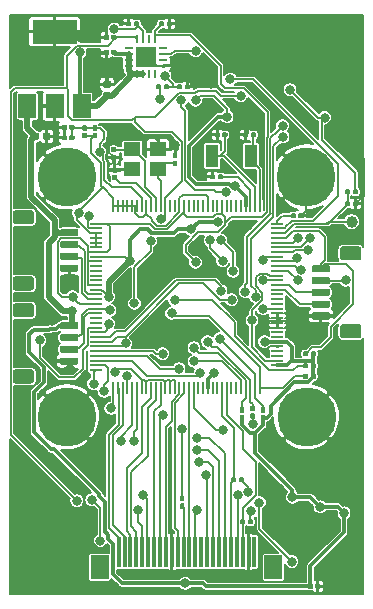
<source format=gbr>
G04 #@! TF.GenerationSoftware,KiCad,Pcbnew,(5.1.4)-1*
G04 #@! TF.CreationDate,2019-11-25T09:31:26+01:00*
G04 #@! TF.ProjectId,V3S_ESP32_Feather,5633535f-4553-4503-9332-5f4665617468,rev?*
G04 #@! TF.SameCoordinates,Original*
G04 #@! TF.FileFunction,Copper,L2,Bot*
G04 #@! TF.FilePolarity,Positive*
%FSLAX46Y46*%
G04 Gerber Fmt 4.6, Leading zero omitted, Abs format (unit mm)*
G04 Created by KiCad (PCBNEW (5.1.4)-1) date 2019-11-25 09:31:26*
%MOMM*%
%LPD*%
G04 APERTURE LIST*
%ADD10C,0.100000*%
%ADD11C,0.400000*%
%ADD12C,1.200000*%
%ADD13C,0.600000*%
%ADD14R,1.800000X1.800000*%
%ADD15R,0.760000X0.270000*%
%ADD16R,0.270000X0.760000*%
%ADD17R,0.300000X2.600000*%
%ADD18R,1.500000X2.000000*%
%ADD19C,0.590000*%
%ADD20R,3.800000X2.000000*%
%ADD21C,1.000000*%
%ADD22C,0.800000*%
%ADD23C,5.000000*%
%ADD24R,0.200000X1.000000*%
%ADD25R,1.000000X0.200000*%
%ADD26R,1.400000X1.200000*%
%ADD27R,1.100000X1.900000*%
%ADD28C,0.150000*%
%ADD29C,0.500000*%
%ADD30C,0.300000*%
G04 APERTURE END LIST*
D10*
G36*
X37828802Y-61299482D02*
G01*
X37838509Y-61300921D01*
X37848028Y-61303306D01*
X37857268Y-61306612D01*
X37866140Y-61310808D01*
X37874557Y-61315853D01*
X37882439Y-61321699D01*
X37889711Y-61328289D01*
X37896301Y-61335561D01*
X37902147Y-61343443D01*
X37907192Y-61351860D01*
X37911388Y-61360732D01*
X37914694Y-61369972D01*
X37917079Y-61379491D01*
X37918518Y-61389198D01*
X37919000Y-61399000D01*
X37919000Y-61659000D01*
X37918518Y-61668802D01*
X37917079Y-61678509D01*
X37914694Y-61688028D01*
X37911388Y-61697268D01*
X37907192Y-61706140D01*
X37902147Y-61714557D01*
X37896301Y-61722439D01*
X37889711Y-61729711D01*
X37882439Y-61736301D01*
X37874557Y-61742147D01*
X37866140Y-61747192D01*
X37857268Y-61751388D01*
X37848028Y-61754694D01*
X37838509Y-61757079D01*
X37828802Y-61758518D01*
X37819000Y-61759000D01*
X37619000Y-61759000D01*
X37609198Y-61758518D01*
X37599491Y-61757079D01*
X37589972Y-61754694D01*
X37580732Y-61751388D01*
X37571860Y-61747192D01*
X37563443Y-61742147D01*
X37555561Y-61736301D01*
X37548289Y-61729711D01*
X37541699Y-61722439D01*
X37535853Y-61714557D01*
X37530808Y-61706140D01*
X37526612Y-61697268D01*
X37523306Y-61688028D01*
X37520921Y-61678509D01*
X37519482Y-61668802D01*
X37519000Y-61659000D01*
X37519000Y-61399000D01*
X37519482Y-61389198D01*
X37520921Y-61379491D01*
X37523306Y-61369972D01*
X37526612Y-61360732D01*
X37530808Y-61351860D01*
X37535853Y-61343443D01*
X37541699Y-61335561D01*
X37548289Y-61328289D01*
X37555561Y-61321699D01*
X37563443Y-61315853D01*
X37571860Y-61310808D01*
X37580732Y-61306612D01*
X37589972Y-61303306D01*
X37599491Y-61300921D01*
X37609198Y-61299482D01*
X37619000Y-61299000D01*
X37819000Y-61299000D01*
X37828802Y-61299482D01*
X37828802Y-61299482D01*
G37*
D11*
X37719000Y-61529000D03*
D10*
G36*
X37828802Y-61939482D02*
G01*
X37838509Y-61940921D01*
X37848028Y-61943306D01*
X37857268Y-61946612D01*
X37866140Y-61950808D01*
X37874557Y-61955853D01*
X37882439Y-61961699D01*
X37889711Y-61968289D01*
X37896301Y-61975561D01*
X37902147Y-61983443D01*
X37907192Y-61991860D01*
X37911388Y-62000732D01*
X37914694Y-62009972D01*
X37917079Y-62019491D01*
X37918518Y-62029198D01*
X37919000Y-62039000D01*
X37919000Y-62299000D01*
X37918518Y-62308802D01*
X37917079Y-62318509D01*
X37914694Y-62328028D01*
X37911388Y-62337268D01*
X37907192Y-62346140D01*
X37902147Y-62354557D01*
X37896301Y-62362439D01*
X37889711Y-62369711D01*
X37882439Y-62376301D01*
X37874557Y-62382147D01*
X37866140Y-62387192D01*
X37857268Y-62391388D01*
X37848028Y-62394694D01*
X37838509Y-62397079D01*
X37828802Y-62398518D01*
X37819000Y-62399000D01*
X37619000Y-62399000D01*
X37609198Y-62398518D01*
X37599491Y-62397079D01*
X37589972Y-62394694D01*
X37580732Y-62391388D01*
X37571860Y-62387192D01*
X37563443Y-62382147D01*
X37555561Y-62376301D01*
X37548289Y-62369711D01*
X37541699Y-62362439D01*
X37535853Y-62354557D01*
X37530808Y-62346140D01*
X37526612Y-62337268D01*
X37523306Y-62328028D01*
X37520921Y-62318509D01*
X37519482Y-62308802D01*
X37519000Y-62299000D01*
X37519000Y-62039000D01*
X37519482Y-62029198D01*
X37520921Y-62019491D01*
X37523306Y-62009972D01*
X37526612Y-62000732D01*
X37530808Y-61991860D01*
X37535853Y-61983443D01*
X37541699Y-61975561D01*
X37548289Y-61968289D01*
X37555561Y-61961699D01*
X37563443Y-61955853D01*
X37571860Y-61950808D01*
X37580732Y-61946612D01*
X37589972Y-61943306D01*
X37599491Y-61940921D01*
X37609198Y-61939482D01*
X37619000Y-61939000D01*
X37819000Y-61939000D01*
X37828802Y-61939482D01*
X37828802Y-61939482D01*
G37*
D11*
X37719000Y-62169000D03*
D10*
G36*
X52674505Y-40170204D02*
G01*
X52698773Y-40173804D01*
X52722572Y-40179765D01*
X52745671Y-40188030D01*
X52767850Y-40198520D01*
X52788893Y-40211132D01*
X52808599Y-40225747D01*
X52826777Y-40242223D01*
X52843253Y-40260401D01*
X52857868Y-40280107D01*
X52870480Y-40301150D01*
X52880970Y-40323329D01*
X52889235Y-40346428D01*
X52895196Y-40370227D01*
X52898796Y-40394495D01*
X52900000Y-40418999D01*
X52900000Y-41119001D01*
X52898796Y-41143505D01*
X52895196Y-41167773D01*
X52889235Y-41191572D01*
X52880970Y-41214671D01*
X52870480Y-41236850D01*
X52857868Y-41257893D01*
X52843253Y-41277599D01*
X52826777Y-41295777D01*
X52808599Y-41312253D01*
X52788893Y-41326868D01*
X52767850Y-41339480D01*
X52745671Y-41349970D01*
X52722572Y-41358235D01*
X52698773Y-41364196D01*
X52674505Y-41367796D01*
X52650001Y-41369000D01*
X51349999Y-41369000D01*
X51325495Y-41367796D01*
X51301227Y-41364196D01*
X51277428Y-41358235D01*
X51254329Y-41349970D01*
X51232150Y-41339480D01*
X51211107Y-41326868D01*
X51191401Y-41312253D01*
X51173223Y-41295777D01*
X51156747Y-41277599D01*
X51142132Y-41257893D01*
X51129520Y-41236850D01*
X51119030Y-41214671D01*
X51110765Y-41191572D01*
X51104804Y-41167773D01*
X51101204Y-41143505D01*
X51100000Y-41119001D01*
X51100000Y-40418999D01*
X51101204Y-40394495D01*
X51104804Y-40370227D01*
X51110765Y-40346428D01*
X51119030Y-40323329D01*
X51129520Y-40301150D01*
X51142132Y-40280107D01*
X51156747Y-40260401D01*
X51173223Y-40242223D01*
X51191401Y-40225747D01*
X51211107Y-40211132D01*
X51232150Y-40198520D01*
X51254329Y-40188030D01*
X51277428Y-40179765D01*
X51301227Y-40173804D01*
X51325495Y-40170204D01*
X51349999Y-40169000D01*
X52650001Y-40169000D01*
X52674505Y-40170204D01*
X52674505Y-40170204D01*
G37*
D12*
X52000000Y-40769000D03*
D10*
G36*
X52674505Y-46770204D02*
G01*
X52698773Y-46773804D01*
X52722572Y-46779765D01*
X52745671Y-46788030D01*
X52767850Y-46798520D01*
X52788893Y-46811132D01*
X52808599Y-46825747D01*
X52826777Y-46842223D01*
X52843253Y-46860401D01*
X52857868Y-46880107D01*
X52870480Y-46901150D01*
X52880970Y-46923329D01*
X52889235Y-46946428D01*
X52895196Y-46970227D01*
X52898796Y-46994495D01*
X52900000Y-47018999D01*
X52900000Y-47719001D01*
X52898796Y-47743505D01*
X52895196Y-47767773D01*
X52889235Y-47791572D01*
X52880970Y-47814671D01*
X52870480Y-47836850D01*
X52857868Y-47857893D01*
X52843253Y-47877599D01*
X52826777Y-47895777D01*
X52808599Y-47912253D01*
X52788893Y-47926868D01*
X52767850Y-47939480D01*
X52745671Y-47949970D01*
X52722572Y-47958235D01*
X52698773Y-47964196D01*
X52674505Y-47967796D01*
X52650001Y-47969000D01*
X51349999Y-47969000D01*
X51325495Y-47967796D01*
X51301227Y-47964196D01*
X51277428Y-47958235D01*
X51254329Y-47949970D01*
X51232150Y-47939480D01*
X51211107Y-47926868D01*
X51191401Y-47912253D01*
X51173223Y-47895777D01*
X51156747Y-47877599D01*
X51142132Y-47857893D01*
X51129520Y-47836850D01*
X51119030Y-47814671D01*
X51110765Y-47791572D01*
X51104804Y-47767773D01*
X51101204Y-47743505D01*
X51100000Y-47719001D01*
X51100000Y-47018999D01*
X51101204Y-46994495D01*
X51104804Y-46970227D01*
X51110765Y-46946428D01*
X51119030Y-46923329D01*
X51129520Y-46901150D01*
X51142132Y-46880107D01*
X51156747Y-46860401D01*
X51173223Y-46842223D01*
X51191401Y-46825747D01*
X51211107Y-46811132D01*
X51232150Y-46798520D01*
X51254329Y-46788030D01*
X51277428Y-46779765D01*
X51301227Y-46773804D01*
X51325495Y-46770204D01*
X51349999Y-46769000D01*
X52650001Y-46769000D01*
X52674505Y-46770204D01*
X52674505Y-46770204D01*
G37*
D12*
X52000000Y-47369000D03*
D10*
G36*
X50114703Y-41769722D02*
G01*
X50129264Y-41771882D01*
X50143543Y-41775459D01*
X50157403Y-41780418D01*
X50170710Y-41786712D01*
X50183336Y-41794280D01*
X50195159Y-41803048D01*
X50206066Y-41812934D01*
X50215952Y-41823841D01*
X50224720Y-41835664D01*
X50232288Y-41848290D01*
X50238582Y-41861597D01*
X50243541Y-41875457D01*
X50247118Y-41889736D01*
X50249278Y-41904297D01*
X50250000Y-41919000D01*
X50250000Y-42219000D01*
X50249278Y-42233703D01*
X50247118Y-42248264D01*
X50243541Y-42262543D01*
X50238582Y-42276403D01*
X50232288Y-42289710D01*
X50224720Y-42302336D01*
X50215952Y-42314159D01*
X50206066Y-42325066D01*
X50195159Y-42334952D01*
X50183336Y-42343720D01*
X50170710Y-42351288D01*
X50157403Y-42357582D01*
X50143543Y-42362541D01*
X50129264Y-42366118D01*
X50114703Y-42368278D01*
X50100000Y-42369000D01*
X48850000Y-42369000D01*
X48835297Y-42368278D01*
X48820736Y-42366118D01*
X48806457Y-42362541D01*
X48792597Y-42357582D01*
X48779290Y-42351288D01*
X48766664Y-42343720D01*
X48754841Y-42334952D01*
X48743934Y-42325066D01*
X48734048Y-42314159D01*
X48725280Y-42302336D01*
X48717712Y-42289710D01*
X48711418Y-42276403D01*
X48706459Y-42262543D01*
X48702882Y-42248264D01*
X48700722Y-42233703D01*
X48700000Y-42219000D01*
X48700000Y-41919000D01*
X48700722Y-41904297D01*
X48702882Y-41889736D01*
X48706459Y-41875457D01*
X48711418Y-41861597D01*
X48717712Y-41848290D01*
X48725280Y-41835664D01*
X48734048Y-41823841D01*
X48743934Y-41812934D01*
X48754841Y-41803048D01*
X48766664Y-41794280D01*
X48779290Y-41786712D01*
X48792597Y-41780418D01*
X48806457Y-41775459D01*
X48820736Y-41771882D01*
X48835297Y-41769722D01*
X48850000Y-41769000D01*
X50100000Y-41769000D01*
X50114703Y-41769722D01*
X50114703Y-41769722D01*
G37*
D13*
X49475000Y-42069000D03*
D10*
G36*
X50114703Y-42769722D02*
G01*
X50129264Y-42771882D01*
X50143543Y-42775459D01*
X50157403Y-42780418D01*
X50170710Y-42786712D01*
X50183336Y-42794280D01*
X50195159Y-42803048D01*
X50206066Y-42812934D01*
X50215952Y-42823841D01*
X50224720Y-42835664D01*
X50232288Y-42848290D01*
X50238582Y-42861597D01*
X50243541Y-42875457D01*
X50247118Y-42889736D01*
X50249278Y-42904297D01*
X50250000Y-42919000D01*
X50250000Y-43219000D01*
X50249278Y-43233703D01*
X50247118Y-43248264D01*
X50243541Y-43262543D01*
X50238582Y-43276403D01*
X50232288Y-43289710D01*
X50224720Y-43302336D01*
X50215952Y-43314159D01*
X50206066Y-43325066D01*
X50195159Y-43334952D01*
X50183336Y-43343720D01*
X50170710Y-43351288D01*
X50157403Y-43357582D01*
X50143543Y-43362541D01*
X50129264Y-43366118D01*
X50114703Y-43368278D01*
X50100000Y-43369000D01*
X48850000Y-43369000D01*
X48835297Y-43368278D01*
X48820736Y-43366118D01*
X48806457Y-43362541D01*
X48792597Y-43357582D01*
X48779290Y-43351288D01*
X48766664Y-43343720D01*
X48754841Y-43334952D01*
X48743934Y-43325066D01*
X48734048Y-43314159D01*
X48725280Y-43302336D01*
X48717712Y-43289710D01*
X48711418Y-43276403D01*
X48706459Y-43262543D01*
X48702882Y-43248264D01*
X48700722Y-43233703D01*
X48700000Y-43219000D01*
X48700000Y-42919000D01*
X48700722Y-42904297D01*
X48702882Y-42889736D01*
X48706459Y-42875457D01*
X48711418Y-42861597D01*
X48717712Y-42848290D01*
X48725280Y-42835664D01*
X48734048Y-42823841D01*
X48743934Y-42812934D01*
X48754841Y-42803048D01*
X48766664Y-42794280D01*
X48779290Y-42786712D01*
X48792597Y-42780418D01*
X48806457Y-42775459D01*
X48820736Y-42771882D01*
X48835297Y-42769722D01*
X48850000Y-42769000D01*
X50100000Y-42769000D01*
X50114703Y-42769722D01*
X50114703Y-42769722D01*
G37*
D13*
X49475000Y-43069000D03*
D10*
G36*
X50114703Y-43769722D02*
G01*
X50129264Y-43771882D01*
X50143543Y-43775459D01*
X50157403Y-43780418D01*
X50170710Y-43786712D01*
X50183336Y-43794280D01*
X50195159Y-43803048D01*
X50206066Y-43812934D01*
X50215952Y-43823841D01*
X50224720Y-43835664D01*
X50232288Y-43848290D01*
X50238582Y-43861597D01*
X50243541Y-43875457D01*
X50247118Y-43889736D01*
X50249278Y-43904297D01*
X50250000Y-43919000D01*
X50250000Y-44219000D01*
X50249278Y-44233703D01*
X50247118Y-44248264D01*
X50243541Y-44262543D01*
X50238582Y-44276403D01*
X50232288Y-44289710D01*
X50224720Y-44302336D01*
X50215952Y-44314159D01*
X50206066Y-44325066D01*
X50195159Y-44334952D01*
X50183336Y-44343720D01*
X50170710Y-44351288D01*
X50157403Y-44357582D01*
X50143543Y-44362541D01*
X50129264Y-44366118D01*
X50114703Y-44368278D01*
X50100000Y-44369000D01*
X48850000Y-44369000D01*
X48835297Y-44368278D01*
X48820736Y-44366118D01*
X48806457Y-44362541D01*
X48792597Y-44357582D01*
X48779290Y-44351288D01*
X48766664Y-44343720D01*
X48754841Y-44334952D01*
X48743934Y-44325066D01*
X48734048Y-44314159D01*
X48725280Y-44302336D01*
X48717712Y-44289710D01*
X48711418Y-44276403D01*
X48706459Y-44262543D01*
X48702882Y-44248264D01*
X48700722Y-44233703D01*
X48700000Y-44219000D01*
X48700000Y-43919000D01*
X48700722Y-43904297D01*
X48702882Y-43889736D01*
X48706459Y-43875457D01*
X48711418Y-43861597D01*
X48717712Y-43848290D01*
X48725280Y-43835664D01*
X48734048Y-43823841D01*
X48743934Y-43812934D01*
X48754841Y-43803048D01*
X48766664Y-43794280D01*
X48779290Y-43786712D01*
X48792597Y-43780418D01*
X48806457Y-43775459D01*
X48820736Y-43771882D01*
X48835297Y-43769722D01*
X48850000Y-43769000D01*
X50100000Y-43769000D01*
X50114703Y-43769722D01*
X50114703Y-43769722D01*
G37*
D13*
X49475000Y-44069000D03*
D10*
G36*
X50114703Y-44769722D02*
G01*
X50129264Y-44771882D01*
X50143543Y-44775459D01*
X50157403Y-44780418D01*
X50170710Y-44786712D01*
X50183336Y-44794280D01*
X50195159Y-44803048D01*
X50206066Y-44812934D01*
X50215952Y-44823841D01*
X50224720Y-44835664D01*
X50232288Y-44848290D01*
X50238582Y-44861597D01*
X50243541Y-44875457D01*
X50247118Y-44889736D01*
X50249278Y-44904297D01*
X50250000Y-44919000D01*
X50250000Y-45219000D01*
X50249278Y-45233703D01*
X50247118Y-45248264D01*
X50243541Y-45262543D01*
X50238582Y-45276403D01*
X50232288Y-45289710D01*
X50224720Y-45302336D01*
X50215952Y-45314159D01*
X50206066Y-45325066D01*
X50195159Y-45334952D01*
X50183336Y-45343720D01*
X50170710Y-45351288D01*
X50157403Y-45357582D01*
X50143543Y-45362541D01*
X50129264Y-45366118D01*
X50114703Y-45368278D01*
X50100000Y-45369000D01*
X48850000Y-45369000D01*
X48835297Y-45368278D01*
X48820736Y-45366118D01*
X48806457Y-45362541D01*
X48792597Y-45357582D01*
X48779290Y-45351288D01*
X48766664Y-45343720D01*
X48754841Y-45334952D01*
X48743934Y-45325066D01*
X48734048Y-45314159D01*
X48725280Y-45302336D01*
X48717712Y-45289710D01*
X48711418Y-45276403D01*
X48706459Y-45262543D01*
X48702882Y-45248264D01*
X48700722Y-45233703D01*
X48700000Y-45219000D01*
X48700000Y-44919000D01*
X48700722Y-44904297D01*
X48702882Y-44889736D01*
X48706459Y-44875457D01*
X48711418Y-44861597D01*
X48717712Y-44848290D01*
X48725280Y-44835664D01*
X48734048Y-44823841D01*
X48743934Y-44812934D01*
X48754841Y-44803048D01*
X48766664Y-44794280D01*
X48779290Y-44786712D01*
X48792597Y-44780418D01*
X48806457Y-44775459D01*
X48820736Y-44771882D01*
X48835297Y-44769722D01*
X48850000Y-44769000D01*
X50100000Y-44769000D01*
X50114703Y-44769722D01*
X50114703Y-44769722D01*
G37*
D13*
X49475000Y-45069000D03*
D10*
G36*
X50114703Y-45769722D02*
G01*
X50129264Y-45771882D01*
X50143543Y-45775459D01*
X50157403Y-45780418D01*
X50170710Y-45786712D01*
X50183336Y-45794280D01*
X50195159Y-45803048D01*
X50206066Y-45812934D01*
X50215952Y-45823841D01*
X50224720Y-45835664D01*
X50232288Y-45848290D01*
X50238582Y-45861597D01*
X50243541Y-45875457D01*
X50247118Y-45889736D01*
X50249278Y-45904297D01*
X50250000Y-45919000D01*
X50250000Y-46219000D01*
X50249278Y-46233703D01*
X50247118Y-46248264D01*
X50243541Y-46262543D01*
X50238582Y-46276403D01*
X50232288Y-46289710D01*
X50224720Y-46302336D01*
X50215952Y-46314159D01*
X50206066Y-46325066D01*
X50195159Y-46334952D01*
X50183336Y-46343720D01*
X50170710Y-46351288D01*
X50157403Y-46357582D01*
X50143543Y-46362541D01*
X50129264Y-46366118D01*
X50114703Y-46368278D01*
X50100000Y-46369000D01*
X48850000Y-46369000D01*
X48835297Y-46368278D01*
X48820736Y-46366118D01*
X48806457Y-46362541D01*
X48792597Y-46357582D01*
X48779290Y-46351288D01*
X48766664Y-46343720D01*
X48754841Y-46334952D01*
X48743934Y-46325066D01*
X48734048Y-46314159D01*
X48725280Y-46302336D01*
X48717712Y-46289710D01*
X48711418Y-46276403D01*
X48706459Y-46262543D01*
X48702882Y-46248264D01*
X48700722Y-46233703D01*
X48700000Y-46219000D01*
X48700000Y-45919000D01*
X48700722Y-45904297D01*
X48702882Y-45889736D01*
X48706459Y-45875457D01*
X48711418Y-45861597D01*
X48717712Y-45848290D01*
X48725280Y-45835664D01*
X48734048Y-45823841D01*
X48743934Y-45812934D01*
X48754841Y-45803048D01*
X48766664Y-45794280D01*
X48779290Y-45786712D01*
X48792597Y-45780418D01*
X48806457Y-45775459D01*
X48820736Y-45771882D01*
X48835297Y-45769722D01*
X48850000Y-45769000D01*
X50100000Y-45769000D01*
X50114703Y-45769722D01*
X50114703Y-45769722D01*
G37*
D13*
X49475000Y-46069000D03*
D14*
X34671000Y-24130000D03*
D15*
X36141000Y-24880000D03*
X36141000Y-24380000D03*
X36141000Y-23880000D03*
X36141000Y-23380000D03*
X33201000Y-23380000D03*
X33201000Y-23880000D03*
X33201000Y-24380000D03*
X33201000Y-24880000D03*
D16*
X33921000Y-25600000D03*
X34421000Y-25600000D03*
X34921000Y-25600000D03*
X35421000Y-25600000D03*
X35421000Y-22660000D03*
X34921000Y-22660000D03*
X34421000Y-22660000D03*
X33921000Y-22660000D03*
D10*
G36*
X31442802Y-23549482D02*
G01*
X31452509Y-23550921D01*
X31462028Y-23553306D01*
X31471268Y-23556612D01*
X31480140Y-23560808D01*
X31488557Y-23565853D01*
X31496439Y-23571699D01*
X31503711Y-23578289D01*
X31510301Y-23585561D01*
X31516147Y-23593443D01*
X31521192Y-23601860D01*
X31525388Y-23610732D01*
X31528694Y-23619972D01*
X31531079Y-23629491D01*
X31532518Y-23639198D01*
X31533000Y-23649000D01*
X31533000Y-23849000D01*
X31532518Y-23858802D01*
X31531079Y-23868509D01*
X31528694Y-23878028D01*
X31525388Y-23887268D01*
X31521192Y-23896140D01*
X31516147Y-23904557D01*
X31510301Y-23912439D01*
X31503711Y-23919711D01*
X31496439Y-23926301D01*
X31488557Y-23932147D01*
X31480140Y-23937192D01*
X31471268Y-23941388D01*
X31462028Y-23944694D01*
X31452509Y-23947079D01*
X31442802Y-23948518D01*
X31433000Y-23949000D01*
X31173000Y-23949000D01*
X31163198Y-23948518D01*
X31153491Y-23947079D01*
X31143972Y-23944694D01*
X31134732Y-23941388D01*
X31125860Y-23937192D01*
X31117443Y-23932147D01*
X31109561Y-23926301D01*
X31102289Y-23919711D01*
X31095699Y-23912439D01*
X31089853Y-23904557D01*
X31084808Y-23896140D01*
X31080612Y-23887268D01*
X31077306Y-23878028D01*
X31074921Y-23868509D01*
X31073482Y-23858802D01*
X31073000Y-23849000D01*
X31073000Y-23649000D01*
X31073482Y-23639198D01*
X31074921Y-23629491D01*
X31077306Y-23619972D01*
X31080612Y-23610732D01*
X31084808Y-23601860D01*
X31089853Y-23593443D01*
X31095699Y-23585561D01*
X31102289Y-23578289D01*
X31109561Y-23571699D01*
X31117443Y-23565853D01*
X31125860Y-23560808D01*
X31134732Y-23556612D01*
X31143972Y-23553306D01*
X31153491Y-23550921D01*
X31163198Y-23549482D01*
X31173000Y-23549000D01*
X31433000Y-23549000D01*
X31442802Y-23549482D01*
X31442802Y-23549482D01*
G37*
D11*
X31303000Y-23749000D03*
D10*
G36*
X32082802Y-23549482D02*
G01*
X32092509Y-23550921D01*
X32102028Y-23553306D01*
X32111268Y-23556612D01*
X32120140Y-23560808D01*
X32128557Y-23565853D01*
X32136439Y-23571699D01*
X32143711Y-23578289D01*
X32150301Y-23585561D01*
X32156147Y-23593443D01*
X32161192Y-23601860D01*
X32165388Y-23610732D01*
X32168694Y-23619972D01*
X32171079Y-23629491D01*
X32172518Y-23639198D01*
X32173000Y-23649000D01*
X32173000Y-23849000D01*
X32172518Y-23858802D01*
X32171079Y-23868509D01*
X32168694Y-23878028D01*
X32165388Y-23887268D01*
X32161192Y-23896140D01*
X32156147Y-23904557D01*
X32150301Y-23912439D01*
X32143711Y-23919711D01*
X32136439Y-23926301D01*
X32128557Y-23932147D01*
X32120140Y-23937192D01*
X32111268Y-23941388D01*
X32102028Y-23944694D01*
X32092509Y-23947079D01*
X32082802Y-23948518D01*
X32073000Y-23949000D01*
X31813000Y-23949000D01*
X31803198Y-23948518D01*
X31793491Y-23947079D01*
X31783972Y-23944694D01*
X31774732Y-23941388D01*
X31765860Y-23937192D01*
X31757443Y-23932147D01*
X31749561Y-23926301D01*
X31742289Y-23919711D01*
X31735699Y-23912439D01*
X31729853Y-23904557D01*
X31724808Y-23896140D01*
X31720612Y-23887268D01*
X31717306Y-23878028D01*
X31714921Y-23868509D01*
X31713482Y-23858802D01*
X31713000Y-23849000D01*
X31713000Y-23649000D01*
X31713482Y-23639198D01*
X31714921Y-23629491D01*
X31717306Y-23619972D01*
X31720612Y-23610732D01*
X31724808Y-23601860D01*
X31729853Y-23593443D01*
X31735699Y-23585561D01*
X31742289Y-23578289D01*
X31749561Y-23571699D01*
X31757443Y-23565853D01*
X31765860Y-23560808D01*
X31774732Y-23556612D01*
X31783972Y-23553306D01*
X31793491Y-23550921D01*
X31803198Y-23549482D01*
X31813000Y-23549000D01*
X32073000Y-23549000D01*
X32082802Y-23549482D01*
X32082802Y-23549482D01*
G37*
D11*
X31943000Y-23749000D03*
D10*
G36*
X24961505Y-37114204D02*
G01*
X24985773Y-37117804D01*
X25009572Y-37123765D01*
X25032671Y-37132030D01*
X25054850Y-37142520D01*
X25075893Y-37155132D01*
X25095599Y-37169747D01*
X25113777Y-37186223D01*
X25130253Y-37204401D01*
X25144868Y-37224107D01*
X25157480Y-37245150D01*
X25167970Y-37267329D01*
X25176235Y-37290428D01*
X25182196Y-37314227D01*
X25185796Y-37338495D01*
X25187000Y-37362999D01*
X25187000Y-38063001D01*
X25185796Y-38087505D01*
X25182196Y-38111773D01*
X25176235Y-38135572D01*
X25167970Y-38158671D01*
X25157480Y-38180850D01*
X25144868Y-38201893D01*
X25130253Y-38221599D01*
X25113777Y-38239777D01*
X25095599Y-38256253D01*
X25075893Y-38270868D01*
X25054850Y-38283480D01*
X25032671Y-38293970D01*
X25009572Y-38302235D01*
X24985773Y-38308196D01*
X24961505Y-38311796D01*
X24937001Y-38313000D01*
X23636999Y-38313000D01*
X23612495Y-38311796D01*
X23588227Y-38308196D01*
X23564428Y-38302235D01*
X23541329Y-38293970D01*
X23519150Y-38283480D01*
X23498107Y-38270868D01*
X23478401Y-38256253D01*
X23460223Y-38239777D01*
X23443747Y-38221599D01*
X23429132Y-38201893D01*
X23416520Y-38180850D01*
X23406030Y-38158671D01*
X23397765Y-38135572D01*
X23391804Y-38111773D01*
X23388204Y-38087505D01*
X23387000Y-38063001D01*
X23387000Y-37362999D01*
X23388204Y-37338495D01*
X23391804Y-37314227D01*
X23397765Y-37290428D01*
X23406030Y-37267329D01*
X23416520Y-37245150D01*
X23429132Y-37224107D01*
X23443747Y-37204401D01*
X23460223Y-37186223D01*
X23478401Y-37169747D01*
X23498107Y-37155132D01*
X23519150Y-37142520D01*
X23541329Y-37132030D01*
X23564428Y-37123765D01*
X23588227Y-37117804D01*
X23612495Y-37114204D01*
X23636999Y-37113000D01*
X24937001Y-37113000D01*
X24961505Y-37114204D01*
X24961505Y-37114204D01*
G37*
D12*
X24287000Y-37713000D03*
D10*
G36*
X24961505Y-42714204D02*
G01*
X24985773Y-42717804D01*
X25009572Y-42723765D01*
X25032671Y-42732030D01*
X25054850Y-42742520D01*
X25075893Y-42755132D01*
X25095599Y-42769747D01*
X25113777Y-42786223D01*
X25130253Y-42804401D01*
X25144868Y-42824107D01*
X25157480Y-42845150D01*
X25167970Y-42867329D01*
X25176235Y-42890428D01*
X25182196Y-42914227D01*
X25185796Y-42938495D01*
X25187000Y-42962999D01*
X25187000Y-43663001D01*
X25185796Y-43687505D01*
X25182196Y-43711773D01*
X25176235Y-43735572D01*
X25167970Y-43758671D01*
X25157480Y-43780850D01*
X25144868Y-43801893D01*
X25130253Y-43821599D01*
X25113777Y-43839777D01*
X25095599Y-43856253D01*
X25075893Y-43870868D01*
X25054850Y-43883480D01*
X25032671Y-43893970D01*
X25009572Y-43902235D01*
X24985773Y-43908196D01*
X24961505Y-43911796D01*
X24937001Y-43913000D01*
X23636999Y-43913000D01*
X23612495Y-43911796D01*
X23588227Y-43908196D01*
X23564428Y-43902235D01*
X23541329Y-43893970D01*
X23519150Y-43883480D01*
X23498107Y-43870868D01*
X23478401Y-43856253D01*
X23460223Y-43839777D01*
X23443747Y-43821599D01*
X23429132Y-43801893D01*
X23416520Y-43780850D01*
X23406030Y-43758671D01*
X23397765Y-43735572D01*
X23391804Y-43711773D01*
X23388204Y-43687505D01*
X23387000Y-43663001D01*
X23387000Y-42962999D01*
X23388204Y-42938495D01*
X23391804Y-42914227D01*
X23397765Y-42890428D01*
X23406030Y-42867329D01*
X23416520Y-42845150D01*
X23429132Y-42824107D01*
X23443747Y-42804401D01*
X23460223Y-42786223D01*
X23478401Y-42769747D01*
X23498107Y-42755132D01*
X23519150Y-42742520D01*
X23541329Y-42732030D01*
X23564428Y-42723765D01*
X23588227Y-42717804D01*
X23612495Y-42714204D01*
X23636999Y-42713000D01*
X24937001Y-42713000D01*
X24961505Y-42714204D01*
X24961505Y-42714204D01*
G37*
D12*
X24287000Y-43313000D03*
D10*
G36*
X28801703Y-38713722D02*
G01*
X28816264Y-38715882D01*
X28830543Y-38719459D01*
X28844403Y-38724418D01*
X28857710Y-38730712D01*
X28870336Y-38738280D01*
X28882159Y-38747048D01*
X28893066Y-38756934D01*
X28902952Y-38767841D01*
X28911720Y-38779664D01*
X28919288Y-38792290D01*
X28925582Y-38805597D01*
X28930541Y-38819457D01*
X28934118Y-38833736D01*
X28936278Y-38848297D01*
X28937000Y-38863000D01*
X28937000Y-39163000D01*
X28936278Y-39177703D01*
X28934118Y-39192264D01*
X28930541Y-39206543D01*
X28925582Y-39220403D01*
X28919288Y-39233710D01*
X28911720Y-39246336D01*
X28902952Y-39258159D01*
X28893066Y-39269066D01*
X28882159Y-39278952D01*
X28870336Y-39287720D01*
X28857710Y-39295288D01*
X28844403Y-39301582D01*
X28830543Y-39306541D01*
X28816264Y-39310118D01*
X28801703Y-39312278D01*
X28787000Y-39313000D01*
X27537000Y-39313000D01*
X27522297Y-39312278D01*
X27507736Y-39310118D01*
X27493457Y-39306541D01*
X27479597Y-39301582D01*
X27466290Y-39295288D01*
X27453664Y-39287720D01*
X27441841Y-39278952D01*
X27430934Y-39269066D01*
X27421048Y-39258159D01*
X27412280Y-39246336D01*
X27404712Y-39233710D01*
X27398418Y-39220403D01*
X27393459Y-39206543D01*
X27389882Y-39192264D01*
X27387722Y-39177703D01*
X27387000Y-39163000D01*
X27387000Y-38863000D01*
X27387722Y-38848297D01*
X27389882Y-38833736D01*
X27393459Y-38819457D01*
X27398418Y-38805597D01*
X27404712Y-38792290D01*
X27412280Y-38779664D01*
X27421048Y-38767841D01*
X27430934Y-38756934D01*
X27441841Y-38747048D01*
X27453664Y-38738280D01*
X27466290Y-38730712D01*
X27479597Y-38724418D01*
X27493457Y-38719459D01*
X27507736Y-38715882D01*
X27522297Y-38713722D01*
X27537000Y-38713000D01*
X28787000Y-38713000D01*
X28801703Y-38713722D01*
X28801703Y-38713722D01*
G37*
D13*
X28162000Y-39013000D03*
D10*
G36*
X28801703Y-39713722D02*
G01*
X28816264Y-39715882D01*
X28830543Y-39719459D01*
X28844403Y-39724418D01*
X28857710Y-39730712D01*
X28870336Y-39738280D01*
X28882159Y-39747048D01*
X28893066Y-39756934D01*
X28902952Y-39767841D01*
X28911720Y-39779664D01*
X28919288Y-39792290D01*
X28925582Y-39805597D01*
X28930541Y-39819457D01*
X28934118Y-39833736D01*
X28936278Y-39848297D01*
X28937000Y-39863000D01*
X28937000Y-40163000D01*
X28936278Y-40177703D01*
X28934118Y-40192264D01*
X28930541Y-40206543D01*
X28925582Y-40220403D01*
X28919288Y-40233710D01*
X28911720Y-40246336D01*
X28902952Y-40258159D01*
X28893066Y-40269066D01*
X28882159Y-40278952D01*
X28870336Y-40287720D01*
X28857710Y-40295288D01*
X28844403Y-40301582D01*
X28830543Y-40306541D01*
X28816264Y-40310118D01*
X28801703Y-40312278D01*
X28787000Y-40313000D01*
X27537000Y-40313000D01*
X27522297Y-40312278D01*
X27507736Y-40310118D01*
X27493457Y-40306541D01*
X27479597Y-40301582D01*
X27466290Y-40295288D01*
X27453664Y-40287720D01*
X27441841Y-40278952D01*
X27430934Y-40269066D01*
X27421048Y-40258159D01*
X27412280Y-40246336D01*
X27404712Y-40233710D01*
X27398418Y-40220403D01*
X27393459Y-40206543D01*
X27389882Y-40192264D01*
X27387722Y-40177703D01*
X27387000Y-40163000D01*
X27387000Y-39863000D01*
X27387722Y-39848297D01*
X27389882Y-39833736D01*
X27393459Y-39819457D01*
X27398418Y-39805597D01*
X27404712Y-39792290D01*
X27412280Y-39779664D01*
X27421048Y-39767841D01*
X27430934Y-39756934D01*
X27441841Y-39747048D01*
X27453664Y-39738280D01*
X27466290Y-39730712D01*
X27479597Y-39724418D01*
X27493457Y-39719459D01*
X27507736Y-39715882D01*
X27522297Y-39713722D01*
X27537000Y-39713000D01*
X28787000Y-39713000D01*
X28801703Y-39713722D01*
X28801703Y-39713722D01*
G37*
D13*
X28162000Y-40013000D03*
D10*
G36*
X28801703Y-40713722D02*
G01*
X28816264Y-40715882D01*
X28830543Y-40719459D01*
X28844403Y-40724418D01*
X28857710Y-40730712D01*
X28870336Y-40738280D01*
X28882159Y-40747048D01*
X28893066Y-40756934D01*
X28902952Y-40767841D01*
X28911720Y-40779664D01*
X28919288Y-40792290D01*
X28925582Y-40805597D01*
X28930541Y-40819457D01*
X28934118Y-40833736D01*
X28936278Y-40848297D01*
X28937000Y-40863000D01*
X28937000Y-41163000D01*
X28936278Y-41177703D01*
X28934118Y-41192264D01*
X28930541Y-41206543D01*
X28925582Y-41220403D01*
X28919288Y-41233710D01*
X28911720Y-41246336D01*
X28902952Y-41258159D01*
X28893066Y-41269066D01*
X28882159Y-41278952D01*
X28870336Y-41287720D01*
X28857710Y-41295288D01*
X28844403Y-41301582D01*
X28830543Y-41306541D01*
X28816264Y-41310118D01*
X28801703Y-41312278D01*
X28787000Y-41313000D01*
X27537000Y-41313000D01*
X27522297Y-41312278D01*
X27507736Y-41310118D01*
X27493457Y-41306541D01*
X27479597Y-41301582D01*
X27466290Y-41295288D01*
X27453664Y-41287720D01*
X27441841Y-41278952D01*
X27430934Y-41269066D01*
X27421048Y-41258159D01*
X27412280Y-41246336D01*
X27404712Y-41233710D01*
X27398418Y-41220403D01*
X27393459Y-41206543D01*
X27389882Y-41192264D01*
X27387722Y-41177703D01*
X27387000Y-41163000D01*
X27387000Y-40863000D01*
X27387722Y-40848297D01*
X27389882Y-40833736D01*
X27393459Y-40819457D01*
X27398418Y-40805597D01*
X27404712Y-40792290D01*
X27412280Y-40779664D01*
X27421048Y-40767841D01*
X27430934Y-40756934D01*
X27441841Y-40747048D01*
X27453664Y-40738280D01*
X27466290Y-40730712D01*
X27479597Y-40724418D01*
X27493457Y-40719459D01*
X27507736Y-40715882D01*
X27522297Y-40713722D01*
X27537000Y-40713000D01*
X28787000Y-40713000D01*
X28801703Y-40713722D01*
X28801703Y-40713722D01*
G37*
D13*
X28162000Y-41013000D03*
D10*
G36*
X28801703Y-41713722D02*
G01*
X28816264Y-41715882D01*
X28830543Y-41719459D01*
X28844403Y-41724418D01*
X28857710Y-41730712D01*
X28870336Y-41738280D01*
X28882159Y-41747048D01*
X28893066Y-41756934D01*
X28902952Y-41767841D01*
X28911720Y-41779664D01*
X28919288Y-41792290D01*
X28925582Y-41805597D01*
X28930541Y-41819457D01*
X28934118Y-41833736D01*
X28936278Y-41848297D01*
X28937000Y-41863000D01*
X28937000Y-42163000D01*
X28936278Y-42177703D01*
X28934118Y-42192264D01*
X28930541Y-42206543D01*
X28925582Y-42220403D01*
X28919288Y-42233710D01*
X28911720Y-42246336D01*
X28902952Y-42258159D01*
X28893066Y-42269066D01*
X28882159Y-42278952D01*
X28870336Y-42287720D01*
X28857710Y-42295288D01*
X28844403Y-42301582D01*
X28830543Y-42306541D01*
X28816264Y-42310118D01*
X28801703Y-42312278D01*
X28787000Y-42313000D01*
X27537000Y-42313000D01*
X27522297Y-42312278D01*
X27507736Y-42310118D01*
X27493457Y-42306541D01*
X27479597Y-42301582D01*
X27466290Y-42295288D01*
X27453664Y-42287720D01*
X27441841Y-42278952D01*
X27430934Y-42269066D01*
X27421048Y-42258159D01*
X27412280Y-42246336D01*
X27404712Y-42233710D01*
X27398418Y-42220403D01*
X27393459Y-42206543D01*
X27389882Y-42192264D01*
X27387722Y-42177703D01*
X27387000Y-42163000D01*
X27387000Y-41863000D01*
X27387722Y-41848297D01*
X27389882Y-41833736D01*
X27393459Y-41819457D01*
X27398418Y-41805597D01*
X27404712Y-41792290D01*
X27412280Y-41779664D01*
X27421048Y-41767841D01*
X27430934Y-41756934D01*
X27441841Y-41747048D01*
X27453664Y-41738280D01*
X27466290Y-41730712D01*
X27479597Y-41724418D01*
X27493457Y-41719459D01*
X27507736Y-41715882D01*
X27522297Y-41713722D01*
X27537000Y-41713000D01*
X28787000Y-41713000D01*
X28801703Y-41713722D01*
X28801703Y-41713722D01*
G37*
D13*
X28162000Y-42013000D03*
D10*
G36*
X24961505Y-44988204D02*
G01*
X24985773Y-44991804D01*
X25009572Y-44997765D01*
X25032671Y-45006030D01*
X25054850Y-45016520D01*
X25075893Y-45029132D01*
X25095599Y-45043747D01*
X25113777Y-45060223D01*
X25130253Y-45078401D01*
X25144868Y-45098107D01*
X25157480Y-45119150D01*
X25167970Y-45141329D01*
X25176235Y-45164428D01*
X25182196Y-45188227D01*
X25185796Y-45212495D01*
X25187000Y-45236999D01*
X25187000Y-45937001D01*
X25185796Y-45961505D01*
X25182196Y-45985773D01*
X25176235Y-46009572D01*
X25167970Y-46032671D01*
X25157480Y-46054850D01*
X25144868Y-46075893D01*
X25130253Y-46095599D01*
X25113777Y-46113777D01*
X25095599Y-46130253D01*
X25075893Y-46144868D01*
X25054850Y-46157480D01*
X25032671Y-46167970D01*
X25009572Y-46176235D01*
X24985773Y-46182196D01*
X24961505Y-46185796D01*
X24937001Y-46187000D01*
X23636999Y-46187000D01*
X23612495Y-46185796D01*
X23588227Y-46182196D01*
X23564428Y-46176235D01*
X23541329Y-46167970D01*
X23519150Y-46157480D01*
X23498107Y-46144868D01*
X23478401Y-46130253D01*
X23460223Y-46113777D01*
X23443747Y-46095599D01*
X23429132Y-46075893D01*
X23416520Y-46054850D01*
X23406030Y-46032671D01*
X23397765Y-46009572D01*
X23391804Y-45985773D01*
X23388204Y-45961505D01*
X23387000Y-45937001D01*
X23387000Y-45236999D01*
X23388204Y-45212495D01*
X23391804Y-45188227D01*
X23397765Y-45164428D01*
X23406030Y-45141329D01*
X23416520Y-45119150D01*
X23429132Y-45098107D01*
X23443747Y-45078401D01*
X23460223Y-45060223D01*
X23478401Y-45043747D01*
X23498107Y-45029132D01*
X23519150Y-45016520D01*
X23541329Y-45006030D01*
X23564428Y-44997765D01*
X23588227Y-44991804D01*
X23612495Y-44988204D01*
X23636999Y-44987000D01*
X24937001Y-44987000D01*
X24961505Y-44988204D01*
X24961505Y-44988204D01*
G37*
D12*
X24287000Y-45587000D03*
D10*
G36*
X24961505Y-50588204D02*
G01*
X24985773Y-50591804D01*
X25009572Y-50597765D01*
X25032671Y-50606030D01*
X25054850Y-50616520D01*
X25075893Y-50629132D01*
X25095599Y-50643747D01*
X25113777Y-50660223D01*
X25130253Y-50678401D01*
X25144868Y-50698107D01*
X25157480Y-50719150D01*
X25167970Y-50741329D01*
X25176235Y-50764428D01*
X25182196Y-50788227D01*
X25185796Y-50812495D01*
X25187000Y-50836999D01*
X25187000Y-51537001D01*
X25185796Y-51561505D01*
X25182196Y-51585773D01*
X25176235Y-51609572D01*
X25167970Y-51632671D01*
X25157480Y-51654850D01*
X25144868Y-51675893D01*
X25130253Y-51695599D01*
X25113777Y-51713777D01*
X25095599Y-51730253D01*
X25075893Y-51744868D01*
X25054850Y-51757480D01*
X25032671Y-51767970D01*
X25009572Y-51776235D01*
X24985773Y-51782196D01*
X24961505Y-51785796D01*
X24937001Y-51787000D01*
X23636999Y-51787000D01*
X23612495Y-51785796D01*
X23588227Y-51782196D01*
X23564428Y-51776235D01*
X23541329Y-51767970D01*
X23519150Y-51757480D01*
X23498107Y-51744868D01*
X23478401Y-51730253D01*
X23460223Y-51713777D01*
X23443747Y-51695599D01*
X23429132Y-51675893D01*
X23416520Y-51654850D01*
X23406030Y-51632671D01*
X23397765Y-51609572D01*
X23391804Y-51585773D01*
X23388204Y-51561505D01*
X23387000Y-51537001D01*
X23387000Y-50836999D01*
X23388204Y-50812495D01*
X23391804Y-50788227D01*
X23397765Y-50764428D01*
X23406030Y-50741329D01*
X23416520Y-50719150D01*
X23429132Y-50698107D01*
X23443747Y-50678401D01*
X23460223Y-50660223D01*
X23478401Y-50643747D01*
X23498107Y-50629132D01*
X23519150Y-50616520D01*
X23541329Y-50606030D01*
X23564428Y-50597765D01*
X23588227Y-50591804D01*
X23612495Y-50588204D01*
X23636999Y-50587000D01*
X24937001Y-50587000D01*
X24961505Y-50588204D01*
X24961505Y-50588204D01*
G37*
D12*
X24287000Y-51187000D03*
D10*
G36*
X28801703Y-46587722D02*
G01*
X28816264Y-46589882D01*
X28830543Y-46593459D01*
X28844403Y-46598418D01*
X28857710Y-46604712D01*
X28870336Y-46612280D01*
X28882159Y-46621048D01*
X28893066Y-46630934D01*
X28902952Y-46641841D01*
X28911720Y-46653664D01*
X28919288Y-46666290D01*
X28925582Y-46679597D01*
X28930541Y-46693457D01*
X28934118Y-46707736D01*
X28936278Y-46722297D01*
X28937000Y-46737000D01*
X28937000Y-47037000D01*
X28936278Y-47051703D01*
X28934118Y-47066264D01*
X28930541Y-47080543D01*
X28925582Y-47094403D01*
X28919288Y-47107710D01*
X28911720Y-47120336D01*
X28902952Y-47132159D01*
X28893066Y-47143066D01*
X28882159Y-47152952D01*
X28870336Y-47161720D01*
X28857710Y-47169288D01*
X28844403Y-47175582D01*
X28830543Y-47180541D01*
X28816264Y-47184118D01*
X28801703Y-47186278D01*
X28787000Y-47187000D01*
X27537000Y-47187000D01*
X27522297Y-47186278D01*
X27507736Y-47184118D01*
X27493457Y-47180541D01*
X27479597Y-47175582D01*
X27466290Y-47169288D01*
X27453664Y-47161720D01*
X27441841Y-47152952D01*
X27430934Y-47143066D01*
X27421048Y-47132159D01*
X27412280Y-47120336D01*
X27404712Y-47107710D01*
X27398418Y-47094403D01*
X27393459Y-47080543D01*
X27389882Y-47066264D01*
X27387722Y-47051703D01*
X27387000Y-47037000D01*
X27387000Y-46737000D01*
X27387722Y-46722297D01*
X27389882Y-46707736D01*
X27393459Y-46693457D01*
X27398418Y-46679597D01*
X27404712Y-46666290D01*
X27412280Y-46653664D01*
X27421048Y-46641841D01*
X27430934Y-46630934D01*
X27441841Y-46621048D01*
X27453664Y-46612280D01*
X27466290Y-46604712D01*
X27479597Y-46598418D01*
X27493457Y-46593459D01*
X27507736Y-46589882D01*
X27522297Y-46587722D01*
X27537000Y-46587000D01*
X28787000Y-46587000D01*
X28801703Y-46587722D01*
X28801703Y-46587722D01*
G37*
D13*
X28162000Y-46887000D03*
D10*
G36*
X28801703Y-47587722D02*
G01*
X28816264Y-47589882D01*
X28830543Y-47593459D01*
X28844403Y-47598418D01*
X28857710Y-47604712D01*
X28870336Y-47612280D01*
X28882159Y-47621048D01*
X28893066Y-47630934D01*
X28902952Y-47641841D01*
X28911720Y-47653664D01*
X28919288Y-47666290D01*
X28925582Y-47679597D01*
X28930541Y-47693457D01*
X28934118Y-47707736D01*
X28936278Y-47722297D01*
X28937000Y-47737000D01*
X28937000Y-48037000D01*
X28936278Y-48051703D01*
X28934118Y-48066264D01*
X28930541Y-48080543D01*
X28925582Y-48094403D01*
X28919288Y-48107710D01*
X28911720Y-48120336D01*
X28902952Y-48132159D01*
X28893066Y-48143066D01*
X28882159Y-48152952D01*
X28870336Y-48161720D01*
X28857710Y-48169288D01*
X28844403Y-48175582D01*
X28830543Y-48180541D01*
X28816264Y-48184118D01*
X28801703Y-48186278D01*
X28787000Y-48187000D01*
X27537000Y-48187000D01*
X27522297Y-48186278D01*
X27507736Y-48184118D01*
X27493457Y-48180541D01*
X27479597Y-48175582D01*
X27466290Y-48169288D01*
X27453664Y-48161720D01*
X27441841Y-48152952D01*
X27430934Y-48143066D01*
X27421048Y-48132159D01*
X27412280Y-48120336D01*
X27404712Y-48107710D01*
X27398418Y-48094403D01*
X27393459Y-48080543D01*
X27389882Y-48066264D01*
X27387722Y-48051703D01*
X27387000Y-48037000D01*
X27387000Y-47737000D01*
X27387722Y-47722297D01*
X27389882Y-47707736D01*
X27393459Y-47693457D01*
X27398418Y-47679597D01*
X27404712Y-47666290D01*
X27412280Y-47653664D01*
X27421048Y-47641841D01*
X27430934Y-47630934D01*
X27441841Y-47621048D01*
X27453664Y-47612280D01*
X27466290Y-47604712D01*
X27479597Y-47598418D01*
X27493457Y-47593459D01*
X27507736Y-47589882D01*
X27522297Y-47587722D01*
X27537000Y-47587000D01*
X28787000Y-47587000D01*
X28801703Y-47587722D01*
X28801703Y-47587722D01*
G37*
D13*
X28162000Y-47887000D03*
D10*
G36*
X28801703Y-48587722D02*
G01*
X28816264Y-48589882D01*
X28830543Y-48593459D01*
X28844403Y-48598418D01*
X28857710Y-48604712D01*
X28870336Y-48612280D01*
X28882159Y-48621048D01*
X28893066Y-48630934D01*
X28902952Y-48641841D01*
X28911720Y-48653664D01*
X28919288Y-48666290D01*
X28925582Y-48679597D01*
X28930541Y-48693457D01*
X28934118Y-48707736D01*
X28936278Y-48722297D01*
X28937000Y-48737000D01*
X28937000Y-49037000D01*
X28936278Y-49051703D01*
X28934118Y-49066264D01*
X28930541Y-49080543D01*
X28925582Y-49094403D01*
X28919288Y-49107710D01*
X28911720Y-49120336D01*
X28902952Y-49132159D01*
X28893066Y-49143066D01*
X28882159Y-49152952D01*
X28870336Y-49161720D01*
X28857710Y-49169288D01*
X28844403Y-49175582D01*
X28830543Y-49180541D01*
X28816264Y-49184118D01*
X28801703Y-49186278D01*
X28787000Y-49187000D01*
X27537000Y-49187000D01*
X27522297Y-49186278D01*
X27507736Y-49184118D01*
X27493457Y-49180541D01*
X27479597Y-49175582D01*
X27466290Y-49169288D01*
X27453664Y-49161720D01*
X27441841Y-49152952D01*
X27430934Y-49143066D01*
X27421048Y-49132159D01*
X27412280Y-49120336D01*
X27404712Y-49107710D01*
X27398418Y-49094403D01*
X27393459Y-49080543D01*
X27389882Y-49066264D01*
X27387722Y-49051703D01*
X27387000Y-49037000D01*
X27387000Y-48737000D01*
X27387722Y-48722297D01*
X27389882Y-48707736D01*
X27393459Y-48693457D01*
X27398418Y-48679597D01*
X27404712Y-48666290D01*
X27412280Y-48653664D01*
X27421048Y-48641841D01*
X27430934Y-48630934D01*
X27441841Y-48621048D01*
X27453664Y-48612280D01*
X27466290Y-48604712D01*
X27479597Y-48598418D01*
X27493457Y-48593459D01*
X27507736Y-48589882D01*
X27522297Y-48587722D01*
X27537000Y-48587000D01*
X28787000Y-48587000D01*
X28801703Y-48587722D01*
X28801703Y-48587722D01*
G37*
D13*
X28162000Y-48887000D03*
D10*
G36*
X28801703Y-49587722D02*
G01*
X28816264Y-49589882D01*
X28830543Y-49593459D01*
X28844403Y-49598418D01*
X28857710Y-49604712D01*
X28870336Y-49612280D01*
X28882159Y-49621048D01*
X28893066Y-49630934D01*
X28902952Y-49641841D01*
X28911720Y-49653664D01*
X28919288Y-49666290D01*
X28925582Y-49679597D01*
X28930541Y-49693457D01*
X28934118Y-49707736D01*
X28936278Y-49722297D01*
X28937000Y-49737000D01*
X28937000Y-50037000D01*
X28936278Y-50051703D01*
X28934118Y-50066264D01*
X28930541Y-50080543D01*
X28925582Y-50094403D01*
X28919288Y-50107710D01*
X28911720Y-50120336D01*
X28902952Y-50132159D01*
X28893066Y-50143066D01*
X28882159Y-50152952D01*
X28870336Y-50161720D01*
X28857710Y-50169288D01*
X28844403Y-50175582D01*
X28830543Y-50180541D01*
X28816264Y-50184118D01*
X28801703Y-50186278D01*
X28787000Y-50187000D01*
X27537000Y-50187000D01*
X27522297Y-50186278D01*
X27507736Y-50184118D01*
X27493457Y-50180541D01*
X27479597Y-50175582D01*
X27466290Y-50169288D01*
X27453664Y-50161720D01*
X27441841Y-50152952D01*
X27430934Y-50143066D01*
X27421048Y-50132159D01*
X27412280Y-50120336D01*
X27404712Y-50107710D01*
X27398418Y-50094403D01*
X27393459Y-50080543D01*
X27389882Y-50066264D01*
X27387722Y-50051703D01*
X27387000Y-50037000D01*
X27387000Y-49737000D01*
X27387722Y-49722297D01*
X27389882Y-49707736D01*
X27393459Y-49693457D01*
X27398418Y-49679597D01*
X27404712Y-49666290D01*
X27412280Y-49653664D01*
X27421048Y-49641841D01*
X27430934Y-49630934D01*
X27441841Y-49621048D01*
X27453664Y-49612280D01*
X27466290Y-49604712D01*
X27479597Y-49598418D01*
X27493457Y-49593459D01*
X27507736Y-49589882D01*
X27522297Y-49587722D01*
X27537000Y-49587000D01*
X28787000Y-49587000D01*
X28801703Y-49587722D01*
X28801703Y-49587722D01*
G37*
D13*
X28162000Y-49887000D03*
D17*
X43850000Y-66040000D03*
X43350000Y-66040000D03*
X42850000Y-66040000D03*
X42350000Y-66040000D03*
X41850000Y-66040000D03*
X41350000Y-66040000D03*
X40850000Y-66040000D03*
X40350000Y-66040000D03*
X39850000Y-66040000D03*
X39350000Y-66040000D03*
X38850000Y-66040000D03*
X38350000Y-66040000D03*
X37850000Y-66040000D03*
X37350000Y-66040000D03*
X36850000Y-66040000D03*
X36350000Y-66040000D03*
X35850000Y-66040000D03*
X35350000Y-66040000D03*
X34850000Y-66040000D03*
X34350000Y-66040000D03*
X33850000Y-66040000D03*
X33350000Y-66040000D03*
X32850000Y-66040000D03*
X32350000Y-66040000D03*
D18*
X45450000Y-67340000D03*
X30750000Y-67340000D03*
D10*
G36*
X28526802Y-29899482D02*
G01*
X28536509Y-29900921D01*
X28546028Y-29903306D01*
X28555268Y-29906612D01*
X28564140Y-29910808D01*
X28572557Y-29915853D01*
X28580439Y-29921699D01*
X28587711Y-29928289D01*
X28594301Y-29935561D01*
X28600147Y-29943443D01*
X28605192Y-29951860D01*
X28609388Y-29960732D01*
X28612694Y-29969972D01*
X28615079Y-29979491D01*
X28616518Y-29989198D01*
X28617000Y-29999000D01*
X28617000Y-30199000D01*
X28616518Y-30208802D01*
X28615079Y-30218509D01*
X28612694Y-30228028D01*
X28609388Y-30237268D01*
X28605192Y-30246140D01*
X28600147Y-30254557D01*
X28594301Y-30262439D01*
X28587711Y-30269711D01*
X28580439Y-30276301D01*
X28572557Y-30282147D01*
X28564140Y-30287192D01*
X28555268Y-30291388D01*
X28546028Y-30294694D01*
X28536509Y-30297079D01*
X28526802Y-30298518D01*
X28517000Y-30299000D01*
X28257000Y-30299000D01*
X28247198Y-30298518D01*
X28237491Y-30297079D01*
X28227972Y-30294694D01*
X28218732Y-30291388D01*
X28209860Y-30287192D01*
X28201443Y-30282147D01*
X28193561Y-30276301D01*
X28186289Y-30269711D01*
X28179699Y-30262439D01*
X28173853Y-30254557D01*
X28168808Y-30246140D01*
X28164612Y-30237268D01*
X28161306Y-30228028D01*
X28158921Y-30218509D01*
X28157482Y-30208802D01*
X28157000Y-30199000D01*
X28157000Y-29999000D01*
X28157482Y-29989198D01*
X28158921Y-29979491D01*
X28161306Y-29969972D01*
X28164612Y-29960732D01*
X28168808Y-29951860D01*
X28173853Y-29943443D01*
X28179699Y-29935561D01*
X28186289Y-29928289D01*
X28193561Y-29921699D01*
X28201443Y-29915853D01*
X28209860Y-29910808D01*
X28218732Y-29906612D01*
X28227972Y-29903306D01*
X28237491Y-29900921D01*
X28247198Y-29899482D01*
X28257000Y-29899000D01*
X28517000Y-29899000D01*
X28526802Y-29899482D01*
X28526802Y-29899482D01*
G37*
D11*
X28387000Y-30099000D03*
D10*
G36*
X27886802Y-29899482D02*
G01*
X27896509Y-29900921D01*
X27906028Y-29903306D01*
X27915268Y-29906612D01*
X27924140Y-29910808D01*
X27932557Y-29915853D01*
X27940439Y-29921699D01*
X27947711Y-29928289D01*
X27954301Y-29935561D01*
X27960147Y-29943443D01*
X27965192Y-29951860D01*
X27969388Y-29960732D01*
X27972694Y-29969972D01*
X27975079Y-29979491D01*
X27976518Y-29989198D01*
X27977000Y-29999000D01*
X27977000Y-30199000D01*
X27976518Y-30208802D01*
X27975079Y-30218509D01*
X27972694Y-30228028D01*
X27969388Y-30237268D01*
X27965192Y-30246140D01*
X27960147Y-30254557D01*
X27954301Y-30262439D01*
X27947711Y-30269711D01*
X27940439Y-30276301D01*
X27932557Y-30282147D01*
X27924140Y-30287192D01*
X27915268Y-30291388D01*
X27906028Y-30294694D01*
X27896509Y-30297079D01*
X27886802Y-30298518D01*
X27877000Y-30299000D01*
X27617000Y-30299000D01*
X27607198Y-30298518D01*
X27597491Y-30297079D01*
X27587972Y-30294694D01*
X27578732Y-30291388D01*
X27569860Y-30287192D01*
X27561443Y-30282147D01*
X27553561Y-30276301D01*
X27546289Y-30269711D01*
X27539699Y-30262439D01*
X27533853Y-30254557D01*
X27528808Y-30246140D01*
X27524612Y-30237268D01*
X27521306Y-30228028D01*
X27518921Y-30218509D01*
X27517482Y-30208802D01*
X27517000Y-30199000D01*
X27517000Y-29999000D01*
X27517482Y-29989198D01*
X27518921Y-29979491D01*
X27521306Y-29969972D01*
X27524612Y-29960732D01*
X27528808Y-29951860D01*
X27533853Y-29943443D01*
X27539699Y-29935561D01*
X27546289Y-29928289D01*
X27553561Y-29921699D01*
X27561443Y-29915853D01*
X27569860Y-29910808D01*
X27578732Y-29906612D01*
X27587972Y-29903306D01*
X27597491Y-29900921D01*
X27607198Y-29899482D01*
X27617000Y-29899000D01*
X27877000Y-29899000D01*
X27886802Y-29899482D01*
X27886802Y-29899482D01*
G37*
D11*
X27747000Y-30099000D03*
D10*
G36*
X30462802Y-30570482D02*
G01*
X30472509Y-30571921D01*
X30482028Y-30574306D01*
X30491268Y-30577612D01*
X30500140Y-30581808D01*
X30508557Y-30586853D01*
X30516439Y-30592699D01*
X30523711Y-30599289D01*
X30530301Y-30606561D01*
X30536147Y-30614443D01*
X30541192Y-30622860D01*
X30545388Y-30631732D01*
X30548694Y-30640972D01*
X30551079Y-30650491D01*
X30552518Y-30660198D01*
X30553000Y-30670000D01*
X30553000Y-30930000D01*
X30552518Y-30939802D01*
X30551079Y-30949509D01*
X30548694Y-30959028D01*
X30545388Y-30968268D01*
X30541192Y-30977140D01*
X30536147Y-30985557D01*
X30530301Y-30993439D01*
X30523711Y-31000711D01*
X30516439Y-31007301D01*
X30508557Y-31013147D01*
X30500140Y-31018192D01*
X30491268Y-31022388D01*
X30482028Y-31025694D01*
X30472509Y-31028079D01*
X30462802Y-31029518D01*
X30453000Y-31030000D01*
X30253000Y-31030000D01*
X30243198Y-31029518D01*
X30233491Y-31028079D01*
X30223972Y-31025694D01*
X30214732Y-31022388D01*
X30205860Y-31018192D01*
X30197443Y-31013147D01*
X30189561Y-31007301D01*
X30182289Y-31000711D01*
X30175699Y-30993439D01*
X30169853Y-30985557D01*
X30164808Y-30977140D01*
X30160612Y-30968268D01*
X30157306Y-30959028D01*
X30154921Y-30949509D01*
X30153482Y-30939802D01*
X30153000Y-30930000D01*
X30153000Y-30670000D01*
X30153482Y-30660198D01*
X30154921Y-30650491D01*
X30157306Y-30640972D01*
X30160612Y-30631732D01*
X30164808Y-30622860D01*
X30169853Y-30614443D01*
X30175699Y-30606561D01*
X30182289Y-30599289D01*
X30189561Y-30592699D01*
X30197443Y-30586853D01*
X30205860Y-30581808D01*
X30214732Y-30577612D01*
X30223972Y-30574306D01*
X30233491Y-30571921D01*
X30243198Y-30570482D01*
X30253000Y-30570000D01*
X30453000Y-30570000D01*
X30462802Y-30570482D01*
X30462802Y-30570482D01*
G37*
D11*
X30353000Y-30800000D03*
D10*
G36*
X30462802Y-29930482D02*
G01*
X30472509Y-29931921D01*
X30482028Y-29934306D01*
X30491268Y-29937612D01*
X30500140Y-29941808D01*
X30508557Y-29946853D01*
X30516439Y-29952699D01*
X30523711Y-29959289D01*
X30530301Y-29966561D01*
X30536147Y-29974443D01*
X30541192Y-29982860D01*
X30545388Y-29991732D01*
X30548694Y-30000972D01*
X30551079Y-30010491D01*
X30552518Y-30020198D01*
X30553000Y-30030000D01*
X30553000Y-30290000D01*
X30552518Y-30299802D01*
X30551079Y-30309509D01*
X30548694Y-30319028D01*
X30545388Y-30328268D01*
X30541192Y-30337140D01*
X30536147Y-30345557D01*
X30530301Y-30353439D01*
X30523711Y-30360711D01*
X30516439Y-30367301D01*
X30508557Y-30373147D01*
X30500140Y-30378192D01*
X30491268Y-30382388D01*
X30482028Y-30385694D01*
X30472509Y-30388079D01*
X30462802Y-30389518D01*
X30453000Y-30390000D01*
X30253000Y-30390000D01*
X30243198Y-30389518D01*
X30233491Y-30388079D01*
X30223972Y-30385694D01*
X30214732Y-30382388D01*
X30205860Y-30378192D01*
X30197443Y-30373147D01*
X30189561Y-30367301D01*
X30182289Y-30360711D01*
X30175699Y-30353439D01*
X30169853Y-30345557D01*
X30164808Y-30337140D01*
X30160612Y-30328268D01*
X30157306Y-30319028D01*
X30154921Y-30309509D01*
X30153482Y-30299802D01*
X30153000Y-30290000D01*
X30153000Y-30030000D01*
X30153482Y-30020198D01*
X30154921Y-30010491D01*
X30157306Y-30000972D01*
X30160612Y-29991732D01*
X30164808Y-29982860D01*
X30169853Y-29974443D01*
X30175699Y-29966561D01*
X30182289Y-29959289D01*
X30189561Y-29952699D01*
X30197443Y-29946853D01*
X30205860Y-29941808D01*
X30214732Y-29937612D01*
X30223972Y-29934306D01*
X30233491Y-29931921D01*
X30243198Y-29930482D01*
X30253000Y-29930000D01*
X30453000Y-29930000D01*
X30462802Y-29930482D01*
X30462802Y-29930482D01*
G37*
D11*
X30353000Y-30160000D03*
D10*
G36*
X26427958Y-30541710D02*
G01*
X26442276Y-30543834D01*
X26456317Y-30547351D01*
X26469946Y-30552228D01*
X26483031Y-30558417D01*
X26495447Y-30565858D01*
X26507073Y-30574481D01*
X26517798Y-30584202D01*
X26527519Y-30594927D01*
X26536142Y-30606553D01*
X26543583Y-30618969D01*
X26549772Y-30632054D01*
X26554649Y-30645683D01*
X26558166Y-30659724D01*
X26560290Y-30674042D01*
X26561000Y-30688500D01*
X26561000Y-31033500D01*
X26560290Y-31047958D01*
X26558166Y-31062276D01*
X26554649Y-31076317D01*
X26549772Y-31089946D01*
X26543583Y-31103031D01*
X26536142Y-31115447D01*
X26527519Y-31127073D01*
X26517798Y-31137798D01*
X26507073Y-31147519D01*
X26495447Y-31156142D01*
X26483031Y-31163583D01*
X26469946Y-31169772D01*
X26456317Y-31174649D01*
X26442276Y-31178166D01*
X26427958Y-31180290D01*
X26413500Y-31181000D01*
X26118500Y-31181000D01*
X26104042Y-31180290D01*
X26089724Y-31178166D01*
X26075683Y-31174649D01*
X26062054Y-31169772D01*
X26048969Y-31163583D01*
X26036553Y-31156142D01*
X26024927Y-31147519D01*
X26014202Y-31137798D01*
X26004481Y-31127073D01*
X25995858Y-31115447D01*
X25988417Y-31103031D01*
X25982228Y-31089946D01*
X25977351Y-31076317D01*
X25973834Y-31062276D01*
X25971710Y-31047958D01*
X25971000Y-31033500D01*
X25971000Y-30688500D01*
X25971710Y-30674042D01*
X25973834Y-30659724D01*
X25977351Y-30645683D01*
X25982228Y-30632054D01*
X25988417Y-30618969D01*
X25995858Y-30606553D01*
X26004481Y-30594927D01*
X26014202Y-30584202D01*
X26024927Y-30574481D01*
X26036553Y-30565858D01*
X26048969Y-30558417D01*
X26062054Y-30552228D01*
X26075683Y-30547351D01*
X26089724Y-30543834D01*
X26104042Y-30541710D01*
X26118500Y-30541000D01*
X26413500Y-30541000D01*
X26427958Y-30541710D01*
X26427958Y-30541710D01*
G37*
D19*
X26266000Y-30861000D03*
D10*
G36*
X25457958Y-30541710D02*
G01*
X25472276Y-30543834D01*
X25486317Y-30547351D01*
X25499946Y-30552228D01*
X25513031Y-30558417D01*
X25525447Y-30565858D01*
X25537073Y-30574481D01*
X25547798Y-30584202D01*
X25557519Y-30594927D01*
X25566142Y-30606553D01*
X25573583Y-30618969D01*
X25579772Y-30632054D01*
X25584649Y-30645683D01*
X25588166Y-30659724D01*
X25590290Y-30674042D01*
X25591000Y-30688500D01*
X25591000Y-31033500D01*
X25590290Y-31047958D01*
X25588166Y-31062276D01*
X25584649Y-31076317D01*
X25579772Y-31089946D01*
X25573583Y-31103031D01*
X25566142Y-31115447D01*
X25557519Y-31127073D01*
X25547798Y-31137798D01*
X25537073Y-31147519D01*
X25525447Y-31156142D01*
X25513031Y-31163583D01*
X25499946Y-31169772D01*
X25486317Y-31174649D01*
X25472276Y-31178166D01*
X25457958Y-31180290D01*
X25443500Y-31181000D01*
X25148500Y-31181000D01*
X25134042Y-31180290D01*
X25119724Y-31178166D01*
X25105683Y-31174649D01*
X25092054Y-31169772D01*
X25078969Y-31163583D01*
X25066553Y-31156142D01*
X25054927Y-31147519D01*
X25044202Y-31137798D01*
X25034481Y-31127073D01*
X25025858Y-31115447D01*
X25018417Y-31103031D01*
X25012228Y-31089946D01*
X25007351Y-31076317D01*
X25003834Y-31062276D01*
X25001710Y-31047958D01*
X25001000Y-31033500D01*
X25001000Y-30688500D01*
X25001710Y-30674042D01*
X25003834Y-30659724D01*
X25007351Y-30645683D01*
X25012228Y-30632054D01*
X25018417Y-30618969D01*
X25025858Y-30606553D01*
X25034481Y-30594927D01*
X25044202Y-30584202D01*
X25054927Y-30574481D01*
X25066553Y-30565858D01*
X25078969Y-30558417D01*
X25092054Y-30552228D01*
X25105683Y-30547351D01*
X25119724Y-30543834D01*
X25134042Y-30541710D01*
X25148500Y-30541000D01*
X25443500Y-30541000D01*
X25457958Y-30541710D01*
X25457958Y-30541710D01*
G37*
D19*
X25296000Y-30861000D03*
D10*
G36*
X31555958Y-26144710D02*
G01*
X31570276Y-26146834D01*
X31584317Y-26150351D01*
X31597946Y-26155228D01*
X31611031Y-26161417D01*
X31623447Y-26168858D01*
X31635073Y-26177481D01*
X31645798Y-26187202D01*
X31655519Y-26197927D01*
X31664142Y-26209553D01*
X31671583Y-26221969D01*
X31677772Y-26235054D01*
X31682649Y-26248683D01*
X31686166Y-26262724D01*
X31688290Y-26277042D01*
X31689000Y-26291500D01*
X31689000Y-26586500D01*
X31688290Y-26600958D01*
X31686166Y-26615276D01*
X31682649Y-26629317D01*
X31677772Y-26642946D01*
X31671583Y-26656031D01*
X31664142Y-26668447D01*
X31655519Y-26680073D01*
X31645798Y-26690798D01*
X31635073Y-26700519D01*
X31623447Y-26709142D01*
X31611031Y-26716583D01*
X31597946Y-26722772D01*
X31584317Y-26727649D01*
X31570276Y-26731166D01*
X31555958Y-26733290D01*
X31541500Y-26734000D01*
X31196500Y-26734000D01*
X31182042Y-26733290D01*
X31167724Y-26731166D01*
X31153683Y-26727649D01*
X31140054Y-26722772D01*
X31126969Y-26716583D01*
X31114553Y-26709142D01*
X31102927Y-26700519D01*
X31092202Y-26690798D01*
X31082481Y-26680073D01*
X31073858Y-26668447D01*
X31066417Y-26656031D01*
X31060228Y-26642946D01*
X31055351Y-26629317D01*
X31051834Y-26615276D01*
X31049710Y-26600958D01*
X31049000Y-26586500D01*
X31049000Y-26291500D01*
X31049710Y-26277042D01*
X31051834Y-26262724D01*
X31055351Y-26248683D01*
X31060228Y-26235054D01*
X31066417Y-26221969D01*
X31073858Y-26209553D01*
X31082481Y-26197927D01*
X31092202Y-26187202D01*
X31102927Y-26177481D01*
X31114553Y-26168858D01*
X31126969Y-26161417D01*
X31140054Y-26155228D01*
X31153683Y-26150351D01*
X31167724Y-26146834D01*
X31182042Y-26144710D01*
X31196500Y-26144000D01*
X31541500Y-26144000D01*
X31555958Y-26144710D01*
X31555958Y-26144710D01*
G37*
D19*
X31369000Y-26439000D03*
D10*
G36*
X31555958Y-27114710D02*
G01*
X31570276Y-27116834D01*
X31584317Y-27120351D01*
X31597946Y-27125228D01*
X31611031Y-27131417D01*
X31623447Y-27138858D01*
X31635073Y-27147481D01*
X31645798Y-27157202D01*
X31655519Y-27167927D01*
X31664142Y-27179553D01*
X31671583Y-27191969D01*
X31677772Y-27205054D01*
X31682649Y-27218683D01*
X31686166Y-27232724D01*
X31688290Y-27247042D01*
X31689000Y-27261500D01*
X31689000Y-27556500D01*
X31688290Y-27570958D01*
X31686166Y-27585276D01*
X31682649Y-27599317D01*
X31677772Y-27612946D01*
X31671583Y-27626031D01*
X31664142Y-27638447D01*
X31655519Y-27650073D01*
X31645798Y-27660798D01*
X31635073Y-27670519D01*
X31623447Y-27679142D01*
X31611031Y-27686583D01*
X31597946Y-27692772D01*
X31584317Y-27697649D01*
X31570276Y-27701166D01*
X31555958Y-27703290D01*
X31541500Y-27704000D01*
X31196500Y-27704000D01*
X31182042Y-27703290D01*
X31167724Y-27701166D01*
X31153683Y-27697649D01*
X31140054Y-27692772D01*
X31126969Y-27686583D01*
X31114553Y-27679142D01*
X31102927Y-27670519D01*
X31092202Y-27660798D01*
X31082481Y-27650073D01*
X31073858Y-27638447D01*
X31066417Y-27626031D01*
X31060228Y-27612946D01*
X31055351Y-27599317D01*
X31051834Y-27585276D01*
X31049710Y-27570958D01*
X31049000Y-27556500D01*
X31049000Y-27261500D01*
X31049710Y-27247042D01*
X31051834Y-27232724D01*
X31055351Y-27218683D01*
X31060228Y-27205054D01*
X31066417Y-27191969D01*
X31073858Y-27179553D01*
X31082481Y-27167927D01*
X31092202Y-27157202D01*
X31102927Y-27147481D01*
X31114553Y-27138858D01*
X31126969Y-27131417D01*
X31140054Y-27125228D01*
X31153683Y-27120351D01*
X31167724Y-27116834D01*
X31182042Y-27114710D01*
X31196500Y-27114000D01*
X31541500Y-27114000D01*
X31555958Y-27114710D01*
X31555958Y-27114710D01*
G37*
D19*
X31369000Y-27409000D03*
D10*
G36*
X49354802Y-68761482D02*
G01*
X49364509Y-68762921D01*
X49374028Y-68765306D01*
X49383268Y-68768612D01*
X49392140Y-68772808D01*
X49400557Y-68777853D01*
X49408439Y-68783699D01*
X49415711Y-68790289D01*
X49422301Y-68797561D01*
X49428147Y-68805443D01*
X49433192Y-68813860D01*
X49437388Y-68822732D01*
X49440694Y-68831972D01*
X49443079Y-68841491D01*
X49444518Y-68851198D01*
X49445000Y-68861000D01*
X49445000Y-69061000D01*
X49444518Y-69070802D01*
X49443079Y-69080509D01*
X49440694Y-69090028D01*
X49437388Y-69099268D01*
X49433192Y-69108140D01*
X49428147Y-69116557D01*
X49422301Y-69124439D01*
X49415711Y-69131711D01*
X49408439Y-69138301D01*
X49400557Y-69144147D01*
X49392140Y-69149192D01*
X49383268Y-69153388D01*
X49374028Y-69156694D01*
X49364509Y-69159079D01*
X49354802Y-69160518D01*
X49345000Y-69161000D01*
X49085000Y-69161000D01*
X49075198Y-69160518D01*
X49065491Y-69159079D01*
X49055972Y-69156694D01*
X49046732Y-69153388D01*
X49037860Y-69149192D01*
X49029443Y-69144147D01*
X49021561Y-69138301D01*
X49014289Y-69131711D01*
X49007699Y-69124439D01*
X49001853Y-69116557D01*
X48996808Y-69108140D01*
X48992612Y-69099268D01*
X48989306Y-69090028D01*
X48986921Y-69080509D01*
X48985482Y-69070802D01*
X48985000Y-69061000D01*
X48985000Y-68861000D01*
X48985482Y-68851198D01*
X48986921Y-68841491D01*
X48989306Y-68831972D01*
X48992612Y-68822732D01*
X48996808Y-68813860D01*
X49001853Y-68805443D01*
X49007699Y-68797561D01*
X49014289Y-68790289D01*
X49021561Y-68783699D01*
X49029443Y-68777853D01*
X49037860Y-68772808D01*
X49046732Y-68768612D01*
X49055972Y-68765306D01*
X49065491Y-68762921D01*
X49075198Y-68761482D01*
X49085000Y-68761000D01*
X49345000Y-68761000D01*
X49354802Y-68761482D01*
X49354802Y-68761482D01*
G37*
D11*
X49215000Y-68961000D03*
D10*
G36*
X48714802Y-68761482D02*
G01*
X48724509Y-68762921D01*
X48734028Y-68765306D01*
X48743268Y-68768612D01*
X48752140Y-68772808D01*
X48760557Y-68777853D01*
X48768439Y-68783699D01*
X48775711Y-68790289D01*
X48782301Y-68797561D01*
X48788147Y-68805443D01*
X48793192Y-68813860D01*
X48797388Y-68822732D01*
X48800694Y-68831972D01*
X48803079Y-68841491D01*
X48804518Y-68851198D01*
X48805000Y-68861000D01*
X48805000Y-69061000D01*
X48804518Y-69070802D01*
X48803079Y-69080509D01*
X48800694Y-69090028D01*
X48797388Y-69099268D01*
X48793192Y-69108140D01*
X48788147Y-69116557D01*
X48782301Y-69124439D01*
X48775711Y-69131711D01*
X48768439Y-69138301D01*
X48760557Y-69144147D01*
X48752140Y-69149192D01*
X48743268Y-69153388D01*
X48734028Y-69156694D01*
X48724509Y-69159079D01*
X48714802Y-69160518D01*
X48705000Y-69161000D01*
X48445000Y-69161000D01*
X48435198Y-69160518D01*
X48425491Y-69159079D01*
X48415972Y-69156694D01*
X48406732Y-69153388D01*
X48397860Y-69149192D01*
X48389443Y-69144147D01*
X48381561Y-69138301D01*
X48374289Y-69131711D01*
X48367699Y-69124439D01*
X48361853Y-69116557D01*
X48356808Y-69108140D01*
X48352612Y-69099268D01*
X48349306Y-69090028D01*
X48346921Y-69080509D01*
X48345482Y-69070802D01*
X48345000Y-69061000D01*
X48345000Y-68861000D01*
X48345482Y-68851198D01*
X48346921Y-68841491D01*
X48349306Y-68831972D01*
X48352612Y-68822732D01*
X48356808Y-68813860D01*
X48361853Y-68805443D01*
X48367699Y-68797561D01*
X48374289Y-68790289D01*
X48381561Y-68783699D01*
X48389443Y-68777853D01*
X48397860Y-68772808D01*
X48406732Y-68768612D01*
X48415972Y-68765306D01*
X48425491Y-68762921D01*
X48435198Y-68761482D01*
X48445000Y-68761000D01*
X48705000Y-68761000D01*
X48714802Y-68761482D01*
X48714802Y-68761482D01*
G37*
D11*
X48575000Y-68961000D03*
D18*
X29224000Y-28296000D03*
X24624000Y-28296000D03*
X26924000Y-28296000D03*
D20*
X26924000Y-21996000D03*
D21*
X52070000Y-38100000D03*
D10*
G36*
X33347802Y-21136482D02*
G01*
X33357509Y-21137921D01*
X33367028Y-21140306D01*
X33376268Y-21143612D01*
X33385140Y-21147808D01*
X33393557Y-21152853D01*
X33401439Y-21158699D01*
X33408711Y-21165289D01*
X33415301Y-21172561D01*
X33421147Y-21180443D01*
X33426192Y-21188860D01*
X33430388Y-21197732D01*
X33433694Y-21206972D01*
X33436079Y-21216491D01*
X33437518Y-21226198D01*
X33438000Y-21236000D01*
X33438000Y-21436000D01*
X33437518Y-21445802D01*
X33436079Y-21455509D01*
X33433694Y-21465028D01*
X33430388Y-21474268D01*
X33426192Y-21483140D01*
X33421147Y-21491557D01*
X33415301Y-21499439D01*
X33408711Y-21506711D01*
X33401439Y-21513301D01*
X33393557Y-21519147D01*
X33385140Y-21524192D01*
X33376268Y-21528388D01*
X33367028Y-21531694D01*
X33357509Y-21534079D01*
X33347802Y-21535518D01*
X33338000Y-21536000D01*
X33078000Y-21536000D01*
X33068198Y-21535518D01*
X33058491Y-21534079D01*
X33048972Y-21531694D01*
X33039732Y-21528388D01*
X33030860Y-21524192D01*
X33022443Y-21519147D01*
X33014561Y-21513301D01*
X33007289Y-21506711D01*
X33000699Y-21499439D01*
X32994853Y-21491557D01*
X32989808Y-21483140D01*
X32985612Y-21474268D01*
X32982306Y-21465028D01*
X32979921Y-21455509D01*
X32978482Y-21445802D01*
X32978000Y-21436000D01*
X32978000Y-21236000D01*
X32978482Y-21226198D01*
X32979921Y-21216491D01*
X32982306Y-21206972D01*
X32985612Y-21197732D01*
X32989808Y-21188860D01*
X32994853Y-21180443D01*
X33000699Y-21172561D01*
X33007289Y-21165289D01*
X33014561Y-21158699D01*
X33022443Y-21152853D01*
X33030860Y-21147808D01*
X33039732Y-21143612D01*
X33048972Y-21140306D01*
X33058491Y-21137921D01*
X33068198Y-21136482D01*
X33078000Y-21136000D01*
X33338000Y-21136000D01*
X33347802Y-21136482D01*
X33347802Y-21136482D01*
G37*
D11*
X33208000Y-21336000D03*
D10*
G36*
X33987802Y-21136482D02*
G01*
X33997509Y-21137921D01*
X34007028Y-21140306D01*
X34016268Y-21143612D01*
X34025140Y-21147808D01*
X34033557Y-21152853D01*
X34041439Y-21158699D01*
X34048711Y-21165289D01*
X34055301Y-21172561D01*
X34061147Y-21180443D01*
X34066192Y-21188860D01*
X34070388Y-21197732D01*
X34073694Y-21206972D01*
X34076079Y-21216491D01*
X34077518Y-21226198D01*
X34078000Y-21236000D01*
X34078000Y-21436000D01*
X34077518Y-21445802D01*
X34076079Y-21455509D01*
X34073694Y-21465028D01*
X34070388Y-21474268D01*
X34066192Y-21483140D01*
X34061147Y-21491557D01*
X34055301Y-21499439D01*
X34048711Y-21506711D01*
X34041439Y-21513301D01*
X34033557Y-21519147D01*
X34025140Y-21524192D01*
X34016268Y-21528388D01*
X34007028Y-21531694D01*
X33997509Y-21534079D01*
X33987802Y-21535518D01*
X33978000Y-21536000D01*
X33718000Y-21536000D01*
X33708198Y-21535518D01*
X33698491Y-21534079D01*
X33688972Y-21531694D01*
X33679732Y-21528388D01*
X33670860Y-21524192D01*
X33662443Y-21519147D01*
X33654561Y-21513301D01*
X33647289Y-21506711D01*
X33640699Y-21499439D01*
X33634853Y-21491557D01*
X33629808Y-21483140D01*
X33625612Y-21474268D01*
X33622306Y-21465028D01*
X33619921Y-21455509D01*
X33618482Y-21445802D01*
X33618000Y-21436000D01*
X33618000Y-21236000D01*
X33618482Y-21226198D01*
X33619921Y-21216491D01*
X33622306Y-21206972D01*
X33625612Y-21197732D01*
X33629808Y-21188860D01*
X33634853Y-21180443D01*
X33640699Y-21172561D01*
X33647289Y-21165289D01*
X33654561Y-21158699D01*
X33662443Y-21152853D01*
X33670860Y-21147808D01*
X33679732Y-21143612D01*
X33688972Y-21140306D01*
X33698491Y-21137921D01*
X33708198Y-21136482D01*
X33718000Y-21136000D01*
X33978000Y-21136000D01*
X33987802Y-21136482D01*
X33987802Y-21136482D01*
G37*
D11*
X33848000Y-21336000D03*
D10*
G36*
X31442802Y-22279482D02*
G01*
X31452509Y-22280921D01*
X31462028Y-22283306D01*
X31471268Y-22286612D01*
X31480140Y-22290808D01*
X31488557Y-22295853D01*
X31496439Y-22301699D01*
X31503711Y-22308289D01*
X31510301Y-22315561D01*
X31516147Y-22323443D01*
X31521192Y-22331860D01*
X31525388Y-22340732D01*
X31528694Y-22349972D01*
X31531079Y-22359491D01*
X31532518Y-22369198D01*
X31533000Y-22379000D01*
X31533000Y-22579000D01*
X31532518Y-22588802D01*
X31531079Y-22598509D01*
X31528694Y-22608028D01*
X31525388Y-22617268D01*
X31521192Y-22626140D01*
X31516147Y-22634557D01*
X31510301Y-22642439D01*
X31503711Y-22649711D01*
X31496439Y-22656301D01*
X31488557Y-22662147D01*
X31480140Y-22667192D01*
X31471268Y-22671388D01*
X31462028Y-22674694D01*
X31452509Y-22677079D01*
X31442802Y-22678518D01*
X31433000Y-22679000D01*
X31173000Y-22679000D01*
X31163198Y-22678518D01*
X31153491Y-22677079D01*
X31143972Y-22674694D01*
X31134732Y-22671388D01*
X31125860Y-22667192D01*
X31117443Y-22662147D01*
X31109561Y-22656301D01*
X31102289Y-22649711D01*
X31095699Y-22642439D01*
X31089853Y-22634557D01*
X31084808Y-22626140D01*
X31080612Y-22617268D01*
X31077306Y-22608028D01*
X31074921Y-22598509D01*
X31073482Y-22588802D01*
X31073000Y-22579000D01*
X31073000Y-22379000D01*
X31073482Y-22369198D01*
X31074921Y-22359491D01*
X31077306Y-22349972D01*
X31080612Y-22340732D01*
X31084808Y-22331860D01*
X31089853Y-22323443D01*
X31095699Y-22315561D01*
X31102289Y-22308289D01*
X31109561Y-22301699D01*
X31117443Y-22295853D01*
X31125860Y-22290808D01*
X31134732Y-22286612D01*
X31143972Y-22283306D01*
X31153491Y-22280921D01*
X31163198Y-22279482D01*
X31173000Y-22279000D01*
X31433000Y-22279000D01*
X31442802Y-22279482D01*
X31442802Y-22279482D01*
G37*
D11*
X31303000Y-22479000D03*
D10*
G36*
X32082802Y-22279482D02*
G01*
X32092509Y-22280921D01*
X32102028Y-22283306D01*
X32111268Y-22286612D01*
X32120140Y-22290808D01*
X32128557Y-22295853D01*
X32136439Y-22301699D01*
X32143711Y-22308289D01*
X32150301Y-22315561D01*
X32156147Y-22323443D01*
X32161192Y-22331860D01*
X32165388Y-22340732D01*
X32168694Y-22349972D01*
X32171079Y-22359491D01*
X32172518Y-22369198D01*
X32173000Y-22379000D01*
X32173000Y-22579000D01*
X32172518Y-22588802D01*
X32171079Y-22598509D01*
X32168694Y-22608028D01*
X32165388Y-22617268D01*
X32161192Y-22626140D01*
X32156147Y-22634557D01*
X32150301Y-22642439D01*
X32143711Y-22649711D01*
X32136439Y-22656301D01*
X32128557Y-22662147D01*
X32120140Y-22667192D01*
X32111268Y-22671388D01*
X32102028Y-22674694D01*
X32092509Y-22677079D01*
X32082802Y-22678518D01*
X32073000Y-22679000D01*
X31813000Y-22679000D01*
X31803198Y-22678518D01*
X31793491Y-22677079D01*
X31783972Y-22674694D01*
X31774732Y-22671388D01*
X31765860Y-22667192D01*
X31757443Y-22662147D01*
X31749561Y-22656301D01*
X31742289Y-22649711D01*
X31735699Y-22642439D01*
X31729853Y-22634557D01*
X31724808Y-22626140D01*
X31720612Y-22617268D01*
X31717306Y-22608028D01*
X31714921Y-22598509D01*
X31713482Y-22588802D01*
X31713000Y-22579000D01*
X31713000Y-22379000D01*
X31713482Y-22369198D01*
X31714921Y-22359491D01*
X31717306Y-22349972D01*
X31720612Y-22340732D01*
X31724808Y-22331860D01*
X31729853Y-22323443D01*
X31735699Y-22315561D01*
X31742289Y-22308289D01*
X31749561Y-22301699D01*
X31757443Y-22295853D01*
X31765860Y-22290808D01*
X31774732Y-22286612D01*
X31783972Y-22283306D01*
X31793491Y-22280921D01*
X31803198Y-22279482D01*
X31813000Y-22279000D01*
X32073000Y-22279000D01*
X32082802Y-22279482D01*
X32082802Y-22279482D01*
G37*
D11*
X31943000Y-22479000D03*
D10*
G36*
X36781802Y-21136482D02*
G01*
X36791509Y-21137921D01*
X36801028Y-21140306D01*
X36810268Y-21143612D01*
X36819140Y-21147808D01*
X36827557Y-21152853D01*
X36835439Y-21158699D01*
X36842711Y-21165289D01*
X36849301Y-21172561D01*
X36855147Y-21180443D01*
X36860192Y-21188860D01*
X36864388Y-21197732D01*
X36867694Y-21206972D01*
X36870079Y-21216491D01*
X36871518Y-21226198D01*
X36872000Y-21236000D01*
X36872000Y-21436000D01*
X36871518Y-21445802D01*
X36870079Y-21455509D01*
X36867694Y-21465028D01*
X36864388Y-21474268D01*
X36860192Y-21483140D01*
X36855147Y-21491557D01*
X36849301Y-21499439D01*
X36842711Y-21506711D01*
X36835439Y-21513301D01*
X36827557Y-21519147D01*
X36819140Y-21524192D01*
X36810268Y-21528388D01*
X36801028Y-21531694D01*
X36791509Y-21534079D01*
X36781802Y-21535518D01*
X36772000Y-21536000D01*
X36512000Y-21536000D01*
X36502198Y-21535518D01*
X36492491Y-21534079D01*
X36482972Y-21531694D01*
X36473732Y-21528388D01*
X36464860Y-21524192D01*
X36456443Y-21519147D01*
X36448561Y-21513301D01*
X36441289Y-21506711D01*
X36434699Y-21499439D01*
X36428853Y-21491557D01*
X36423808Y-21483140D01*
X36419612Y-21474268D01*
X36416306Y-21465028D01*
X36413921Y-21455509D01*
X36412482Y-21445802D01*
X36412000Y-21436000D01*
X36412000Y-21236000D01*
X36412482Y-21226198D01*
X36413921Y-21216491D01*
X36416306Y-21206972D01*
X36419612Y-21197732D01*
X36423808Y-21188860D01*
X36428853Y-21180443D01*
X36434699Y-21172561D01*
X36441289Y-21165289D01*
X36448561Y-21158699D01*
X36456443Y-21152853D01*
X36464860Y-21147808D01*
X36473732Y-21143612D01*
X36482972Y-21140306D01*
X36492491Y-21137921D01*
X36502198Y-21136482D01*
X36512000Y-21136000D01*
X36772000Y-21136000D01*
X36781802Y-21136482D01*
X36781802Y-21136482D01*
G37*
D11*
X36642000Y-21336000D03*
D10*
G36*
X36141802Y-21136482D02*
G01*
X36151509Y-21137921D01*
X36161028Y-21140306D01*
X36170268Y-21143612D01*
X36179140Y-21147808D01*
X36187557Y-21152853D01*
X36195439Y-21158699D01*
X36202711Y-21165289D01*
X36209301Y-21172561D01*
X36215147Y-21180443D01*
X36220192Y-21188860D01*
X36224388Y-21197732D01*
X36227694Y-21206972D01*
X36230079Y-21216491D01*
X36231518Y-21226198D01*
X36232000Y-21236000D01*
X36232000Y-21436000D01*
X36231518Y-21445802D01*
X36230079Y-21455509D01*
X36227694Y-21465028D01*
X36224388Y-21474268D01*
X36220192Y-21483140D01*
X36215147Y-21491557D01*
X36209301Y-21499439D01*
X36202711Y-21506711D01*
X36195439Y-21513301D01*
X36187557Y-21519147D01*
X36179140Y-21524192D01*
X36170268Y-21528388D01*
X36161028Y-21531694D01*
X36151509Y-21534079D01*
X36141802Y-21535518D01*
X36132000Y-21536000D01*
X35872000Y-21536000D01*
X35862198Y-21535518D01*
X35852491Y-21534079D01*
X35842972Y-21531694D01*
X35833732Y-21528388D01*
X35824860Y-21524192D01*
X35816443Y-21519147D01*
X35808561Y-21513301D01*
X35801289Y-21506711D01*
X35794699Y-21499439D01*
X35788853Y-21491557D01*
X35783808Y-21483140D01*
X35779612Y-21474268D01*
X35776306Y-21465028D01*
X35773921Y-21455509D01*
X35772482Y-21445802D01*
X35772000Y-21436000D01*
X35772000Y-21236000D01*
X35772482Y-21226198D01*
X35773921Y-21216491D01*
X35776306Y-21206972D01*
X35779612Y-21197732D01*
X35783808Y-21188860D01*
X35788853Y-21180443D01*
X35794699Y-21172561D01*
X35801289Y-21165289D01*
X35808561Y-21158699D01*
X35816443Y-21152853D01*
X35824860Y-21147808D01*
X35833732Y-21143612D01*
X35842972Y-21140306D01*
X35852491Y-21137921D01*
X35862198Y-21136482D01*
X35872000Y-21136000D01*
X36132000Y-21136000D01*
X36141802Y-21136482D01*
X36141802Y-21136482D01*
G37*
D11*
X36002000Y-21336000D03*
D22*
X49530025Y-32964175D03*
X48204200Y-32415000D03*
X46878375Y-32964175D03*
X46329200Y-34290000D03*
X46878375Y-35615825D03*
X48204200Y-36165000D03*
X49530025Y-35615825D03*
X50079200Y-34290000D03*
D23*
X48204200Y-34290000D03*
D22*
X49585825Y-53284175D03*
X48260000Y-52735000D03*
X46934175Y-53284175D03*
X46385000Y-54610000D03*
X46934175Y-55935825D03*
X48260000Y-56485000D03*
X49585825Y-55935825D03*
X50135000Y-54610000D03*
D23*
X48260000Y-54610000D03*
D22*
X29265825Y-32964175D03*
X27940000Y-32415000D03*
X26614175Y-32964175D03*
X26065000Y-34290000D03*
X26614175Y-35615825D03*
X27940000Y-36165000D03*
X29265825Y-35615825D03*
X29815000Y-34290000D03*
D23*
X27940000Y-34290000D03*
D22*
X29265825Y-53284175D03*
X27940000Y-52735000D03*
X26614175Y-53284175D03*
X26065000Y-54610000D03*
X26614175Y-55935825D03*
X27940000Y-56485000D03*
X29265825Y-55935825D03*
X29815000Y-54610000D03*
D23*
X27940000Y-54610000D03*
D10*
G36*
X48333802Y-49076482D02*
G01*
X48343509Y-49077921D01*
X48353028Y-49080306D01*
X48362268Y-49083612D01*
X48371140Y-49087808D01*
X48379557Y-49092853D01*
X48387439Y-49098699D01*
X48394711Y-49105289D01*
X48401301Y-49112561D01*
X48407147Y-49120443D01*
X48412192Y-49128860D01*
X48416388Y-49137732D01*
X48419694Y-49146972D01*
X48422079Y-49156491D01*
X48423518Y-49166198D01*
X48424000Y-49176000D01*
X48424000Y-49376000D01*
X48423518Y-49385802D01*
X48422079Y-49395509D01*
X48419694Y-49405028D01*
X48416388Y-49414268D01*
X48412192Y-49423140D01*
X48407147Y-49431557D01*
X48401301Y-49439439D01*
X48394711Y-49446711D01*
X48387439Y-49453301D01*
X48379557Y-49459147D01*
X48371140Y-49464192D01*
X48362268Y-49468388D01*
X48353028Y-49471694D01*
X48343509Y-49474079D01*
X48333802Y-49475518D01*
X48324000Y-49476000D01*
X48064000Y-49476000D01*
X48054198Y-49475518D01*
X48044491Y-49474079D01*
X48034972Y-49471694D01*
X48025732Y-49468388D01*
X48016860Y-49464192D01*
X48008443Y-49459147D01*
X48000561Y-49453301D01*
X47993289Y-49446711D01*
X47986699Y-49439439D01*
X47980853Y-49431557D01*
X47975808Y-49423140D01*
X47971612Y-49414268D01*
X47968306Y-49405028D01*
X47965921Y-49395509D01*
X47964482Y-49385802D01*
X47964000Y-49376000D01*
X47964000Y-49176000D01*
X47964482Y-49166198D01*
X47965921Y-49156491D01*
X47968306Y-49146972D01*
X47971612Y-49137732D01*
X47975808Y-49128860D01*
X47980853Y-49120443D01*
X47986699Y-49112561D01*
X47993289Y-49105289D01*
X48000561Y-49098699D01*
X48008443Y-49092853D01*
X48016860Y-49087808D01*
X48025732Y-49083612D01*
X48034972Y-49080306D01*
X48044491Y-49077921D01*
X48054198Y-49076482D01*
X48064000Y-49076000D01*
X48324000Y-49076000D01*
X48333802Y-49076482D01*
X48333802Y-49076482D01*
G37*
D11*
X48194000Y-49276000D03*
D10*
G36*
X48973802Y-49076482D02*
G01*
X48983509Y-49077921D01*
X48993028Y-49080306D01*
X49002268Y-49083612D01*
X49011140Y-49087808D01*
X49019557Y-49092853D01*
X49027439Y-49098699D01*
X49034711Y-49105289D01*
X49041301Y-49112561D01*
X49047147Y-49120443D01*
X49052192Y-49128860D01*
X49056388Y-49137732D01*
X49059694Y-49146972D01*
X49062079Y-49156491D01*
X49063518Y-49166198D01*
X49064000Y-49176000D01*
X49064000Y-49376000D01*
X49063518Y-49385802D01*
X49062079Y-49395509D01*
X49059694Y-49405028D01*
X49056388Y-49414268D01*
X49052192Y-49423140D01*
X49047147Y-49431557D01*
X49041301Y-49439439D01*
X49034711Y-49446711D01*
X49027439Y-49453301D01*
X49019557Y-49459147D01*
X49011140Y-49464192D01*
X49002268Y-49468388D01*
X48993028Y-49471694D01*
X48983509Y-49474079D01*
X48973802Y-49475518D01*
X48964000Y-49476000D01*
X48704000Y-49476000D01*
X48694198Y-49475518D01*
X48684491Y-49474079D01*
X48674972Y-49471694D01*
X48665732Y-49468388D01*
X48656860Y-49464192D01*
X48648443Y-49459147D01*
X48640561Y-49453301D01*
X48633289Y-49446711D01*
X48626699Y-49439439D01*
X48620853Y-49431557D01*
X48615808Y-49423140D01*
X48611612Y-49414268D01*
X48608306Y-49405028D01*
X48605921Y-49395509D01*
X48604482Y-49385802D01*
X48604000Y-49376000D01*
X48604000Y-49176000D01*
X48604482Y-49166198D01*
X48605921Y-49156491D01*
X48608306Y-49146972D01*
X48611612Y-49137732D01*
X48615808Y-49128860D01*
X48620853Y-49120443D01*
X48626699Y-49112561D01*
X48633289Y-49105289D01*
X48640561Y-49098699D01*
X48648443Y-49092853D01*
X48656860Y-49087808D01*
X48665732Y-49083612D01*
X48674972Y-49080306D01*
X48684491Y-49077921D01*
X48694198Y-49076482D01*
X48704000Y-49076000D01*
X48964000Y-49076000D01*
X48973802Y-49076482D01*
X48973802Y-49076482D01*
G37*
D11*
X48834000Y-49276000D03*
D10*
G36*
X38305802Y-26470482D02*
G01*
X38315509Y-26471921D01*
X38325028Y-26474306D01*
X38334268Y-26477612D01*
X38343140Y-26481808D01*
X38351557Y-26486853D01*
X38359439Y-26492699D01*
X38366711Y-26499289D01*
X38373301Y-26506561D01*
X38379147Y-26514443D01*
X38384192Y-26522860D01*
X38388388Y-26531732D01*
X38391694Y-26540972D01*
X38394079Y-26550491D01*
X38395518Y-26560198D01*
X38396000Y-26570000D01*
X38396000Y-26770000D01*
X38395518Y-26779802D01*
X38394079Y-26789509D01*
X38391694Y-26799028D01*
X38388388Y-26808268D01*
X38384192Y-26817140D01*
X38379147Y-26825557D01*
X38373301Y-26833439D01*
X38366711Y-26840711D01*
X38359439Y-26847301D01*
X38351557Y-26853147D01*
X38343140Y-26858192D01*
X38334268Y-26862388D01*
X38325028Y-26865694D01*
X38315509Y-26868079D01*
X38305802Y-26869518D01*
X38296000Y-26870000D01*
X38036000Y-26870000D01*
X38026198Y-26869518D01*
X38016491Y-26868079D01*
X38006972Y-26865694D01*
X37997732Y-26862388D01*
X37988860Y-26858192D01*
X37980443Y-26853147D01*
X37972561Y-26847301D01*
X37965289Y-26840711D01*
X37958699Y-26833439D01*
X37952853Y-26825557D01*
X37947808Y-26817140D01*
X37943612Y-26808268D01*
X37940306Y-26799028D01*
X37937921Y-26789509D01*
X37936482Y-26779802D01*
X37936000Y-26770000D01*
X37936000Y-26570000D01*
X37936482Y-26560198D01*
X37937921Y-26550491D01*
X37940306Y-26540972D01*
X37943612Y-26531732D01*
X37947808Y-26522860D01*
X37952853Y-26514443D01*
X37958699Y-26506561D01*
X37965289Y-26499289D01*
X37972561Y-26492699D01*
X37980443Y-26486853D01*
X37988860Y-26481808D01*
X37997732Y-26477612D01*
X38006972Y-26474306D01*
X38016491Y-26471921D01*
X38026198Y-26470482D01*
X38036000Y-26470000D01*
X38296000Y-26470000D01*
X38305802Y-26470482D01*
X38305802Y-26470482D01*
G37*
D11*
X38166000Y-26670000D03*
D10*
G36*
X37665802Y-26470482D02*
G01*
X37675509Y-26471921D01*
X37685028Y-26474306D01*
X37694268Y-26477612D01*
X37703140Y-26481808D01*
X37711557Y-26486853D01*
X37719439Y-26492699D01*
X37726711Y-26499289D01*
X37733301Y-26506561D01*
X37739147Y-26514443D01*
X37744192Y-26522860D01*
X37748388Y-26531732D01*
X37751694Y-26540972D01*
X37754079Y-26550491D01*
X37755518Y-26560198D01*
X37756000Y-26570000D01*
X37756000Y-26770000D01*
X37755518Y-26779802D01*
X37754079Y-26789509D01*
X37751694Y-26799028D01*
X37748388Y-26808268D01*
X37744192Y-26817140D01*
X37739147Y-26825557D01*
X37733301Y-26833439D01*
X37726711Y-26840711D01*
X37719439Y-26847301D01*
X37711557Y-26853147D01*
X37703140Y-26858192D01*
X37694268Y-26862388D01*
X37685028Y-26865694D01*
X37675509Y-26868079D01*
X37665802Y-26869518D01*
X37656000Y-26870000D01*
X37396000Y-26870000D01*
X37386198Y-26869518D01*
X37376491Y-26868079D01*
X37366972Y-26865694D01*
X37357732Y-26862388D01*
X37348860Y-26858192D01*
X37340443Y-26853147D01*
X37332561Y-26847301D01*
X37325289Y-26840711D01*
X37318699Y-26833439D01*
X37312853Y-26825557D01*
X37307808Y-26817140D01*
X37303612Y-26808268D01*
X37300306Y-26799028D01*
X37297921Y-26789509D01*
X37296482Y-26779802D01*
X37296000Y-26770000D01*
X37296000Y-26570000D01*
X37296482Y-26560198D01*
X37297921Y-26550491D01*
X37300306Y-26540972D01*
X37303612Y-26531732D01*
X37307808Y-26522860D01*
X37312853Y-26514443D01*
X37318699Y-26506561D01*
X37325289Y-26499289D01*
X37332561Y-26492699D01*
X37340443Y-26486853D01*
X37348860Y-26481808D01*
X37357732Y-26477612D01*
X37366972Y-26474306D01*
X37376491Y-26471921D01*
X37386198Y-26470482D01*
X37396000Y-26470000D01*
X37656000Y-26470000D01*
X37665802Y-26470482D01*
X37665802Y-26470482D01*
G37*
D11*
X37526000Y-26670000D03*
D10*
G36*
X36527802Y-26470482D02*
G01*
X36537509Y-26471921D01*
X36547028Y-26474306D01*
X36556268Y-26477612D01*
X36565140Y-26481808D01*
X36573557Y-26486853D01*
X36581439Y-26492699D01*
X36588711Y-26499289D01*
X36595301Y-26506561D01*
X36601147Y-26514443D01*
X36606192Y-26522860D01*
X36610388Y-26531732D01*
X36613694Y-26540972D01*
X36616079Y-26550491D01*
X36617518Y-26560198D01*
X36618000Y-26570000D01*
X36618000Y-26770000D01*
X36617518Y-26779802D01*
X36616079Y-26789509D01*
X36613694Y-26799028D01*
X36610388Y-26808268D01*
X36606192Y-26817140D01*
X36601147Y-26825557D01*
X36595301Y-26833439D01*
X36588711Y-26840711D01*
X36581439Y-26847301D01*
X36573557Y-26853147D01*
X36565140Y-26858192D01*
X36556268Y-26862388D01*
X36547028Y-26865694D01*
X36537509Y-26868079D01*
X36527802Y-26869518D01*
X36518000Y-26870000D01*
X36258000Y-26870000D01*
X36248198Y-26869518D01*
X36238491Y-26868079D01*
X36228972Y-26865694D01*
X36219732Y-26862388D01*
X36210860Y-26858192D01*
X36202443Y-26853147D01*
X36194561Y-26847301D01*
X36187289Y-26840711D01*
X36180699Y-26833439D01*
X36174853Y-26825557D01*
X36169808Y-26817140D01*
X36165612Y-26808268D01*
X36162306Y-26799028D01*
X36159921Y-26789509D01*
X36158482Y-26779802D01*
X36158000Y-26770000D01*
X36158000Y-26570000D01*
X36158482Y-26560198D01*
X36159921Y-26550491D01*
X36162306Y-26540972D01*
X36165612Y-26531732D01*
X36169808Y-26522860D01*
X36174853Y-26514443D01*
X36180699Y-26506561D01*
X36187289Y-26499289D01*
X36194561Y-26492699D01*
X36202443Y-26486853D01*
X36210860Y-26481808D01*
X36219732Y-26477612D01*
X36228972Y-26474306D01*
X36238491Y-26471921D01*
X36248198Y-26470482D01*
X36258000Y-26470000D01*
X36518000Y-26470000D01*
X36527802Y-26470482D01*
X36527802Y-26470482D01*
G37*
D11*
X36388000Y-26670000D03*
D10*
G36*
X35887802Y-26470482D02*
G01*
X35897509Y-26471921D01*
X35907028Y-26474306D01*
X35916268Y-26477612D01*
X35925140Y-26481808D01*
X35933557Y-26486853D01*
X35941439Y-26492699D01*
X35948711Y-26499289D01*
X35955301Y-26506561D01*
X35961147Y-26514443D01*
X35966192Y-26522860D01*
X35970388Y-26531732D01*
X35973694Y-26540972D01*
X35976079Y-26550491D01*
X35977518Y-26560198D01*
X35978000Y-26570000D01*
X35978000Y-26770000D01*
X35977518Y-26779802D01*
X35976079Y-26789509D01*
X35973694Y-26799028D01*
X35970388Y-26808268D01*
X35966192Y-26817140D01*
X35961147Y-26825557D01*
X35955301Y-26833439D01*
X35948711Y-26840711D01*
X35941439Y-26847301D01*
X35933557Y-26853147D01*
X35925140Y-26858192D01*
X35916268Y-26862388D01*
X35907028Y-26865694D01*
X35897509Y-26868079D01*
X35887802Y-26869518D01*
X35878000Y-26870000D01*
X35618000Y-26870000D01*
X35608198Y-26869518D01*
X35598491Y-26868079D01*
X35588972Y-26865694D01*
X35579732Y-26862388D01*
X35570860Y-26858192D01*
X35562443Y-26853147D01*
X35554561Y-26847301D01*
X35547289Y-26840711D01*
X35540699Y-26833439D01*
X35534853Y-26825557D01*
X35529808Y-26817140D01*
X35525612Y-26808268D01*
X35522306Y-26799028D01*
X35519921Y-26789509D01*
X35518482Y-26779802D01*
X35518000Y-26770000D01*
X35518000Y-26570000D01*
X35518482Y-26560198D01*
X35519921Y-26550491D01*
X35522306Y-26540972D01*
X35525612Y-26531732D01*
X35529808Y-26522860D01*
X35534853Y-26514443D01*
X35540699Y-26506561D01*
X35547289Y-26499289D01*
X35554561Y-26492699D01*
X35562443Y-26486853D01*
X35570860Y-26481808D01*
X35579732Y-26477612D01*
X35588972Y-26474306D01*
X35598491Y-26471921D01*
X35608198Y-26470482D01*
X35618000Y-26470000D01*
X35878000Y-26470000D01*
X35887802Y-26470482D01*
X35887802Y-26470482D01*
G37*
D11*
X35748000Y-26670000D03*
D10*
G36*
X47921802Y-37392482D02*
G01*
X47931509Y-37393921D01*
X47941028Y-37396306D01*
X47950268Y-37399612D01*
X47959140Y-37403808D01*
X47967557Y-37408853D01*
X47975439Y-37414699D01*
X47982711Y-37421289D01*
X47989301Y-37428561D01*
X47995147Y-37436443D01*
X48000192Y-37444860D01*
X48004388Y-37453732D01*
X48007694Y-37462972D01*
X48010079Y-37472491D01*
X48011518Y-37482198D01*
X48012000Y-37492000D01*
X48012000Y-37692000D01*
X48011518Y-37701802D01*
X48010079Y-37711509D01*
X48007694Y-37721028D01*
X48004388Y-37730268D01*
X48000192Y-37739140D01*
X47995147Y-37747557D01*
X47989301Y-37755439D01*
X47982711Y-37762711D01*
X47975439Y-37769301D01*
X47967557Y-37775147D01*
X47959140Y-37780192D01*
X47950268Y-37784388D01*
X47941028Y-37787694D01*
X47931509Y-37790079D01*
X47921802Y-37791518D01*
X47912000Y-37792000D01*
X47652000Y-37792000D01*
X47642198Y-37791518D01*
X47632491Y-37790079D01*
X47622972Y-37787694D01*
X47613732Y-37784388D01*
X47604860Y-37780192D01*
X47596443Y-37775147D01*
X47588561Y-37769301D01*
X47581289Y-37762711D01*
X47574699Y-37755439D01*
X47568853Y-37747557D01*
X47563808Y-37739140D01*
X47559612Y-37730268D01*
X47556306Y-37721028D01*
X47553921Y-37711509D01*
X47552482Y-37701802D01*
X47552000Y-37692000D01*
X47552000Y-37492000D01*
X47552482Y-37482198D01*
X47553921Y-37472491D01*
X47556306Y-37462972D01*
X47559612Y-37453732D01*
X47563808Y-37444860D01*
X47568853Y-37436443D01*
X47574699Y-37428561D01*
X47581289Y-37421289D01*
X47588561Y-37414699D01*
X47596443Y-37408853D01*
X47604860Y-37403808D01*
X47613732Y-37399612D01*
X47622972Y-37396306D01*
X47632491Y-37393921D01*
X47642198Y-37392482D01*
X47652000Y-37392000D01*
X47912000Y-37392000D01*
X47921802Y-37392482D01*
X47921802Y-37392482D01*
G37*
D11*
X47782000Y-37592000D03*
D10*
G36*
X47281802Y-37392482D02*
G01*
X47291509Y-37393921D01*
X47301028Y-37396306D01*
X47310268Y-37399612D01*
X47319140Y-37403808D01*
X47327557Y-37408853D01*
X47335439Y-37414699D01*
X47342711Y-37421289D01*
X47349301Y-37428561D01*
X47355147Y-37436443D01*
X47360192Y-37444860D01*
X47364388Y-37453732D01*
X47367694Y-37462972D01*
X47370079Y-37472491D01*
X47371518Y-37482198D01*
X47372000Y-37492000D01*
X47372000Y-37692000D01*
X47371518Y-37701802D01*
X47370079Y-37711509D01*
X47367694Y-37721028D01*
X47364388Y-37730268D01*
X47360192Y-37739140D01*
X47355147Y-37747557D01*
X47349301Y-37755439D01*
X47342711Y-37762711D01*
X47335439Y-37769301D01*
X47327557Y-37775147D01*
X47319140Y-37780192D01*
X47310268Y-37784388D01*
X47301028Y-37787694D01*
X47291509Y-37790079D01*
X47281802Y-37791518D01*
X47272000Y-37792000D01*
X47012000Y-37792000D01*
X47002198Y-37791518D01*
X46992491Y-37790079D01*
X46982972Y-37787694D01*
X46973732Y-37784388D01*
X46964860Y-37780192D01*
X46956443Y-37775147D01*
X46948561Y-37769301D01*
X46941289Y-37762711D01*
X46934699Y-37755439D01*
X46928853Y-37747557D01*
X46923808Y-37739140D01*
X46919612Y-37730268D01*
X46916306Y-37721028D01*
X46913921Y-37711509D01*
X46912482Y-37701802D01*
X46912000Y-37692000D01*
X46912000Y-37492000D01*
X46912482Y-37482198D01*
X46913921Y-37472491D01*
X46916306Y-37462972D01*
X46919612Y-37453732D01*
X46923808Y-37444860D01*
X46928853Y-37436443D01*
X46934699Y-37428561D01*
X46941289Y-37421289D01*
X46948561Y-37414699D01*
X46956443Y-37408853D01*
X46964860Y-37403808D01*
X46973732Y-37399612D01*
X46982972Y-37396306D01*
X46992491Y-37393921D01*
X47002198Y-37392482D01*
X47012000Y-37392000D01*
X47272000Y-37392000D01*
X47281802Y-37392482D01*
X47281802Y-37392482D01*
G37*
D11*
X47142000Y-37592000D03*
D10*
G36*
X37244602Y-32267282D02*
G01*
X37254309Y-32268721D01*
X37263828Y-32271106D01*
X37273068Y-32274412D01*
X37281940Y-32278608D01*
X37290357Y-32283653D01*
X37298239Y-32289499D01*
X37305511Y-32296089D01*
X37312101Y-32303361D01*
X37317947Y-32311243D01*
X37322992Y-32319660D01*
X37327188Y-32328532D01*
X37330494Y-32337772D01*
X37332879Y-32347291D01*
X37334318Y-32356998D01*
X37334800Y-32366800D01*
X37334800Y-32626800D01*
X37334318Y-32636602D01*
X37332879Y-32646309D01*
X37330494Y-32655828D01*
X37327188Y-32665068D01*
X37322992Y-32673940D01*
X37317947Y-32682357D01*
X37312101Y-32690239D01*
X37305511Y-32697511D01*
X37298239Y-32704101D01*
X37290357Y-32709947D01*
X37281940Y-32714992D01*
X37273068Y-32719188D01*
X37263828Y-32722494D01*
X37254309Y-32724879D01*
X37244602Y-32726318D01*
X37234800Y-32726800D01*
X37034800Y-32726800D01*
X37024998Y-32726318D01*
X37015291Y-32724879D01*
X37005772Y-32722494D01*
X36996532Y-32719188D01*
X36987660Y-32714992D01*
X36979243Y-32709947D01*
X36971361Y-32704101D01*
X36964089Y-32697511D01*
X36957499Y-32690239D01*
X36951653Y-32682357D01*
X36946608Y-32673940D01*
X36942412Y-32665068D01*
X36939106Y-32655828D01*
X36936721Y-32646309D01*
X36935282Y-32636602D01*
X36934800Y-32626800D01*
X36934800Y-32366800D01*
X36935282Y-32356998D01*
X36936721Y-32347291D01*
X36939106Y-32337772D01*
X36942412Y-32328532D01*
X36946608Y-32319660D01*
X36951653Y-32311243D01*
X36957499Y-32303361D01*
X36964089Y-32296089D01*
X36971361Y-32289499D01*
X36979243Y-32283653D01*
X36987660Y-32278608D01*
X36996532Y-32274412D01*
X37005772Y-32271106D01*
X37015291Y-32268721D01*
X37024998Y-32267282D01*
X37034800Y-32266800D01*
X37234800Y-32266800D01*
X37244602Y-32267282D01*
X37244602Y-32267282D01*
G37*
D11*
X37134800Y-32496800D03*
D10*
G36*
X37244602Y-32907282D02*
G01*
X37254309Y-32908721D01*
X37263828Y-32911106D01*
X37273068Y-32914412D01*
X37281940Y-32918608D01*
X37290357Y-32923653D01*
X37298239Y-32929499D01*
X37305511Y-32936089D01*
X37312101Y-32943361D01*
X37317947Y-32951243D01*
X37322992Y-32959660D01*
X37327188Y-32968532D01*
X37330494Y-32977772D01*
X37332879Y-32987291D01*
X37334318Y-32996998D01*
X37334800Y-33006800D01*
X37334800Y-33266800D01*
X37334318Y-33276602D01*
X37332879Y-33286309D01*
X37330494Y-33295828D01*
X37327188Y-33305068D01*
X37322992Y-33313940D01*
X37317947Y-33322357D01*
X37312101Y-33330239D01*
X37305511Y-33337511D01*
X37298239Y-33344101D01*
X37290357Y-33349947D01*
X37281940Y-33354992D01*
X37273068Y-33359188D01*
X37263828Y-33362494D01*
X37254309Y-33364879D01*
X37244602Y-33366318D01*
X37234800Y-33366800D01*
X37034800Y-33366800D01*
X37024998Y-33366318D01*
X37015291Y-33364879D01*
X37005772Y-33362494D01*
X36996532Y-33359188D01*
X36987660Y-33354992D01*
X36979243Y-33349947D01*
X36971361Y-33344101D01*
X36964089Y-33337511D01*
X36957499Y-33330239D01*
X36951653Y-33322357D01*
X36946608Y-33313940D01*
X36942412Y-33305068D01*
X36939106Y-33295828D01*
X36936721Y-33286309D01*
X36935282Y-33276602D01*
X36934800Y-33266800D01*
X36934800Y-33006800D01*
X36935282Y-32996998D01*
X36936721Y-32987291D01*
X36939106Y-32977772D01*
X36942412Y-32968532D01*
X36946608Y-32959660D01*
X36951653Y-32951243D01*
X36957499Y-32943361D01*
X36964089Y-32936089D01*
X36971361Y-32929499D01*
X36979243Y-32923653D01*
X36987660Y-32918608D01*
X36996532Y-32914412D01*
X37005772Y-32911106D01*
X37015291Y-32908721D01*
X37024998Y-32907282D01*
X37034800Y-32906800D01*
X37234800Y-32906800D01*
X37244602Y-32907282D01*
X37244602Y-32907282D01*
G37*
D11*
X37134800Y-33136800D03*
D10*
G36*
X32037602Y-31759282D02*
G01*
X32047309Y-31760721D01*
X32056828Y-31763106D01*
X32066068Y-31766412D01*
X32074940Y-31770608D01*
X32083357Y-31775653D01*
X32091239Y-31781499D01*
X32098511Y-31788089D01*
X32105101Y-31795361D01*
X32110947Y-31803243D01*
X32115992Y-31811660D01*
X32120188Y-31820532D01*
X32123494Y-31829772D01*
X32125879Y-31839291D01*
X32127318Y-31848998D01*
X32127800Y-31858800D01*
X32127800Y-32118800D01*
X32127318Y-32128602D01*
X32125879Y-32138309D01*
X32123494Y-32147828D01*
X32120188Y-32157068D01*
X32115992Y-32165940D01*
X32110947Y-32174357D01*
X32105101Y-32182239D01*
X32098511Y-32189511D01*
X32091239Y-32196101D01*
X32083357Y-32201947D01*
X32074940Y-32206992D01*
X32066068Y-32211188D01*
X32056828Y-32214494D01*
X32047309Y-32216879D01*
X32037602Y-32218318D01*
X32027800Y-32218800D01*
X31827800Y-32218800D01*
X31817998Y-32218318D01*
X31808291Y-32216879D01*
X31798772Y-32214494D01*
X31789532Y-32211188D01*
X31780660Y-32206992D01*
X31772243Y-32201947D01*
X31764361Y-32196101D01*
X31757089Y-32189511D01*
X31750499Y-32182239D01*
X31744653Y-32174357D01*
X31739608Y-32165940D01*
X31735412Y-32157068D01*
X31732106Y-32147828D01*
X31729721Y-32138309D01*
X31728282Y-32128602D01*
X31727800Y-32118800D01*
X31727800Y-31858800D01*
X31728282Y-31848998D01*
X31729721Y-31839291D01*
X31732106Y-31829772D01*
X31735412Y-31820532D01*
X31739608Y-31811660D01*
X31744653Y-31803243D01*
X31750499Y-31795361D01*
X31757089Y-31788089D01*
X31764361Y-31781499D01*
X31772243Y-31775653D01*
X31780660Y-31770608D01*
X31789532Y-31766412D01*
X31798772Y-31763106D01*
X31808291Y-31760721D01*
X31817998Y-31759282D01*
X31827800Y-31758800D01*
X32027800Y-31758800D01*
X32037602Y-31759282D01*
X32037602Y-31759282D01*
G37*
D11*
X31927800Y-31988800D03*
D10*
G36*
X32037602Y-32399282D02*
G01*
X32047309Y-32400721D01*
X32056828Y-32403106D01*
X32066068Y-32406412D01*
X32074940Y-32410608D01*
X32083357Y-32415653D01*
X32091239Y-32421499D01*
X32098511Y-32428089D01*
X32105101Y-32435361D01*
X32110947Y-32443243D01*
X32115992Y-32451660D01*
X32120188Y-32460532D01*
X32123494Y-32469772D01*
X32125879Y-32479291D01*
X32127318Y-32488998D01*
X32127800Y-32498800D01*
X32127800Y-32758800D01*
X32127318Y-32768602D01*
X32125879Y-32778309D01*
X32123494Y-32787828D01*
X32120188Y-32797068D01*
X32115992Y-32805940D01*
X32110947Y-32814357D01*
X32105101Y-32822239D01*
X32098511Y-32829511D01*
X32091239Y-32836101D01*
X32083357Y-32841947D01*
X32074940Y-32846992D01*
X32066068Y-32851188D01*
X32056828Y-32854494D01*
X32047309Y-32856879D01*
X32037602Y-32858318D01*
X32027800Y-32858800D01*
X31827800Y-32858800D01*
X31817998Y-32858318D01*
X31808291Y-32856879D01*
X31798772Y-32854494D01*
X31789532Y-32851188D01*
X31780660Y-32846992D01*
X31772243Y-32841947D01*
X31764361Y-32836101D01*
X31757089Y-32829511D01*
X31750499Y-32822239D01*
X31744653Y-32814357D01*
X31739608Y-32805940D01*
X31735412Y-32797068D01*
X31732106Y-32787828D01*
X31729721Y-32778309D01*
X31728282Y-32768602D01*
X31727800Y-32758800D01*
X31727800Y-32498800D01*
X31728282Y-32488998D01*
X31729721Y-32479291D01*
X31732106Y-32469772D01*
X31735412Y-32460532D01*
X31739608Y-32451660D01*
X31744653Y-32443243D01*
X31750499Y-32435361D01*
X31757089Y-32428089D01*
X31764361Y-32421499D01*
X31772243Y-32415653D01*
X31780660Y-32410608D01*
X31789532Y-32406412D01*
X31798772Y-32403106D01*
X31808291Y-32400721D01*
X31817998Y-32399282D01*
X31827800Y-32398800D01*
X32027800Y-32398800D01*
X32037602Y-32399282D01*
X32037602Y-32399282D01*
G37*
D11*
X31927800Y-32628800D03*
D10*
G36*
X52529802Y-36376482D02*
G01*
X52539509Y-36377921D01*
X52549028Y-36380306D01*
X52558268Y-36383612D01*
X52567140Y-36387808D01*
X52575557Y-36392853D01*
X52583439Y-36398699D01*
X52590711Y-36405289D01*
X52597301Y-36412561D01*
X52603147Y-36420443D01*
X52608192Y-36428860D01*
X52612388Y-36437732D01*
X52615694Y-36446972D01*
X52618079Y-36456491D01*
X52619518Y-36466198D01*
X52620000Y-36476000D01*
X52620000Y-36676000D01*
X52619518Y-36685802D01*
X52618079Y-36695509D01*
X52615694Y-36705028D01*
X52612388Y-36714268D01*
X52608192Y-36723140D01*
X52603147Y-36731557D01*
X52597301Y-36739439D01*
X52590711Y-36746711D01*
X52583439Y-36753301D01*
X52575557Y-36759147D01*
X52567140Y-36764192D01*
X52558268Y-36768388D01*
X52549028Y-36771694D01*
X52539509Y-36774079D01*
X52529802Y-36775518D01*
X52520000Y-36776000D01*
X52260000Y-36776000D01*
X52250198Y-36775518D01*
X52240491Y-36774079D01*
X52230972Y-36771694D01*
X52221732Y-36768388D01*
X52212860Y-36764192D01*
X52204443Y-36759147D01*
X52196561Y-36753301D01*
X52189289Y-36746711D01*
X52182699Y-36739439D01*
X52176853Y-36731557D01*
X52171808Y-36723140D01*
X52167612Y-36714268D01*
X52164306Y-36705028D01*
X52161921Y-36695509D01*
X52160482Y-36685802D01*
X52160000Y-36676000D01*
X52160000Y-36476000D01*
X52160482Y-36466198D01*
X52161921Y-36456491D01*
X52164306Y-36446972D01*
X52167612Y-36437732D01*
X52171808Y-36428860D01*
X52176853Y-36420443D01*
X52182699Y-36412561D01*
X52189289Y-36405289D01*
X52196561Y-36398699D01*
X52204443Y-36392853D01*
X52212860Y-36387808D01*
X52221732Y-36383612D01*
X52230972Y-36380306D01*
X52240491Y-36377921D01*
X52250198Y-36376482D01*
X52260000Y-36376000D01*
X52520000Y-36376000D01*
X52529802Y-36376482D01*
X52529802Y-36376482D01*
G37*
D11*
X52390000Y-36576000D03*
D10*
G36*
X51889802Y-36376482D02*
G01*
X51899509Y-36377921D01*
X51909028Y-36380306D01*
X51918268Y-36383612D01*
X51927140Y-36387808D01*
X51935557Y-36392853D01*
X51943439Y-36398699D01*
X51950711Y-36405289D01*
X51957301Y-36412561D01*
X51963147Y-36420443D01*
X51968192Y-36428860D01*
X51972388Y-36437732D01*
X51975694Y-36446972D01*
X51978079Y-36456491D01*
X51979518Y-36466198D01*
X51980000Y-36476000D01*
X51980000Y-36676000D01*
X51979518Y-36685802D01*
X51978079Y-36695509D01*
X51975694Y-36705028D01*
X51972388Y-36714268D01*
X51968192Y-36723140D01*
X51963147Y-36731557D01*
X51957301Y-36739439D01*
X51950711Y-36746711D01*
X51943439Y-36753301D01*
X51935557Y-36759147D01*
X51927140Y-36764192D01*
X51918268Y-36768388D01*
X51909028Y-36771694D01*
X51899509Y-36774079D01*
X51889802Y-36775518D01*
X51880000Y-36776000D01*
X51620000Y-36776000D01*
X51610198Y-36775518D01*
X51600491Y-36774079D01*
X51590972Y-36771694D01*
X51581732Y-36768388D01*
X51572860Y-36764192D01*
X51564443Y-36759147D01*
X51556561Y-36753301D01*
X51549289Y-36746711D01*
X51542699Y-36739439D01*
X51536853Y-36731557D01*
X51531808Y-36723140D01*
X51527612Y-36714268D01*
X51524306Y-36705028D01*
X51521921Y-36695509D01*
X51520482Y-36685802D01*
X51520000Y-36676000D01*
X51520000Y-36476000D01*
X51520482Y-36466198D01*
X51521921Y-36456491D01*
X51524306Y-36446972D01*
X51527612Y-36437732D01*
X51531808Y-36428860D01*
X51536853Y-36420443D01*
X51542699Y-36412561D01*
X51549289Y-36405289D01*
X51556561Y-36398699D01*
X51564443Y-36392853D01*
X51572860Y-36387808D01*
X51581732Y-36383612D01*
X51590972Y-36380306D01*
X51600491Y-36377921D01*
X51610198Y-36376482D01*
X51620000Y-36376000D01*
X51880000Y-36376000D01*
X51889802Y-36376482D01*
X51889802Y-36376482D01*
G37*
D11*
X51750000Y-36576000D03*
D10*
G36*
X43893802Y-30534482D02*
G01*
X43903509Y-30535921D01*
X43913028Y-30538306D01*
X43922268Y-30541612D01*
X43931140Y-30545808D01*
X43939557Y-30550853D01*
X43947439Y-30556699D01*
X43954711Y-30563289D01*
X43961301Y-30570561D01*
X43967147Y-30578443D01*
X43972192Y-30586860D01*
X43976388Y-30595732D01*
X43979694Y-30604972D01*
X43982079Y-30614491D01*
X43983518Y-30624198D01*
X43984000Y-30634000D01*
X43984000Y-30834000D01*
X43983518Y-30843802D01*
X43982079Y-30853509D01*
X43979694Y-30863028D01*
X43976388Y-30872268D01*
X43972192Y-30881140D01*
X43967147Y-30889557D01*
X43961301Y-30897439D01*
X43954711Y-30904711D01*
X43947439Y-30911301D01*
X43939557Y-30917147D01*
X43931140Y-30922192D01*
X43922268Y-30926388D01*
X43913028Y-30929694D01*
X43903509Y-30932079D01*
X43893802Y-30933518D01*
X43884000Y-30934000D01*
X43624000Y-30934000D01*
X43614198Y-30933518D01*
X43604491Y-30932079D01*
X43594972Y-30929694D01*
X43585732Y-30926388D01*
X43576860Y-30922192D01*
X43568443Y-30917147D01*
X43560561Y-30911301D01*
X43553289Y-30904711D01*
X43546699Y-30897439D01*
X43540853Y-30889557D01*
X43535808Y-30881140D01*
X43531612Y-30872268D01*
X43528306Y-30863028D01*
X43525921Y-30853509D01*
X43524482Y-30843802D01*
X43524000Y-30834000D01*
X43524000Y-30634000D01*
X43524482Y-30624198D01*
X43525921Y-30614491D01*
X43528306Y-30604972D01*
X43531612Y-30595732D01*
X43535808Y-30586860D01*
X43540853Y-30578443D01*
X43546699Y-30570561D01*
X43553289Y-30563289D01*
X43560561Y-30556699D01*
X43568443Y-30550853D01*
X43576860Y-30545808D01*
X43585732Y-30541612D01*
X43594972Y-30538306D01*
X43604491Y-30535921D01*
X43614198Y-30534482D01*
X43624000Y-30534000D01*
X43884000Y-30534000D01*
X43893802Y-30534482D01*
X43893802Y-30534482D01*
G37*
D11*
X43754000Y-30734000D03*
D10*
G36*
X43253802Y-30534482D02*
G01*
X43263509Y-30535921D01*
X43273028Y-30538306D01*
X43282268Y-30541612D01*
X43291140Y-30545808D01*
X43299557Y-30550853D01*
X43307439Y-30556699D01*
X43314711Y-30563289D01*
X43321301Y-30570561D01*
X43327147Y-30578443D01*
X43332192Y-30586860D01*
X43336388Y-30595732D01*
X43339694Y-30604972D01*
X43342079Y-30614491D01*
X43343518Y-30624198D01*
X43344000Y-30634000D01*
X43344000Y-30834000D01*
X43343518Y-30843802D01*
X43342079Y-30853509D01*
X43339694Y-30863028D01*
X43336388Y-30872268D01*
X43332192Y-30881140D01*
X43327147Y-30889557D01*
X43321301Y-30897439D01*
X43314711Y-30904711D01*
X43307439Y-30911301D01*
X43299557Y-30917147D01*
X43291140Y-30922192D01*
X43282268Y-30926388D01*
X43273028Y-30929694D01*
X43263509Y-30932079D01*
X43253802Y-30933518D01*
X43244000Y-30934000D01*
X42984000Y-30934000D01*
X42974198Y-30933518D01*
X42964491Y-30932079D01*
X42954972Y-30929694D01*
X42945732Y-30926388D01*
X42936860Y-30922192D01*
X42928443Y-30917147D01*
X42920561Y-30911301D01*
X42913289Y-30904711D01*
X42906699Y-30897439D01*
X42900853Y-30889557D01*
X42895808Y-30881140D01*
X42891612Y-30872268D01*
X42888306Y-30863028D01*
X42885921Y-30853509D01*
X42884482Y-30843802D01*
X42884000Y-30834000D01*
X42884000Y-30634000D01*
X42884482Y-30624198D01*
X42885921Y-30614491D01*
X42888306Y-30604972D01*
X42891612Y-30595732D01*
X42895808Y-30586860D01*
X42900853Y-30578443D01*
X42906699Y-30570561D01*
X42913289Y-30563289D01*
X42920561Y-30556699D01*
X42928443Y-30550853D01*
X42936860Y-30545808D01*
X42945732Y-30541612D01*
X42954972Y-30538306D01*
X42964491Y-30535921D01*
X42974198Y-30534482D01*
X42984000Y-30534000D01*
X43244000Y-30534000D01*
X43253802Y-30534482D01*
X43253802Y-30534482D01*
G37*
D11*
X43114000Y-30734000D03*
D10*
G36*
X40840802Y-30534482D02*
G01*
X40850509Y-30535921D01*
X40860028Y-30538306D01*
X40869268Y-30541612D01*
X40878140Y-30545808D01*
X40886557Y-30550853D01*
X40894439Y-30556699D01*
X40901711Y-30563289D01*
X40908301Y-30570561D01*
X40914147Y-30578443D01*
X40919192Y-30586860D01*
X40923388Y-30595732D01*
X40926694Y-30604972D01*
X40929079Y-30614491D01*
X40930518Y-30624198D01*
X40931000Y-30634000D01*
X40931000Y-30834000D01*
X40930518Y-30843802D01*
X40929079Y-30853509D01*
X40926694Y-30863028D01*
X40923388Y-30872268D01*
X40919192Y-30881140D01*
X40914147Y-30889557D01*
X40908301Y-30897439D01*
X40901711Y-30904711D01*
X40894439Y-30911301D01*
X40886557Y-30917147D01*
X40878140Y-30922192D01*
X40869268Y-30926388D01*
X40860028Y-30929694D01*
X40850509Y-30932079D01*
X40840802Y-30933518D01*
X40831000Y-30934000D01*
X40571000Y-30934000D01*
X40561198Y-30933518D01*
X40551491Y-30932079D01*
X40541972Y-30929694D01*
X40532732Y-30926388D01*
X40523860Y-30922192D01*
X40515443Y-30917147D01*
X40507561Y-30911301D01*
X40500289Y-30904711D01*
X40493699Y-30897439D01*
X40487853Y-30889557D01*
X40482808Y-30881140D01*
X40478612Y-30872268D01*
X40475306Y-30863028D01*
X40472921Y-30853509D01*
X40471482Y-30843802D01*
X40471000Y-30834000D01*
X40471000Y-30634000D01*
X40471482Y-30624198D01*
X40472921Y-30614491D01*
X40475306Y-30604972D01*
X40478612Y-30595732D01*
X40482808Y-30586860D01*
X40487853Y-30578443D01*
X40493699Y-30570561D01*
X40500289Y-30563289D01*
X40507561Y-30556699D01*
X40515443Y-30550853D01*
X40523860Y-30545808D01*
X40532732Y-30541612D01*
X40541972Y-30538306D01*
X40551491Y-30535921D01*
X40561198Y-30534482D01*
X40571000Y-30534000D01*
X40831000Y-30534000D01*
X40840802Y-30534482D01*
X40840802Y-30534482D01*
G37*
D11*
X40701000Y-30734000D03*
D10*
G36*
X41480802Y-30534482D02*
G01*
X41490509Y-30535921D01*
X41500028Y-30538306D01*
X41509268Y-30541612D01*
X41518140Y-30545808D01*
X41526557Y-30550853D01*
X41534439Y-30556699D01*
X41541711Y-30563289D01*
X41548301Y-30570561D01*
X41554147Y-30578443D01*
X41559192Y-30586860D01*
X41563388Y-30595732D01*
X41566694Y-30604972D01*
X41569079Y-30614491D01*
X41570518Y-30624198D01*
X41571000Y-30634000D01*
X41571000Y-30834000D01*
X41570518Y-30843802D01*
X41569079Y-30853509D01*
X41566694Y-30863028D01*
X41563388Y-30872268D01*
X41559192Y-30881140D01*
X41554147Y-30889557D01*
X41548301Y-30897439D01*
X41541711Y-30904711D01*
X41534439Y-30911301D01*
X41526557Y-30917147D01*
X41518140Y-30922192D01*
X41509268Y-30926388D01*
X41500028Y-30929694D01*
X41490509Y-30932079D01*
X41480802Y-30933518D01*
X41471000Y-30934000D01*
X41211000Y-30934000D01*
X41201198Y-30933518D01*
X41191491Y-30932079D01*
X41181972Y-30929694D01*
X41172732Y-30926388D01*
X41163860Y-30922192D01*
X41155443Y-30917147D01*
X41147561Y-30911301D01*
X41140289Y-30904711D01*
X41133699Y-30897439D01*
X41127853Y-30889557D01*
X41122808Y-30881140D01*
X41118612Y-30872268D01*
X41115306Y-30863028D01*
X41112921Y-30853509D01*
X41111482Y-30843802D01*
X41111000Y-30834000D01*
X41111000Y-30634000D01*
X41111482Y-30624198D01*
X41112921Y-30614491D01*
X41115306Y-30604972D01*
X41118612Y-30595732D01*
X41122808Y-30586860D01*
X41127853Y-30578443D01*
X41133699Y-30570561D01*
X41140289Y-30563289D01*
X41147561Y-30556699D01*
X41155443Y-30550853D01*
X41163860Y-30545808D01*
X41172732Y-30541612D01*
X41181972Y-30538306D01*
X41191491Y-30535921D01*
X41201198Y-30534482D01*
X41211000Y-30534000D01*
X41471000Y-30534000D01*
X41480802Y-30534482D01*
X41480802Y-30534482D01*
G37*
D11*
X41341000Y-30734000D03*
D10*
G36*
X32113802Y-34126482D02*
G01*
X32123509Y-34127921D01*
X32133028Y-34130306D01*
X32142268Y-34133612D01*
X32151140Y-34137808D01*
X32159557Y-34142853D01*
X32167439Y-34148699D01*
X32174711Y-34155289D01*
X32181301Y-34162561D01*
X32187147Y-34170443D01*
X32192192Y-34178860D01*
X32196388Y-34187732D01*
X32199694Y-34196972D01*
X32202079Y-34206491D01*
X32203518Y-34216198D01*
X32204000Y-34226000D01*
X32204000Y-34486000D01*
X32203518Y-34495802D01*
X32202079Y-34505509D01*
X32199694Y-34515028D01*
X32196388Y-34524268D01*
X32192192Y-34533140D01*
X32187147Y-34541557D01*
X32181301Y-34549439D01*
X32174711Y-34556711D01*
X32167439Y-34563301D01*
X32159557Y-34569147D01*
X32151140Y-34574192D01*
X32142268Y-34578388D01*
X32133028Y-34581694D01*
X32123509Y-34584079D01*
X32113802Y-34585518D01*
X32104000Y-34586000D01*
X31904000Y-34586000D01*
X31894198Y-34585518D01*
X31884491Y-34584079D01*
X31874972Y-34581694D01*
X31865732Y-34578388D01*
X31856860Y-34574192D01*
X31848443Y-34569147D01*
X31840561Y-34563301D01*
X31833289Y-34556711D01*
X31826699Y-34549439D01*
X31820853Y-34541557D01*
X31815808Y-34533140D01*
X31811612Y-34524268D01*
X31808306Y-34515028D01*
X31805921Y-34505509D01*
X31804482Y-34495802D01*
X31804000Y-34486000D01*
X31804000Y-34226000D01*
X31804482Y-34216198D01*
X31805921Y-34206491D01*
X31808306Y-34196972D01*
X31811612Y-34187732D01*
X31815808Y-34178860D01*
X31820853Y-34170443D01*
X31826699Y-34162561D01*
X31833289Y-34155289D01*
X31840561Y-34148699D01*
X31848443Y-34142853D01*
X31856860Y-34137808D01*
X31865732Y-34133612D01*
X31874972Y-34130306D01*
X31884491Y-34127921D01*
X31894198Y-34126482D01*
X31904000Y-34126000D01*
X32104000Y-34126000D01*
X32113802Y-34126482D01*
X32113802Y-34126482D01*
G37*
D11*
X32004000Y-34356000D03*
D10*
G36*
X32113802Y-33486482D02*
G01*
X32123509Y-33487921D01*
X32133028Y-33490306D01*
X32142268Y-33493612D01*
X32151140Y-33497808D01*
X32159557Y-33502853D01*
X32167439Y-33508699D01*
X32174711Y-33515289D01*
X32181301Y-33522561D01*
X32187147Y-33530443D01*
X32192192Y-33538860D01*
X32196388Y-33547732D01*
X32199694Y-33556972D01*
X32202079Y-33566491D01*
X32203518Y-33576198D01*
X32204000Y-33586000D01*
X32204000Y-33846000D01*
X32203518Y-33855802D01*
X32202079Y-33865509D01*
X32199694Y-33875028D01*
X32196388Y-33884268D01*
X32192192Y-33893140D01*
X32187147Y-33901557D01*
X32181301Y-33909439D01*
X32174711Y-33916711D01*
X32167439Y-33923301D01*
X32159557Y-33929147D01*
X32151140Y-33934192D01*
X32142268Y-33938388D01*
X32133028Y-33941694D01*
X32123509Y-33944079D01*
X32113802Y-33945518D01*
X32104000Y-33946000D01*
X31904000Y-33946000D01*
X31894198Y-33945518D01*
X31884491Y-33944079D01*
X31874972Y-33941694D01*
X31865732Y-33938388D01*
X31856860Y-33934192D01*
X31848443Y-33929147D01*
X31840561Y-33923301D01*
X31833289Y-33916711D01*
X31826699Y-33909439D01*
X31820853Y-33901557D01*
X31815808Y-33893140D01*
X31811612Y-33884268D01*
X31808306Y-33875028D01*
X31805921Y-33865509D01*
X31804482Y-33855802D01*
X31804000Y-33846000D01*
X31804000Y-33586000D01*
X31804482Y-33576198D01*
X31805921Y-33566491D01*
X31808306Y-33556972D01*
X31811612Y-33547732D01*
X31815808Y-33538860D01*
X31820853Y-33530443D01*
X31826699Y-33522561D01*
X31833289Y-33515289D01*
X31840561Y-33508699D01*
X31848443Y-33502853D01*
X31856860Y-33497808D01*
X31865732Y-33493612D01*
X31874972Y-33490306D01*
X31884491Y-33487921D01*
X31894198Y-33486482D01*
X31904000Y-33486000D01*
X32104000Y-33486000D01*
X32113802Y-33486482D01*
X32113802Y-33486482D01*
G37*
D11*
X32004000Y-33716000D03*
D10*
G36*
X42999802Y-63300482D02*
G01*
X43009509Y-63301921D01*
X43019028Y-63304306D01*
X43028268Y-63307612D01*
X43037140Y-63311808D01*
X43045557Y-63316853D01*
X43053439Y-63322699D01*
X43060711Y-63329289D01*
X43067301Y-63336561D01*
X43073147Y-63344443D01*
X43078192Y-63352860D01*
X43082388Y-63361732D01*
X43085694Y-63370972D01*
X43088079Y-63380491D01*
X43089518Y-63390198D01*
X43090000Y-63400000D01*
X43090000Y-63600000D01*
X43089518Y-63609802D01*
X43088079Y-63619509D01*
X43085694Y-63629028D01*
X43082388Y-63638268D01*
X43078192Y-63647140D01*
X43073147Y-63655557D01*
X43067301Y-63663439D01*
X43060711Y-63670711D01*
X43053439Y-63677301D01*
X43045557Y-63683147D01*
X43037140Y-63688192D01*
X43028268Y-63692388D01*
X43019028Y-63695694D01*
X43009509Y-63698079D01*
X42999802Y-63699518D01*
X42990000Y-63700000D01*
X42730000Y-63700000D01*
X42720198Y-63699518D01*
X42710491Y-63698079D01*
X42700972Y-63695694D01*
X42691732Y-63692388D01*
X42682860Y-63688192D01*
X42674443Y-63683147D01*
X42666561Y-63677301D01*
X42659289Y-63670711D01*
X42652699Y-63663439D01*
X42646853Y-63655557D01*
X42641808Y-63647140D01*
X42637612Y-63638268D01*
X42634306Y-63629028D01*
X42631921Y-63619509D01*
X42630482Y-63609802D01*
X42630000Y-63600000D01*
X42630000Y-63400000D01*
X42630482Y-63390198D01*
X42631921Y-63380491D01*
X42634306Y-63370972D01*
X42637612Y-63361732D01*
X42641808Y-63352860D01*
X42646853Y-63344443D01*
X42652699Y-63336561D01*
X42659289Y-63329289D01*
X42666561Y-63322699D01*
X42674443Y-63316853D01*
X42682860Y-63311808D01*
X42691732Y-63307612D01*
X42700972Y-63304306D01*
X42710491Y-63301921D01*
X42720198Y-63300482D01*
X42730000Y-63300000D01*
X42990000Y-63300000D01*
X42999802Y-63300482D01*
X42999802Y-63300482D01*
G37*
D11*
X42860000Y-63500000D03*
D10*
G36*
X43639802Y-63300482D02*
G01*
X43649509Y-63301921D01*
X43659028Y-63304306D01*
X43668268Y-63307612D01*
X43677140Y-63311808D01*
X43685557Y-63316853D01*
X43693439Y-63322699D01*
X43700711Y-63329289D01*
X43707301Y-63336561D01*
X43713147Y-63344443D01*
X43718192Y-63352860D01*
X43722388Y-63361732D01*
X43725694Y-63370972D01*
X43728079Y-63380491D01*
X43729518Y-63390198D01*
X43730000Y-63400000D01*
X43730000Y-63600000D01*
X43729518Y-63609802D01*
X43728079Y-63619509D01*
X43725694Y-63629028D01*
X43722388Y-63638268D01*
X43718192Y-63647140D01*
X43713147Y-63655557D01*
X43707301Y-63663439D01*
X43700711Y-63670711D01*
X43693439Y-63677301D01*
X43685557Y-63683147D01*
X43677140Y-63688192D01*
X43668268Y-63692388D01*
X43659028Y-63695694D01*
X43649509Y-63698079D01*
X43639802Y-63699518D01*
X43630000Y-63700000D01*
X43370000Y-63700000D01*
X43360198Y-63699518D01*
X43350491Y-63698079D01*
X43340972Y-63695694D01*
X43331732Y-63692388D01*
X43322860Y-63688192D01*
X43314443Y-63683147D01*
X43306561Y-63677301D01*
X43299289Y-63670711D01*
X43292699Y-63663439D01*
X43286853Y-63655557D01*
X43281808Y-63647140D01*
X43277612Y-63638268D01*
X43274306Y-63629028D01*
X43271921Y-63619509D01*
X43270482Y-63609802D01*
X43270000Y-63600000D01*
X43270000Y-63400000D01*
X43270482Y-63390198D01*
X43271921Y-63380491D01*
X43274306Y-63370972D01*
X43277612Y-63361732D01*
X43281808Y-63352860D01*
X43286853Y-63344443D01*
X43292699Y-63336561D01*
X43299289Y-63329289D01*
X43306561Y-63322699D01*
X43314443Y-63316853D01*
X43322860Y-63311808D01*
X43331732Y-63307612D01*
X43340972Y-63304306D01*
X43350491Y-63301921D01*
X43360198Y-63300482D01*
X43370000Y-63300000D01*
X43630000Y-63300000D01*
X43639802Y-63300482D01*
X43639802Y-63300482D01*
G37*
D11*
X43500000Y-63500000D03*
D10*
G36*
X42877802Y-59744482D02*
G01*
X42887509Y-59745921D01*
X42897028Y-59748306D01*
X42906268Y-59751612D01*
X42915140Y-59755808D01*
X42923557Y-59760853D01*
X42931439Y-59766699D01*
X42938711Y-59773289D01*
X42945301Y-59780561D01*
X42951147Y-59788443D01*
X42956192Y-59796860D01*
X42960388Y-59805732D01*
X42963694Y-59814972D01*
X42966079Y-59824491D01*
X42967518Y-59834198D01*
X42968000Y-59844000D01*
X42968000Y-60044000D01*
X42967518Y-60053802D01*
X42966079Y-60063509D01*
X42963694Y-60073028D01*
X42960388Y-60082268D01*
X42956192Y-60091140D01*
X42951147Y-60099557D01*
X42945301Y-60107439D01*
X42938711Y-60114711D01*
X42931439Y-60121301D01*
X42923557Y-60127147D01*
X42915140Y-60132192D01*
X42906268Y-60136388D01*
X42897028Y-60139694D01*
X42887509Y-60142079D01*
X42877802Y-60143518D01*
X42868000Y-60144000D01*
X42608000Y-60144000D01*
X42598198Y-60143518D01*
X42588491Y-60142079D01*
X42578972Y-60139694D01*
X42569732Y-60136388D01*
X42560860Y-60132192D01*
X42552443Y-60127147D01*
X42544561Y-60121301D01*
X42537289Y-60114711D01*
X42530699Y-60107439D01*
X42524853Y-60099557D01*
X42519808Y-60091140D01*
X42515612Y-60082268D01*
X42512306Y-60073028D01*
X42509921Y-60063509D01*
X42508482Y-60053802D01*
X42508000Y-60044000D01*
X42508000Y-59844000D01*
X42508482Y-59834198D01*
X42509921Y-59824491D01*
X42512306Y-59814972D01*
X42515612Y-59805732D01*
X42519808Y-59796860D01*
X42524853Y-59788443D01*
X42530699Y-59780561D01*
X42537289Y-59773289D01*
X42544561Y-59766699D01*
X42552443Y-59760853D01*
X42560860Y-59755808D01*
X42569732Y-59751612D01*
X42578972Y-59748306D01*
X42588491Y-59745921D01*
X42598198Y-59744482D01*
X42608000Y-59744000D01*
X42868000Y-59744000D01*
X42877802Y-59744482D01*
X42877802Y-59744482D01*
G37*
D11*
X42738000Y-59944000D03*
D10*
G36*
X42237802Y-59744482D02*
G01*
X42247509Y-59745921D01*
X42257028Y-59748306D01*
X42266268Y-59751612D01*
X42275140Y-59755808D01*
X42283557Y-59760853D01*
X42291439Y-59766699D01*
X42298711Y-59773289D01*
X42305301Y-59780561D01*
X42311147Y-59788443D01*
X42316192Y-59796860D01*
X42320388Y-59805732D01*
X42323694Y-59814972D01*
X42326079Y-59824491D01*
X42327518Y-59834198D01*
X42328000Y-59844000D01*
X42328000Y-60044000D01*
X42327518Y-60053802D01*
X42326079Y-60063509D01*
X42323694Y-60073028D01*
X42320388Y-60082268D01*
X42316192Y-60091140D01*
X42311147Y-60099557D01*
X42305301Y-60107439D01*
X42298711Y-60114711D01*
X42291439Y-60121301D01*
X42283557Y-60127147D01*
X42275140Y-60132192D01*
X42266268Y-60136388D01*
X42257028Y-60139694D01*
X42247509Y-60142079D01*
X42237802Y-60143518D01*
X42228000Y-60144000D01*
X41968000Y-60144000D01*
X41958198Y-60143518D01*
X41948491Y-60142079D01*
X41938972Y-60139694D01*
X41929732Y-60136388D01*
X41920860Y-60132192D01*
X41912443Y-60127147D01*
X41904561Y-60121301D01*
X41897289Y-60114711D01*
X41890699Y-60107439D01*
X41884853Y-60099557D01*
X41879808Y-60091140D01*
X41875612Y-60082268D01*
X41872306Y-60073028D01*
X41869921Y-60063509D01*
X41868482Y-60053802D01*
X41868000Y-60044000D01*
X41868000Y-59844000D01*
X41868482Y-59834198D01*
X41869921Y-59824491D01*
X41872306Y-59814972D01*
X41875612Y-59805732D01*
X41879808Y-59796860D01*
X41884853Y-59788443D01*
X41890699Y-59780561D01*
X41897289Y-59773289D01*
X41904561Y-59766699D01*
X41912443Y-59760853D01*
X41920860Y-59755808D01*
X41929732Y-59751612D01*
X41938972Y-59748306D01*
X41948491Y-59745921D01*
X41958198Y-59744482D01*
X41968000Y-59744000D01*
X42228000Y-59744000D01*
X42237802Y-59744482D01*
X42237802Y-59744482D01*
G37*
D11*
X42098000Y-59944000D03*
D10*
G36*
X43797802Y-53679482D02*
G01*
X43807509Y-53680921D01*
X43817028Y-53683306D01*
X43826268Y-53686612D01*
X43835140Y-53690808D01*
X43843557Y-53695853D01*
X43851439Y-53701699D01*
X43858711Y-53708289D01*
X43865301Y-53715561D01*
X43871147Y-53723443D01*
X43876192Y-53731860D01*
X43880388Y-53740732D01*
X43883694Y-53749972D01*
X43886079Y-53759491D01*
X43887518Y-53769198D01*
X43888000Y-53779000D01*
X43888000Y-54039000D01*
X43887518Y-54048802D01*
X43886079Y-54058509D01*
X43883694Y-54068028D01*
X43880388Y-54077268D01*
X43876192Y-54086140D01*
X43871147Y-54094557D01*
X43865301Y-54102439D01*
X43858711Y-54109711D01*
X43851439Y-54116301D01*
X43843557Y-54122147D01*
X43835140Y-54127192D01*
X43826268Y-54131388D01*
X43817028Y-54134694D01*
X43807509Y-54137079D01*
X43797802Y-54138518D01*
X43788000Y-54139000D01*
X43588000Y-54139000D01*
X43578198Y-54138518D01*
X43568491Y-54137079D01*
X43558972Y-54134694D01*
X43549732Y-54131388D01*
X43540860Y-54127192D01*
X43532443Y-54122147D01*
X43524561Y-54116301D01*
X43517289Y-54109711D01*
X43510699Y-54102439D01*
X43504853Y-54094557D01*
X43499808Y-54086140D01*
X43495612Y-54077268D01*
X43492306Y-54068028D01*
X43489921Y-54058509D01*
X43488482Y-54048802D01*
X43488000Y-54039000D01*
X43488000Y-53779000D01*
X43488482Y-53769198D01*
X43489921Y-53759491D01*
X43492306Y-53749972D01*
X43495612Y-53740732D01*
X43499808Y-53731860D01*
X43504853Y-53723443D01*
X43510699Y-53715561D01*
X43517289Y-53708289D01*
X43524561Y-53701699D01*
X43532443Y-53695853D01*
X43540860Y-53690808D01*
X43549732Y-53686612D01*
X43558972Y-53683306D01*
X43568491Y-53680921D01*
X43578198Y-53679482D01*
X43588000Y-53679000D01*
X43788000Y-53679000D01*
X43797802Y-53679482D01*
X43797802Y-53679482D01*
G37*
D11*
X43688000Y-53909000D03*
D10*
G36*
X43797802Y-54319482D02*
G01*
X43807509Y-54320921D01*
X43817028Y-54323306D01*
X43826268Y-54326612D01*
X43835140Y-54330808D01*
X43843557Y-54335853D01*
X43851439Y-54341699D01*
X43858711Y-54348289D01*
X43865301Y-54355561D01*
X43871147Y-54363443D01*
X43876192Y-54371860D01*
X43880388Y-54380732D01*
X43883694Y-54389972D01*
X43886079Y-54399491D01*
X43887518Y-54409198D01*
X43888000Y-54419000D01*
X43888000Y-54679000D01*
X43887518Y-54688802D01*
X43886079Y-54698509D01*
X43883694Y-54708028D01*
X43880388Y-54717268D01*
X43876192Y-54726140D01*
X43871147Y-54734557D01*
X43865301Y-54742439D01*
X43858711Y-54749711D01*
X43851439Y-54756301D01*
X43843557Y-54762147D01*
X43835140Y-54767192D01*
X43826268Y-54771388D01*
X43817028Y-54774694D01*
X43807509Y-54777079D01*
X43797802Y-54778518D01*
X43788000Y-54779000D01*
X43588000Y-54779000D01*
X43578198Y-54778518D01*
X43568491Y-54777079D01*
X43558972Y-54774694D01*
X43549732Y-54771388D01*
X43540860Y-54767192D01*
X43532443Y-54762147D01*
X43524561Y-54756301D01*
X43517289Y-54749711D01*
X43510699Y-54742439D01*
X43504853Y-54734557D01*
X43499808Y-54726140D01*
X43495612Y-54717268D01*
X43492306Y-54708028D01*
X43489921Y-54698509D01*
X43488482Y-54688802D01*
X43488000Y-54679000D01*
X43488000Y-54419000D01*
X43488482Y-54409198D01*
X43489921Y-54399491D01*
X43492306Y-54389972D01*
X43495612Y-54380732D01*
X43499808Y-54371860D01*
X43504853Y-54363443D01*
X43510699Y-54355561D01*
X43517289Y-54348289D01*
X43524561Y-54341699D01*
X43532443Y-54335853D01*
X43540860Y-54330808D01*
X43549732Y-54326612D01*
X43558972Y-54323306D01*
X43568491Y-54320921D01*
X43578198Y-54319482D01*
X43588000Y-54319000D01*
X43788000Y-54319000D01*
X43797802Y-54319482D01*
X43797802Y-54319482D01*
G37*
D11*
X43688000Y-54549000D03*
D10*
G36*
X44686802Y-54446482D02*
G01*
X44696509Y-54447921D01*
X44706028Y-54450306D01*
X44715268Y-54453612D01*
X44724140Y-54457808D01*
X44732557Y-54462853D01*
X44740439Y-54468699D01*
X44747711Y-54475289D01*
X44754301Y-54482561D01*
X44760147Y-54490443D01*
X44765192Y-54498860D01*
X44769388Y-54507732D01*
X44772694Y-54516972D01*
X44775079Y-54526491D01*
X44776518Y-54536198D01*
X44777000Y-54546000D01*
X44777000Y-54806000D01*
X44776518Y-54815802D01*
X44775079Y-54825509D01*
X44772694Y-54835028D01*
X44769388Y-54844268D01*
X44765192Y-54853140D01*
X44760147Y-54861557D01*
X44754301Y-54869439D01*
X44747711Y-54876711D01*
X44740439Y-54883301D01*
X44732557Y-54889147D01*
X44724140Y-54894192D01*
X44715268Y-54898388D01*
X44706028Y-54901694D01*
X44696509Y-54904079D01*
X44686802Y-54905518D01*
X44677000Y-54906000D01*
X44477000Y-54906000D01*
X44467198Y-54905518D01*
X44457491Y-54904079D01*
X44447972Y-54901694D01*
X44438732Y-54898388D01*
X44429860Y-54894192D01*
X44421443Y-54889147D01*
X44413561Y-54883301D01*
X44406289Y-54876711D01*
X44399699Y-54869439D01*
X44393853Y-54861557D01*
X44388808Y-54853140D01*
X44384612Y-54844268D01*
X44381306Y-54835028D01*
X44378921Y-54825509D01*
X44377482Y-54815802D01*
X44377000Y-54806000D01*
X44377000Y-54546000D01*
X44377482Y-54536198D01*
X44378921Y-54526491D01*
X44381306Y-54516972D01*
X44384612Y-54507732D01*
X44388808Y-54498860D01*
X44393853Y-54490443D01*
X44399699Y-54482561D01*
X44406289Y-54475289D01*
X44413561Y-54468699D01*
X44421443Y-54462853D01*
X44429860Y-54457808D01*
X44438732Y-54453612D01*
X44447972Y-54450306D01*
X44457491Y-54447921D01*
X44467198Y-54446482D01*
X44477000Y-54446000D01*
X44677000Y-54446000D01*
X44686802Y-54446482D01*
X44686802Y-54446482D01*
G37*
D11*
X44577000Y-54676000D03*
D10*
G36*
X44686802Y-53806482D02*
G01*
X44696509Y-53807921D01*
X44706028Y-53810306D01*
X44715268Y-53813612D01*
X44724140Y-53817808D01*
X44732557Y-53822853D01*
X44740439Y-53828699D01*
X44747711Y-53835289D01*
X44754301Y-53842561D01*
X44760147Y-53850443D01*
X44765192Y-53858860D01*
X44769388Y-53867732D01*
X44772694Y-53876972D01*
X44775079Y-53886491D01*
X44776518Y-53896198D01*
X44777000Y-53906000D01*
X44777000Y-54166000D01*
X44776518Y-54175802D01*
X44775079Y-54185509D01*
X44772694Y-54195028D01*
X44769388Y-54204268D01*
X44765192Y-54213140D01*
X44760147Y-54221557D01*
X44754301Y-54229439D01*
X44747711Y-54236711D01*
X44740439Y-54243301D01*
X44732557Y-54249147D01*
X44724140Y-54254192D01*
X44715268Y-54258388D01*
X44706028Y-54261694D01*
X44696509Y-54264079D01*
X44686802Y-54265518D01*
X44677000Y-54266000D01*
X44477000Y-54266000D01*
X44467198Y-54265518D01*
X44457491Y-54264079D01*
X44447972Y-54261694D01*
X44438732Y-54258388D01*
X44429860Y-54254192D01*
X44421443Y-54249147D01*
X44413561Y-54243301D01*
X44406289Y-54236711D01*
X44399699Y-54229439D01*
X44393853Y-54221557D01*
X44388808Y-54213140D01*
X44384612Y-54204268D01*
X44381306Y-54195028D01*
X44378921Y-54185509D01*
X44377482Y-54175802D01*
X44377000Y-54166000D01*
X44377000Y-53906000D01*
X44377482Y-53896198D01*
X44378921Y-53886491D01*
X44381306Y-53876972D01*
X44384612Y-53867732D01*
X44388808Y-53858860D01*
X44393853Y-53850443D01*
X44399699Y-53842561D01*
X44406289Y-53835289D01*
X44413561Y-53828699D01*
X44421443Y-53822853D01*
X44429860Y-53817808D01*
X44438732Y-53813612D01*
X44447972Y-53810306D01*
X44457491Y-53807921D01*
X44467198Y-53806482D01*
X44477000Y-53806000D01*
X44677000Y-53806000D01*
X44686802Y-53806482D01*
X44686802Y-53806482D01*
G37*
D11*
X44577000Y-54036000D03*
D10*
G36*
X48333802Y-50981482D02*
G01*
X48343509Y-50982921D01*
X48353028Y-50985306D01*
X48362268Y-50988612D01*
X48371140Y-50992808D01*
X48379557Y-50997853D01*
X48387439Y-51003699D01*
X48394711Y-51010289D01*
X48401301Y-51017561D01*
X48407147Y-51025443D01*
X48412192Y-51033860D01*
X48416388Y-51042732D01*
X48419694Y-51051972D01*
X48422079Y-51061491D01*
X48423518Y-51071198D01*
X48424000Y-51081000D01*
X48424000Y-51281000D01*
X48423518Y-51290802D01*
X48422079Y-51300509D01*
X48419694Y-51310028D01*
X48416388Y-51319268D01*
X48412192Y-51328140D01*
X48407147Y-51336557D01*
X48401301Y-51344439D01*
X48394711Y-51351711D01*
X48387439Y-51358301D01*
X48379557Y-51364147D01*
X48371140Y-51369192D01*
X48362268Y-51373388D01*
X48353028Y-51376694D01*
X48343509Y-51379079D01*
X48333802Y-51380518D01*
X48324000Y-51381000D01*
X48064000Y-51381000D01*
X48054198Y-51380518D01*
X48044491Y-51379079D01*
X48034972Y-51376694D01*
X48025732Y-51373388D01*
X48016860Y-51369192D01*
X48008443Y-51364147D01*
X48000561Y-51358301D01*
X47993289Y-51351711D01*
X47986699Y-51344439D01*
X47980853Y-51336557D01*
X47975808Y-51328140D01*
X47971612Y-51319268D01*
X47968306Y-51310028D01*
X47965921Y-51300509D01*
X47964482Y-51290802D01*
X47964000Y-51281000D01*
X47964000Y-51081000D01*
X47964482Y-51071198D01*
X47965921Y-51061491D01*
X47968306Y-51051972D01*
X47971612Y-51042732D01*
X47975808Y-51033860D01*
X47980853Y-51025443D01*
X47986699Y-51017561D01*
X47993289Y-51010289D01*
X48000561Y-51003699D01*
X48008443Y-50997853D01*
X48016860Y-50992808D01*
X48025732Y-50988612D01*
X48034972Y-50985306D01*
X48044491Y-50982921D01*
X48054198Y-50981482D01*
X48064000Y-50981000D01*
X48324000Y-50981000D01*
X48333802Y-50981482D01*
X48333802Y-50981482D01*
G37*
D11*
X48194000Y-51181000D03*
D10*
G36*
X48973802Y-50981482D02*
G01*
X48983509Y-50982921D01*
X48993028Y-50985306D01*
X49002268Y-50988612D01*
X49011140Y-50992808D01*
X49019557Y-50997853D01*
X49027439Y-51003699D01*
X49034711Y-51010289D01*
X49041301Y-51017561D01*
X49047147Y-51025443D01*
X49052192Y-51033860D01*
X49056388Y-51042732D01*
X49059694Y-51051972D01*
X49062079Y-51061491D01*
X49063518Y-51071198D01*
X49064000Y-51081000D01*
X49064000Y-51281000D01*
X49063518Y-51290802D01*
X49062079Y-51300509D01*
X49059694Y-51310028D01*
X49056388Y-51319268D01*
X49052192Y-51328140D01*
X49047147Y-51336557D01*
X49041301Y-51344439D01*
X49034711Y-51351711D01*
X49027439Y-51358301D01*
X49019557Y-51364147D01*
X49011140Y-51369192D01*
X49002268Y-51373388D01*
X48993028Y-51376694D01*
X48983509Y-51379079D01*
X48973802Y-51380518D01*
X48964000Y-51381000D01*
X48704000Y-51381000D01*
X48694198Y-51380518D01*
X48684491Y-51379079D01*
X48674972Y-51376694D01*
X48665732Y-51373388D01*
X48656860Y-51369192D01*
X48648443Y-51364147D01*
X48640561Y-51358301D01*
X48633289Y-51351711D01*
X48626699Y-51344439D01*
X48620853Y-51336557D01*
X48615808Y-51328140D01*
X48611612Y-51319268D01*
X48608306Y-51310028D01*
X48605921Y-51300509D01*
X48604482Y-51290802D01*
X48604000Y-51281000D01*
X48604000Y-51081000D01*
X48604482Y-51071198D01*
X48605921Y-51061491D01*
X48608306Y-51051972D01*
X48611612Y-51042732D01*
X48615808Y-51033860D01*
X48620853Y-51025443D01*
X48626699Y-51017561D01*
X48633289Y-51010289D01*
X48640561Y-51003699D01*
X48648443Y-50997853D01*
X48656860Y-50992808D01*
X48665732Y-50988612D01*
X48674972Y-50985306D01*
X48684491Y-50982921D01*
X48694198Y-50981482D01*
X48704000Y-50981000D01*
X48964000Y-50981000D01*
X48973802Y-50981482D01*
X48973802Y-50981482D01*
G37*
D11*
X48834000Y-51181000D03*
D10*
G36*
X48333802Y-50092482D02*
G01*
X48343509Y-50093921D01*
X48353028Y-50096306D01*
X48362268Y-50099612D01*
X48371140Y-50103808D01*
X48379557Y-50108853D01*
X48387439Y-50114699D01*
X48394711Y-50121289D01*
X48401301Y-50128561D01*
X48407147Y-50136443D01*
X48412192Y-50144860D01*
X48416388Y-50153732D01*
X48419694Y-50162972D01*
X48422079Y-50172491D01*
X48423518Y-50182198D01*
X48424000Y-50192000D01*
X48424000Y-50392000D01*
X48423518Y-50401802D01*
X48422079Y-50411509D01*
X48419694Y-50421028D01*
X48416388Y-50430268D01*
X48412192Y-50439140D01*
X48407147Y-50447557D01*
X48401301Y-50455439D01*
X48394711Y-50462711D01*
X48387439Y-50469301D01*
X48379557Y-50475147D01*
X48371140Y-50480192D01*
X48362268Y-50484388D01*
X48353028Y-50487694D01*
X48343509Y-50490079D01*
X48333802Y-50491518D01*
X48324000Y-50492000D01*
X48064000Y-50492000D01*
X48054198Y-50491518D01*
X48044491Y-50490079D01*
X48034972Y-50487694D01*
X48025732Y-50484388D01*
X48016860Y-50480192D01*
X48008443Y-50475147D01*
X48000561Y-50469301D01*
X47993289Y-50462711D01*
X47986699Y-50455439D01*
X47980853Y-50447557D01*
X47975808Y-50439140D01*
X47971612Y-50430268D01*
X47968306Y-50421028D01*
X47965921Y-50411509D01*
X47964482Y-50401802D01*
X47964000Y-50392000D01*
X47964000Y-50192000D01*
X47964482Y-50182198D01*
X47965921Y-50172491D01*
X47968306Y-50162972D01*
X47971612Y-50153732D01*
X47975808Y-50144860D01*
X47980853Y-50136443D01*
X47986699Y-50128561D01*
X47993289Y-50121289D01*
X48000561Y-50114699D01*
X48008443Y-50108853D01*
X48016860Y-50103808D01*
X48025732Y-50099612D01*
X48034972Y-50096306D01*
X48044491Y-50093921D01*
X48054198Y-50092482D01*
X48064000Y-50092000D01*
X48324000Y-50092000D01*
X48333802Y-50092482D01*
X48333802Y-50092482D01*
G37*
D11*
X48194000Y-50292000D03*
D10*
G36*
X48973802Y-50092482D02*
G01*
X48983509Y-50093921D01*
X48993028Y-50096306D01*
X49002268Y-50099612D01*
X49011140Y-50103808D01*
X49019557Y-50108853D01*
X49027439Y-50114699D01*
X49034711Y-50121289D01*
X49041301Y-50128561D01*
X49047147Y-50136443D01*
X49052192Y-50144860D01*
X49056388Y-50153732D01*
X49059694Y-50162972D01*
X49062079Y-50172491D01*
X49063518Y-50182198D01*
X49064000Y-50192000D01*
X49064000Y-50392000D01*
X49063518Y-50401802D01*
X49062079Y-50411509D01*
X49059694Y-50421028D01*
X49056388Y-50430268D01*
X49052192Y-50439140D01*
X49047147Y-50447557D01*
X49041301Y-50455439D01*
X49034711Y-50462711D01*
X49027439Y-50469301D01*
X49019557Y-50475147D01*
X49011140Y-50480192D01*
X49002268Y-50484388D01*
X48993028Y-50487694D01*
X48983509Y-50490079D01*
X48973802Y-50491518D01*
X48964000Y-50492000D01*
X48704000Y-50492000D01*
X48694198Y-50491518D01*
X48684491Y-50490079D01*
X48674972Y-50487694D01*
X48665732Y-50484388D01*
X48656860Y-50480192D01*
X48648443Y-50475147D01*
X48640561Y-50469301D01*
X48633289Y-50462711D01*
X48626699Y-50455439D01*
X48620853Y-50447557D01*
X48615808Y-50439140D01*
X48611612Y-50430268D01*
X48608306Y-50421028D01*
X48605921Y-50411509D01*
X48604482Y-50401802D01*
X48604000Y-50392000D01*
X48604000Y-50192000D01*
X48604482Y-50182198D01*
X48605921Y-50172491D01*
X48608306Y-50162972D01*
X48611612Y-50153732D01*
X48615808Y-50144860D01*
X48620853Y-50136443D01*
X48626699Y-50128561D01*
X48633289Y-50121289D01*
X48640561Y-50114699D01*
X48648443Y-50108853D01*
X48656860Y-50103808D01*
X48665732Y-50099612D01*
X48674972Y-50096306D01*
X48684491Y-50093921D01*
X48694198Y-50092482D01*
X48704000Y-50092000D01*
X48964000Y-50092000D01*
X48973802Y-50092482D01*
X48973802Y-50092482D01*
G37*
D11*
X48834000Y-50292000D03*
D10*
G36*
X42908802Y-54446482D02*
G01*
X42918509Y-54447921D01*
X42928028Y-54450306D01*
X42937268Y-54453612D01*
X42946140Y-54457808D01*
X42954557Y-54462853D01*
X42962439Y-54468699D01*
X42969711Y-54475289D01*
X42976301Y-54482561D01*
X42982147Y-54490443D01*
X42987192Y-54498860D01*
X42991388Y-54507732D01*
X42994694Y-54516972D01*
X42997079Y-54526491D01*
X42998518Y-54536198D01*
X42999000Y-54546000D01*
X42999000Y-54806000D01*
X42998518Y-54815802D01*
X42997079Y-54825509D01*
X42994694Y-54835028D01*
X42991388Y-54844268D01*
X42987192Y-54853140D01*
X42982147Y-54861557D01*
X42976301Y-54869439D01*
X42969711Y-54876711D01*
X42962439Y-54883301D01*
X42954557Y-54889147D01*
X42946140Y-54894192D01*
X42937268Y-54898388D01*
X42928028Y-54901694D01*
X42918509Y-54904079D01*
X42908802Y-54905518D01*
X42899000Y-54906000D01*
X42699000Y-54906000D01*
X42689198Y-54905518D01*
X42679491Y-54904079D01*
X42669972Y-54901694D01*
X42660732Y-54898388D01*
X42651860Y-54894192D01*
X42643443Y-54889147D01*
X42635561Y-54883301D01*
X42628289Y-54876711D01*
X42621699Y-54869439D01*
X42615853Y-54861557D01*
X42610808Y-54853140D01*
X42606612Y-54844268D01*
X42603306Y-54835028D01*
X42600921Y-54825509D01*
X42599482Y-54815802D01*
X42599000Y-54806000D01*
X42599000Y-54546000D01*
X42599482Y-54536198D01*
X42600921Y-54526491D01*
X42603306Y-54516972D01*
X42606612Y-54507732D01*
X42610808Y-54498860D01*
X42615853Y-54490443D01*
X42621699Y-54482561D01*
X42628289Y-54475289D01*
X42635561Y-54468699D01*
X42643443Y-54462853D01*
X42651860Y-54457808D01*
X42660732Y-54453612D01*
X42669972Y-54450306D01*
X42679491Y-54447921D01*
X42689198Y-54446482D01*
X42699000Y-54446000D01*
X42899000Y-54446000D01*
X42908802Y-54446482D01*
X42908802Y-54446482D01*
G37*
D11*
X42799000Y-54676000D03*
D10*
G36*
X42908802Y-53806482D02*
G01*
X42918509Y-53807921D01*
X42928028Y-53810306D01*
X42937268Y-53813612D01*
X42946140Y-53817808D01*
X42954557Y-53822853D01*
X42962439Y-53828699D01*
X42969711Y-53835289D01*
X42976301Y-53842561D01*
X42982147Y-53850443D01*
X42987192Y-53858860D01*
X42991388Y-53867732D01*
X42994694Y-53876972D01*
X42997079Y-53886491D01*
X42998518Y-53896198D01*
X42999000Y-53906000D01*
X42999000Y-54166000D01*
X42998518Y-54175802D01*
X42997079Y-54185509D01*
X42994694Y-54195028D01*
X42991388Y-54204268D01*
X42987192Y-54213140D01*
X42982147Y-54221557D01*
X42976301Y-54229439D01*
X42969711Y-54236711D01*
X42962439Y-54243301D01*
X42954557Y-54249147D01*
X42946140Y-54254192D01*
X42937268Y-54258388D01*
X42928028Y-54261694D01*
X42918509Y-54264079D01*
X42908802Y-54265518D01*
X42899000Y-54266000D01*
X42699000Y-54266000D01*
X42689198Y-54265518D01*
X42679491Y-54264079D01*
X42669972Y-54261694D01*
X42660732Y-54258388D01*
X42651860Y-54254192D01*
X42643443Y-54249147D01*
X42635561Y-54243301D01*
X42628289Y-54236711D01*
X42621699Y-54229439D01*
X42615853Y-54221557D01*
X42610808Y-54213140D01*
X42606612Y-54204268D01*
X42603306Y-54195028D01*
X42600921Y-54185509D01*
X42599482Y-54175802D01*
X42599000Y-54166000D01*
X42599000Y-53906000D01*
X42599482Y-53896198D01*
X42600921Y-53886491D01*
X42603306Y-53876972D01*
X42606612Y-53867732D01*
X42610808Y-53858860D01*
X42615853Y-53850443D01*
X42621699Y-53842561D01*
X42628289Y-53835289D01*
X42635561Y-53828699D01*
X42643443Y-53822853D01*
X42651860Y-53817808D01*
X42660732Y-53813612D01*
X42669972Y-53810306D01*
X42679491Y-53807921D01*
X42689198Y-53806482D01*
X42699000Y-53806000D01*
X42899000Y-53806000D01*
X42908802Y-53806482D01*
X42908802Y-53806482D01*
G37*
D11*
X42799000Y-54036000D03*
D10*
G36*
X52529802Y-35360482D02*
G01*
X52539509Y-35361921D01*
X52549028Y-35364306D01*
X52558268Y-35367612D01*
X52567140Y-35371808D01*
X52575557Y-35376853D01*
X52583439Y-35382699D01*
X52590711Y-35389289D01*
X52597301Y-35396561D01*
X52603147Y-35404443D01*
X52608192Y-35412860D01*
X52612388Y-35421732D01*
X52615694Y-35430972D01*
X52618079Y-35440491D01*
X52619518Y-35450198D01*
X52620000Y-35460000D01*
X52620000Y-35660000D01*
X52619518Y-35669802D01*
X52618079Y-35679509D01*
X52615694Y-35689028D01*
X52612388Y-35698268D01*
X52608192Y-35707140D01*
X52603147Y-35715557D01*
X52597301Y-35723439D01*
X52590711Y-35730711D01*
X52583439Y-35737301D01*
X52575557Y-35743147D01*
X52567140Y-35748192D01*
X52558268Y-35752388D01*
X52549028Y-35755694D01*
X52539509Y-35758079D01*
X52529802Y-35759518D01*
X52520000Y-35760000D01*
X52260000Y-35760000D01*
X52250198Y-35759518D01*
X52240491Y-35758079D01*
X52230972Y-35755694D01*
X52221732Y-35752388D01*
X52212860Y-35748192D01*
X52204443Y-35743147D01*
X52196561Y-35737301D01*
X52189289Y-35730711D01*
X52182699Y-35723439D01*
X52176853Y-35715557D01*
X52171808Y-35707140D01*
X52167612Y-35698268D01*
X52164306Y-35689028D01*
X52161921Y-35679509D01*
X52160482Y-35669802D01*
X52160000Y-35660000D01*
X52160000Y-35460000D01*
X52160482Y-35450198D01*
X52161921Y-35440491D01*
X52164306Y-35430972D01*
X52167612Y-35421732D01*
X52171808Y-35412860D01*
X52176853Y-35404443D01*
X52182699Y-35396561D01*
X52189289Y-35389289D01*
X52196561Y-35382699D01*
X52204443Y-35376853D01*
X52212860Y-35371808D01*
X52221732Y-35367612D01*
X52230972Y-35364306D01*
X52240491Y-35361921D01*
X52250198Y-35360482D01*
X52260000Y-35360000D01*
X52520000Y-35360000D01*
X52529802Y-35360482D01*
X52529802Y-35360482D01*
G37*
D11*
X52390000Y-35560000D03*
D10*
G36*
X51889802Y-35360482D02*
G01*
X51899509Y-35361921D01*
X51909028Y-35364306D01*
X51918268Y-35367612D01*
X51927140Y-35371808D01*
X51935557Y-35376853D01*
X51943439Y-35382699D01*
X51950711Y-35389289D01*
X51957301Y-35396561D01*
X51963147Y-35404443D01*
X51968192Y-35412860D01*
X51972388Y-35421732D01*
X51975694Y-35430972D01*
X51978079Y-35440491D01*
X51979518Y-35450198D01*
X51980000Y-35460000D01*
X51980000Y-35660000D01*
X51979518Y-35669802D01*
X51978079Y-35679509D01*
X51975694Y-35689028D01*
X51972388Y-35698268D01*
X51968192Y-35707140D01*
X51963147Y-35715557D01*
X51957301Y-35723439D01*
X51950711Y-35730711D01*
X51943439Y-35737301D01*
X51935557Y-35743147D01*
X51927140Y-35748192D01*
X51918268Y-35752388D01*
X51909028Y-35755694D01*
X51899509Y-35758079D01*
X51889802Y-35759518D01*
X51880000Y-35760000D01*
X51620000Y-35760000D01*
X51610198Y-35759518D01*
X51600491Y-35758079D01*
X51590972Y-35755694D01*
X51581732Y-35752388D01*
X51572860Y-35748192D01*
X51564443Y-35743147D01*
X51556561Y-35737301D01*
X51549289Y-35730711D01*
X51542699Y-35723439D01*
X51536853Y-35715557D01*
X51531808Y-35707140D01*
X51527612Y-35698268D01*
X51524306Y-35689028D01*
X51521921Y-35679509D01*
X51520482Y-35669802D01*
X51520000Y-35660000D01*
X51520000Y-35460000D01*
X51520482Y-35450198D01*
X51521921Y-35440491D01*
X51524306Y-35430972D01*
X51527612Y-35421732D01*
X51531808Y-35412860D01*
X51536853Y-35404443D01*
X51542699Y-35396561D01*
X51549289Y-35389289D01*
X51556561Y-35382699D01*
X51564443Y-35376853D01*
X51572860Y-35371808D01*
X51581732Y-35367612D01*
X51590972Y-35364306D01*
X51600491Y-35361921D01*
X51610198Y-35360482D01*
X51620000Y-35360000D01*
X51880000Y-35360000D01*
X51889802Y-35360482D01*
X51889802Y-35360482D01*
G37*
D11*
X51750000Y-35560000D03*
D10*
G36*
X41099802Y-34090482D02*
G01*
X41109509Y-34091921D01*
X41119028Y-34094306D01*
X41128268Y-34097612D01*
X41137140Y-34101808D01*
X41145557Y-34106853D01*
X41153439Y-34112699D01*
X41160711Y-34119289D01*
X41167301Y-34126561D01*
X41173147Y-34134443D01*
X41178192Y-34142860D01*
X41182388Y-34151732D01*
X41185694Y-34160972D01*
X41188079Y-34170491D01*
X41189518Y-34180198D01*
X41190000Y-34190000D01*
X41190000Y-34390000D01*
X41189518Y-34399802D01*
X41188079Y-34409509D01*
X41185694Y-34419028D01*
X41182388Y-34428268D01*
X41178192Y-34437140D01*
X41173147Y-34445557D01*
X41167301Y-34453439D01*
X41160711Y-34460711D01*
X41153439Y-34467301D01*
X41145557Y-34473147D01*
X41137140Y-34478192D01*
X41128268Y-34482388D01*
X41119028Y-34485694D01*
X41109509Y-34488079D01*
X41099802Y-34489518D01*
X41090000Y-34490000D01*
X40830000Y-34490000D01*
X40820198Y-34489518D01*
X40810491Y-34488079D01*
X40800972Y-34485694D01*
X40791732Y-34482388D01*
X40782860Y-34478192D01*
X40774443Y-34473147D01*
X40766561Y-34467301D01*
X40759289Y-34460711D01*
X40752699Y-34453439D01*
X40746853Y-34445557D01*
X40741808Y-34437140D01*
X40737612Y-34428268D01*
X40734306Y-34419028D01*
X40731921Y-34409509D01*
X40730482Y-34399802D01*
X40730000Y-34390000D01*
X40730000Y-34190000D01*
X40730482Y-34180198D01*
X40731921Y-34170491D01*
X40734306Y-34160972D01*
X40737612Y-34151732D01*
X40741808Y-34142860D01*
X40746853Y-34134443D01*
X40752699Y-34126561D01*
X40759289Y-34119289D01*
X40766561Y-34112699D01*
X40774443Y-34106853D01*
X40782860Y-34101808D01*
X40791732Y-34097612D01*
X40800972Y-34094306D01*
X40810491Y-34091921D01*
X40820198Y-34090482D01*
X40830000Y-34090000D01*
X41090000Y-34090000D01*
X41099802Y-34090482D01*
X41099802Y-34090482D01*
G37*
D11*
X40960000Y-34290000D03*
D10*
G36*
X40459802Y-34090482D02*
G01*
X40469509Y-34091921D01*
X40479028Y-34094306D01*
X40488268Y-34097612D01*
X40497140Y-34101808D01*
X40505557Y-34106853D01*
X40513439Y-34112699D01*
X40520711Y-34119289D01*
X40527301Y-34126561D01*
X40533147Y-34134443D01*
X40538192Y-34142860D01*
X40542388Y-34151732D01*
X40545694Y-34160972D01*
X40548079Y-34170491D01*
X40549518Y-34180198D01*
X40550000Y-34190000D01*
X40550000Y-34390000D01*
X40549518Y-34399802D01*
X40548079Y-34409509D01*
X40545694Y-34419028D01*
X40542388Y-34428268D01*
X40538192Y-34437140D01*
X40533147Y-34445557D01*
X40527301Y-34453439D01*
X40520711Y-34460711D01*
X40513439Y-34467301D01*
X40505557Y-34473147D01*
X40497140Y-34478192D01*
X40488268Y-34482388D01*
X40479028Y-34485694D01*
X40469509Y-34488079D01*
X40459802Y-34489518D01*
X40450000Y-34490000D01*
X40190000Y-34490000D01*
X40180198Y-34489518D01*
X40170491Y-34488079D01*
X40160972Y-34485694D01*
X40151732Y-34482388D01*
X40142860Y-34478192D01*
X40134443Y-34473147D01*
X40126561Y-34467301D01*
X40119289Y-34460711D01*
X40112699Y-34453439D01*
X40106853Y-34445557D01*
X40101808Y-34437140D01*
X40097612Y-34428268D01*
X40094306Y-34419028D01*
X40091921Y-34409509D01*
X40090482Y-34399802D01*
X40090000Y-34390000D01*
X40090000Y-34190000D01*
X40090482Y-34180198D01*
X40091921Y-34170491D01*
X40094306Y-34160972D01*
X40097612Y-34151732D01*
X40101808Y-34142860D01*
X40106853Y-34134443D01*
X40112699Y-34126561D01*
X40119289Y-34119289D01*
X40126561Y-34112699D01*
X40134443Y-34106853D01*
X40142860Y-34101808D01*
X40151732Y-34097612D01*
X40160972Y-34094306D01*
X40170491Y-34091921D01*
X40180198Y-34090482D01*
X40190000Y-34090000D01*
X40450000Y-34090000D01*
X40459802Y-34090482D01*
X40459802Y-34090482D01*
G37*
D11*
X40320000Y-34290000D03*
D10*
G36*
X29573802Y-30570482D02*
G01*
X29583509Y-30571921D01*
X29593028Y-30574306D01*
X29602268Y-30577612D01*
X29611140Y-30581808D01*
X29619557Y-30586853D01*
X29627439Y-30592699D01*
X29634711Y-30599289D01*
X29641301Y-30606561D01*
X29647147Y-30614443D01*
X29652192Y-30622860D01*
X29656388Y-30631732D01*
X29659694Y-30640972D01*
X29662079Y-30650491D01*
X29663518Y-30660198D01*
X29664000Y-30670000D01*
X29664000Y-30930000D01*
X29663518Y-30939802D01*
X29662079Y-30949509D01*
X29659694Y-30959028D01*
X29656388Y-30968268D01*
X29652192Y-30977140D01*
X29647147Y-30985557D01*
X29641301Y-30993439D01*
X29634711Y-31000711D01*
X29627439Y-31007301D01*
X29619557Y-31013147D01*
X29611140Y-31018192D01*
X29602268Y-31022388D01*
X29593028Y-31025694D01*
X29583509Y-31028079D01*
X29573802Y-31029518D01*
X29564000Y-31030000D01*
X29364000Y-31030000D01*
X29354198Y-31029518D01*
X29344491Y-31028079D01*
X29334972Y-31025694D01*
X29325732Y-31022388D01*
X29316860Y-31018192D01*
X29308443Y-31013147D01*
X29300561Y-31007301D01*
X29293289Y-31000711D01*
X29286699Y-30993439D01*
X29280853Y-30985557D01*
X29275808Y-30977140D01*
X29271612Y-30968268D01*
X29268306Y-30959028D01*
X29265921Y-30949509D01*
X29264482Y-30939802D01*
X29264000Y-30930000D01*
X29264000Y-30670000D01*
X29264482Y-30660198D01*
X29265921Y-30650491D01*
X29268306Y-30640972D01*
X29271612Y-30631732D01*
X29275808Y-30622860D01*
X29280853Y-30614443D01*
X29286699Y-30606561D01*
X29293289Y-30599289D01*
X29300561Y-30592699D01*
X29308443Y-30586853D01*
X29316860Y-30581808D01*
X29325732Y-30577612D01*
X29334972Y-30574306D01*
X29344491Y-30571921D01*
X29354198Y-30570482D01*
X29364000Y-30570000D01*
X29564000Y-30570000D01*
X29573802Y-30570482D01*
X29573802Y-30570482D01*
G37*
D11*
X29464000Y-30800000D03*
D10*
G36*
X29573802Y-29930482D02*
G01*
X29583509Y-29931921D01*
X29593028Y-29934306D01*
X29602268Y-29937612D01*
X29611140Y-29941808D01*
X29619557Y-29946853D01*
X29627439Y-29952699D01*
X29634711Y-29959289D01*
X29641301Y-29966561D01*
X29647147Y-29974443D01*
X29652192Y-29982860D01*
X29656388Y-29991732D01*
X29659694Y-30000972D01*
X29662079Y-30010491D01*
X29663518Y-30020198D01*
X29664000Y-30030000D01*
X29664000Y-30290000D01*
X29663518Y-30299802D01*
X29662079Y-30309509D01*
X29659694Y-30319028D01*
X29656388Y-30328268D01*
X29652192Y-30337140D01*
X29647147Y-30345557D01*
X29641301Y-30353439D01*
X29634711Y-30360711D01*
X29627439Y-30367301D01*
X29619557Y-30373147D01*
X29611140Y-30378192D01*
X29602268Y-30382388D01*
X29593028Y-30385694D01*
X29583509Y-30388079D01*
X29573802Y-30389518D01*
X29564000Y-30390000D01*
X29364000Y-30390000D01*
X29354198Y-30389518D01*
X29344491Y-30388079D01*
X29334972Y-30385694D01*
X29325732Y-30382388D01*
X29316860Y-30378192D01*
X29308443Y-30373147D01*
X29300561Y-30367301D01*
X29293289Y-30360711D01*
X29286699Y-30353439D01*
X29280853Y-30345557D01*
X29275808Y-30337140D01*
X29271612Y-30328268D01*
X29268306Y-30319028D01*
X29265921Y-30309509D01*
X29264482Y-30299802D01*
X29264000Y-30290000D01*
X29264000Y-30030000D01*
X29264482Y-30020198D01*
X29265921Y-30010491D01*
X29268306Y-30000972D01*
X29271612Y-29991732D01*
X29275808Y-29982860D01*
X29280853Y-29974443D01*
X29286699Y-29966561D01*
X29293289Y-29959289D01*
X29300561Y-29952699D01*
X29308443Y-29946853D01*
X29316860Y-29941808D01*
X29325732Y-29937612D01*
X29334972Y-29934306D01*
X29344491Y-29931921D01*
X29354198Y-29930482D01*
X29364000Y-29930000D01*
X29564000Y-29930000D01*
X29573802Y-29930482D01*
X29573802Y-29930482D01*
G37*
D11*
X29464000Y-30160000D03*
D10*
G36*
X27886802Y-30788482D02*
G01*
X27896509Y-30789921D01*
X27906028Y-30792306D01*
X27915268Y-30795612D01*
X27924140Y-30799808D01*
X27932557Y-30804853D01*
X27940439Y-30810699D01*
X27947711Y-30817289D01*
X27954301Y-30824561D01*
X27960147Y-30832443D01*
X27965192Y-30840860D01*
X27969388Y-30849732D01*
X27972694Y-30858972D01*
X27975079Y-30868491D01*
X27976518Y-30878198D01*
X27977000Y-30888000D01*
X27977000Y-31088000D01*
X27976518Y-31097802D01*
X27975079Y-31107509D01*
X27972694Y-31117028D01*
X27969388Y-31126268D01*
X27965192Y-31135140D01*
X27960147Y-31143557D01*
X27954301Y-31151439D01*
X27947711Y-31158711D01*
X27940439Y-31165301D01*
X27932557Y-31171147D01*
X27924140Y-31176192D01*
X27915268Y-31180388D01*
X27906028Y-31183694D01*
X27896509Y-31186079D01*
X27886802Y-31187518D01*
X27877000Y-31188000D01*
X27617000Y-31188000D01*
X27607198Y-31187518D01*
X27597491Y-31186079D01*
X27587972Y-31183694D01*
X27578732Y-31180388D01*
X27569860Y-31176192D01*
X27561443Y-31171147D01*
X27553561Y-31165301D01*
X27546289Y-31158711D01*
X27539699Y-31151439D01*
X27533853Y-31143557D01*
X27528808Y-31135140D01*
X27524612Y-31126268D01*
X27521306Y-31117028D01*
X27518921Y-31107509D01*
X27517482Y-31097802D01*
X27517000Y-31088000D01*
X27517000Y-30888000D01*
X27517482Y-30878198D01*
X27518921Y-30868491D01*
X27521306Y-30858972D01*
X27524612Y-30849732D01*
X27528808Y-30840860D01*
X27533853Y-30832443D01*
X27539699Y-30824561D01*
X27546289Y-30817289D01*
X27553561Y-30810699D01*
X27561443Y-30804853D01*
X27569860Y-30799808D01*
X27578732Y-30795612D01*
X27587972Y-30792306D01*
X27597491Y-30789921D01*
X27607198Y-30788482D01*
X27617000Y-30788000D01*
X27877000Y-30788000D01*
X27886802Y-30788482D01*
X27886802Y-30788482D01*
G37*
D11*
X27747000Y-30988000D03*
D10*
G36*
X28526802Y-30788482D02*
G01*
X28536509Y-30789921D01*
X28546028Y-30792306D01*
X28555268Y-30795612D01*
X28564140Y-30799808D01*
X28572557Y-30804853D01*
X28580439Y-30810699D01*
X28587711Y-30817289D01*
X28594301Y-30824561D01*
X28600147Y-30832443D01*
X28605192Y-30840860D01*
X28609388Y-30849732D01*
X28612694Y-30858972D01*
X28615079Y-30868491D01*
X28616518Y-30878198D01*
X28617000Y-30888000D01*
X28617000Y-31088000D01*
X28616518Y-31097802D01*
X28615079Y-31107509D01*
X28612694Y-31117028D01*
X28609388Y-31126268D01*
X28605192Y-31135140D01*
X28600147Y-31143557D01*
X28594301Y-31151439D01*
X28587711Y-31158711D01*
X28580439Y-31165301D01*
X28572557Y-31171147D01*
X28564140Y-31176192D01*
X28555268Y-31180388D01*
X28546028Y-31183694D01*
X28536509Y-31186079D01*
X28526802Y-31187518D01*
X28517000Y-31188000D01*
X28257000Y-31188000D01*
X28247198Y-31187518D01*
X28237491Y-31186079D01*
X28227972Y-31183694D01*
X28218732Y-31180388D01*
X28209860Y-31176192D01*
X28201443Y-31171147D01*
X28193561Y-31165301D01*
X28186289Y-31158711D01*
X28179699Y-31151439D01*
X28173853Y-31143557D01*
X28168808Y-31135140D01*
X28164612Y-31126268D01*
X28161306Y-31117028D01*
X28158921Y-31107509D01*
X28157482Y-31097802D01*
X28157000Y-31088000D01*
X28157000Y-30888000D01*
X28157482Y-30878198D01*
X28158921Y-30868491D01*
X28161306Y-30858972D01*
X28164612Y-30849732D01*
X28168808Y-30840860D01*
X28173853Y-30832443D01*
X28179699Y-30824561D01*
X28186289Y-30817289D01*
X28193561Y-30810699D01*
X28201443Y-30804853D01*
X28209860Y-30799808D01*
X28218732Y-30795612D01*
X28227972Y-30792306D01*
X28237491Y-30789921D01*
X28247198Y-30788482D01*
X28257000Y-30788000D01*
X28517000Y-30788000D01*
X28526802Y-30788482D01*
X28526802Y-30788482D01*
G37*
D11*
X28387000Y-30988000D03*
D24*
X44300000Y-52150000D03*
X43900000Y-52150000D03*
X43500000Y-52150000D03*
X43100000Y-52150000D03*
X42700000Y-52150000D03*
X42300000Y-52150000D03*
X41900000Y-52150000D03*
X41500000Y-52150000D03*
X41100000Y-52150000D03*
X40700000Y-52150000D03*
X40300000Y-52150000D03*
X39900000Y-52150000D03*
X39500000Y-52150000D03*
X39100000Y-52150000D03*
X38700000Y-52150000D03*
X38300000Y-52150000D03*
X37900000Y-52150000D03*
X37500000Y-52150000D03*
X37100000Y-52150000D03*
X36700000Y-52150000D03*
X36300000Y-52150000D03*
X35900000Y-52150000D03*
X35500000Y-52150000D03*
X35100000Y-52150000D03*
X34700000Y-52150000D03*
X34300000Y-52150000D03*
X33900000Y-52150000D03*
X33500000Y-52150000D03*
X33100000Y-52150000D03*
X32700000Y-52150000D03*
X32300000Y-52150000D03*
X31900000Y-52150000D03*
D25*
X30400000Y-50650000D03*
X30400000Y-50250000D03*
X30400000Y-49850000D03*
X30400000Y-49450000D03*
X30400000Y-49050000D03*
X30400000Y-48650000D03*
X30400000Y-48250000D03*
X30400000Y-47850000D03*
X30400000Y-47450000D03*
X30400000Y-47050000D03*
X30400000Y-46650000D03*
X30400000Y-46250000D03*
X30400000Y-45850000D03*
X30400000Y-45450000D03*
X30400000Y-45050000D03*
X30400000Y-44650000D03*
X30400000Y-44250000D03*
X30400000Y-43850000D03*
X30400000Y-43450000D03*
X30400000Y-43050000D03*
X30400000Y-42650000D03*
X30400000Y-42250000D03*
X30400000Y-41850000D03*
X30400000Y-41450000D03*
X30400000Y-41050000D03*
X30400000Y-40650000D03*
X30400000Y-40250000D03*
X30400000Y-39850000D03*
X30400000Y-39450000D03*
X30400000Y-39050000D03*
X30400000Y-38650000D03*
X30400000Y-38250000D03*
D24*
X31900000Y-36750000D03*
X32300000Y-36750000D03*
X32700000Y-36750000D03*
X33100000Y-36750000D03*
X33500000Y-36750000D03*
X33900000Y-36750000D03*
X34300000Y-36750000D03*
X34700000Y-36750000D03*
X35100000Y-36750000D03*
X35500000Y-36750000D03*
X35900000Y-36750000D03*
X36300000Y-36750000D03*
X36700000Y-36750000D03*
X37100000Y-36750000D03*
X37500000Y-36750000D03*
X37900000Y-36750000D03*
X38300000Y-36750000D03*
X38700000Y-36750000D03*
X39100000Y-36750000D03*
X39500000Y-36750000D03*
X39900000Y-36750000D03*
X40300000Y-36750000D03*
X40700000Y-36750000D03*
X41100000Y-36750000D03*
X41500000Y-36750000D03*
X41900000Y-36750000D03*
X42300000Y-36750000D03*
X42700000Y-36750000D03*
X43100000Y-36750000D03*
X43500000Y-36750000D03*
X43900000Y-36750000D03*
X44300000Y-36750000D03*
D25*
X45800000Y-38250000D03*
X45800000Y-38650000D03*
X45800000Y-39050000D03*
X45800000Y-39450000D03*
X45800000Y-39850000D03*
X45800000Y-40250000D03*
X45800000Y-40650000D03*
X45800000Y-41050000D03*
X45800000Y-41450000D03*
X45800000Y-41850000D03*
X45800000Y-42250000D03*
X45800000Y-42650000D03*
X45800000Y-43050000D03*
X45800000Y-43450000D03*
X45800000Y-43850000D03*
X45800000Y-44250000D03*
X45800000Y-44650000D03*
X45800000Y-45050000D03*
X45800000Y-45450000D03*
X45800000Y-45850000D03*
X45800000Y-46250000D03*
X45800000Y-46650000D03*
X45800000Y-47050000D03*
X45800000Y-47450000D03*
X45800000Y-47850000D03*
X45800000Y-48250000D03*
X45800000Y-48650000D03*
X45800000Y-49050000D03*
X45800000Y-49450000D03*
X45800000Y-49850000D03*
X45800000Y-50250000D03*
X45800000Y-50650000D03*
D26*
X33494800Y-31966800D03*
X35694800Y-31966800D03*
X35694800Y-33666800D03*
X33494800Y-33666800D03*
D27*
X40260000Y-32512000D03*
X43560000Y-32512000D03*
D22*
X31954200Y-21763500D03*
X43342600Y-60976500D03*
X28956000Y-37338000D03*
X43561000Y-62611000D03*
X38989000Y-62484000D03*
X28448000Y-43307000D03*
X26670000Y-46482000D03*
X47117000Y-46482000D03*
X44450000Y-47117000D03*
X42799000Y-47244000D03*
X51308000Y-30988000D03*
X51943000Y-28575000D03*
X27178000Y-62992000D03*
X27203587Y-61061413D03*
X26670000Y-24003000D03*
X38989000Y-21717000D03*
X28956000Y-22479000D03*
X28194000Y-50546000D03*
X30480000Y-23876000D03*
X38735000Y-26289000D03*
X25908000Y-39243000D03*
X38862000Y-29845000D03*
X37084000Y-31623000D03*
X39116000Y-32766000D03*
X40163000Y-28013998D03*
X40163000Y-26416000D03*
X43281413Y-38455413D03*
X32131000Y-30353000D03*
X39471413Y-40665587D03*
X35941000Y-47498000D03*
X43307000Y-28448000D03*
X45085000Y-25273000D03*
X51181000Y-27178000D03*
X51689000Y-68707000D03*
X34671000Y-23936000D03*
X42291000Y-68072000D03*
X32941000Y-48393700D03*
X32063800Y-50841500D03*
X43642300Y-46444000D03*
X28448000Y-44450000D03*
X38862000Y-41529000D03*
X44571600Y-41353600D03*
X49789300Y-29265300D03*
X46859100Y-26908200D03*
X28430500Y-45661900D03*
X31496000Y-44450000D03*
X33274000Y-41402000D03*
X40767000Y-38100000D03*
X38481000Y-38735000D03*
X44577000Y-43053000D03*
X40386000Y-50927000D03*
X44704000Y-48260000D03*
X33020000Y-51181000D03*
X42164000Y-35052000D03*
X41529000Y-29210000D03*
X37973000Y-68707000D03*
X38862000Y-27813000D03*
X47056000Y-61407000D03*
X49403000Y-62230000D03*
X51435000Y-62738000D03*
X29829500Y-37608800D03*
X30748800Y-32184000D03*
X25686600Y-48133000D03*
X36284500Y-25749800D03*
X47498000Y-43053000D03*
X47752000Y-42164000D03*
X48387000Y-40513000D03*
X48514000Y-39497000D03*
X47523600Y-39437000D03*
X35814000Y-27686000D03*
X35052000Y-39751000D03*
X33692900Y-44995900D03*
X31496000Y-46736000D03*
X39878000Y-48260000D03*
X41148000Y-55753000D03*
X43688000Y-55245000D03*
X40894000Y-48006000D03*
X36830000Y-45847000D03*
X37084000Y-44704000D03*
X38735000Y-48768000D03*
X38735000Y-49911000D03*
X43942000Y-44450000D03*
X46265900Y-30898900D03*
X41910000Y-44704000D03*
X43053000Y-44002000D03*
X46228000Y-29972000D03*
X41021000Y-43942000D03*
X47022000Y-66859600D03*
X44276900Y-61871600D03*
X30069500Y-61636700D03*
X30800300Y-65086100D03*
X51562000Y-43053000D03*
X40094100Y-39661900D03*
X41148000Y-41402000D03*
X42037000Y-42291000D03*
X40993100Y-39619300D03*
X28811500Y-61717000D03*
X41809600Y-26021600D03*
X35941000Y-37846000D03*
X44577000Y-45466000D03*
X42418200Y-61214000D03*
X42672000Y-27432000D03*
X31623000Y-45593000D03*
X37663000Y-27813000D03*
X41402000Y-35560000D03*
X31690000Y-53891100D03*
X38989000Y-56388000D03*
X31115000Y-52451000D03*
X38989000Y-57404000D03*
X30226000Y-51816000D03*
X39116000Y-58420000D03*
X39243000Y-50927000D03*
X39775000Y-59563000D03*
X37719000Y-55626000D03*
X37465000Y-50546000D03*
X36068000Y-49276000D03*
X36068000Y-54483000D03*
X32512000Y-56642000D03*
X34417000Y-61214000D03*
X33655000Y-56642000D03*
X33976000Y-62484000D03*
X29083000Y-23749000D03*
X38862000Y-23622000D03*
X47493200Y-41137000D03*
D28*
X34010300Y-21498300D02*
X33848000Y-21336000D01*
X34421000Y-22660000D02*
X34421000Y-21909000D01*
X34421000Y-21909000D02*
X34010300Y-21498300D01*
X31954200Y-21763500D02*
X33745100Y-21763500D01*
X33745100Y-21763500D02*
X34010300Y-21498300D01*
X30989900Y-35189900D02*
X31900000Y-36100000D01*
X31900000Y-36100000D02*
X31900000Y-36750000D01*
X30865000Y-33123600D02*
X30865000Y-35065000D01*
X30865000Y-35065000D02*
X30989900Y-35189900D01*
X28829000Y-37973000D02*
X28829000Y-37350800D01*
X28829000Y-37350800D02*
X30989900Y-35189900D01*
X43342600Y-60976500D02*
X43342600Y-60548600D01*
X43342600Y-60548600D02*
X42738000Y-59944000D01*
X34700000Y-36750000D02*
X34700000Y-37425300D01*
X33700000Y-36750000D02*
X33700000Y-37003400D01*
X33700000Y-36750000D02*
X33500000Y-36750000D01*
X33900000Y-36750000D02*
X33700000Y-36750000D01*
X32300000Y-36750000D02*
X31900000Y-36750000D01*
X33100000Y-36750000D02*
X32700000Y-36750000D01*
X32700000Y-36750000D02*
X32300000Y-36750000D01*
X30400000Y-39850000D02*
X30400000Y-40250000D01*
X30400000Y-39450000D02*
X30400000Y-39850000D01*
X33500000Y-36750000D02*
X33100000Y-36750000D01*
X30400000Y-39050000D02*
X30400000Y-39450000D01*
X28829000Y-37973000D02*
X29906000Y-39050000D01*
X29906000Y-39050000D02*
X30400000Y-39050000D01*
X38850000Y-66040000D02*
X38850000Y-62623000D01*
X38850000Y-62623000D02*
X38989000Y-62484000D01*
X43500000Y-63500000D02*
X43500000Y-62672000D01*
X43500000Y-62672000D02*
X43561000Y-62611000D01*
X37500000Y-36100000D02*
X37786000Y-35814000D01*
X37500000Y-36750000D02*
X37500000Y-36100000D01*
X37786000Y-35814000D02*
X39751000Y-35814000D01*
X39900000Y-35963000D02*
X39900000Y-36750000D01*
X39751000Y-35814000D02*
X39900000Y-35963000D01*
X29464000Y-30800000D02*
X30353000Y-30800000D01*
X29971240Y-31054760D02*
X30226000Y-30800000D01*
X29971240Y-32229840D02*
X29971240Y-31054760D01*
X30112700Y-32371300D02*
X29971240Y-32229840D01*
X30112700Y-32371300D02*
X30865000Y-33123600D01*
X33700000Y-36750000D02*
X33700000Y-37383000D01*
X33700000Y-37383000D02*
X34036000Y-37719000D01*
X34417000Y-37719000D02*
X34705350Y-37430650D01*
X34036000Y-37719000D02*
X34417000Y-37719000D01*
X34700000Y-37425300D02*
X34705350Y-37430650D01*
X34700000Y-37400000D02*
X34700000Y-36750000D01*
X37500000Y-36750000D02*
X37500000Y-37303000D01*
X36322000Y-38481000D02*
X35560000Y-38481000D01*
X35560000Y-38481000D02*
X35146000Y-38067000D01*
X37500000Y-37303000D02*
X36322000Y-38481000D01*
X35146000Y-38067000D02*
X35146000Y-37846000D01*
X35146000Y-37846000D02*
X34700000Y-37400000D01*
X28162000Y-42140000D02*
X28162000Y-43148000D01*
X45800000Y-45850000D02*
X45800000Y-47050000D01*
X45800000Y-46250000D02*
X45869000Y-46250000D01*
X45869000Y-46250000D02*
X46101000Y-46482000D01*
X44778000Y-49022000D02*
X44450000Y-49022000D01*
X45800000Y-48650000D02*
X45150000Y-48650000D01*
X45150000Y-48650000D02*
X44778000Y-49022000D01*
X44450000Y-49022000D02*
X43942000Y-48514000D01*
X43942000Y-48514000D02*
X43942000Y-47244000D01*
X44386500Y-47053500D02*
X44450000Y-47117000D01*
X44386500Y-46799500D02*
X44386500Y-47053500D01*
X44386500Y-46799500D02*
X44704000Y-46482000D01*
X43942000Y-47244000D02*
X44386500Y-46799500D01*
X42799000Y-47244000D02*
X42799000Y-45466000D01*
X52390000Y-36576000D02*
X53089990Y-35876010D01*
X53089990Y-35876010D02*
X53089990Y-32769990D01*
X53089990Y-32769990D02*
X51308000Y-30988000D01*
X32878000Y-21336000D02*
X33208000Y-21336000D01*
X32730499Y-21188499D02*
X32878000Y-21336000D01*
X31678199Y-21188499D02*
X32730499Y-21188499D01*
X31357097Y-21509601D02*
X31678199Y-21188499D01*
X29925399Y-21509601D02*
X31357097Y-21509601D01*
X28956000Y-22479000D02*
X29925399Y-21509601D01*
X28162000Y-49760000D02*
X28162000Y-50133000D01*
X28162000Y-50133000D02*
X28321000Y-50292000D01*
X31176000Y-23876000D02*
X31303000Y-23749000D01*
X30480000Y-23876000D02*
X31176000Y-23876000D01*
X36850000Y-66040000D02*
X36850000Y-67490000D01*
X48204200Y-37169800D02*
X48204200Y-34290000D01*
X47782000Y-37592000D02*
X48204200Y-37169800D01*
X37134800Y-32496800D02*
X37134800Y-32140200D01*
X37134800Y-32140200D02*
X37271000Y-32004000D01*
X39370000Y-28806998D02*
X40163000Y-28013998D01*
X33445600Y-33716000D02*
X33494800Y-33666800D01*
X32004000Y-33716000D02*
X33445600Y-33716000D01*
X32004000Y-32705000D02*
X31927800Y-32628800D01*
X32004000Y-33716000D02*
X32004000Y-32705000D01*
X31398809Y-32099809D02*
X31927800Y-32628800D01*
X31398809Y-30958191D02*
X31398809Y-32099809D01*
X31623000Y-30734000D02*
X31398809Y-30958191D01*
X35694800Y-31966800D02*
X35694800Y-31216800D01*
X35694800Y-31216800D02*
X35212000Y-30734000D01*
X32131000Y-30734000D02*
X32131000Y-30353000D01*
X32131000Y-30734000D02*
X31623000Y-30734000D01*
X35212000Y-30734000D02*
X32131000Y-30734000D01*
X42715728Y-38455413D02*
X42545000Y-38626141D01*
X43281413Y-38455413D02*
X42715728Y-38455413D01*
X42545000Y-38626141D02*
X42545000Y-41656000D01*
X42545000Y-41656000D02*
X42672000Y-41783000D01*
X42672000Y-43053000D02*
X41910000Y-43053000D01*
X41910000Y-43053000D02*
X41783000Y-43053000D01*
X41783000Y-43053000D02*
X40767000Y-42037000D01*
X40767000Y-42037000D02*
X39471413Y-40741413D01*
X39471413Y-40741413D02*
X39471413Y-40665587D01*
X42477999Y-43120001D02*
X42672000Y-42926000D01*
X42477999Y-44579314D02*
X42477999Y-43120001D01*
X42799000Y-44900315D02*
X42477999Y-44579314D01*
X42799000Y-45466000D02*
X42799000Y-44900315D01*
X42672000Y-41783000D02*
X42672000Y-42926000D01*
X42672000Y-42926000D02*
X42672000Y-43053000D01*
X43495000Y-28636000D02*
X43307000Y-28448000D01*
X45847000Y-46482000D02*
X47117000Y-46482000D01*
X45847000Y-46482000D02*
X46101000Y-46482000D01*
X44704000Y-46482000D02*
X45847000Y-46482000D01*
X49215000Y-68961000D02*
X51435000Y-68961000D01*
X51435000Y-68961000D02*
X51689000Y-68707000D01*
X38862000Y-29314998D02*
X38862000Y-29845000D01*
X40163000Y-28013998D02*
X38862000Y-29314998D01*
X43307000Y-30541000D02*
X43114000Y-30734000D01*
X43307000Y-28448000D02*
X43307000Y-30541000D01*
X34861000Y-24130000D02*
X34671000Y-24130000D01*
X35611000Y-24880000D02*
X34861000Y-24130000D01*
X36141000Y-24880000D02*
X35611000Y-24880000D01*
X35611000Y-24880000D02*
X34671000Y-23940000D01*
X34671000Y-23940000D02*
X34671000Y-23936000D01*
X28194000Y-49919000D02*
X28162000Y-49887000D01*
X28194000Y-50546000D02*
X28194000Y-49919000D01*
X42768000Y-68072000D02*
X42164000Y-68072000D01*
X43350000Y-66040000D02*
X43350000Y-67490000D01*
X43350000Y-67490000D02*
X42768000Y-68072000D01*
X28321000Y-43307000D02*
X28162000Y-43148000D01*
X28448000Y-43307000D02*
X28321000Y-43307000D01*
X46208000Y-37592000D02*
X45800000Y-38000000D01*
X45800000Y-38000000D02*
X45800000Y-38250000D01*
X46228000Y-37592000D02*
X47142000Y-37592000D01*
X45800000Y-42650000D02*
X45124700Y-42650000D01*
X43642300Y-46444000D02*
X43642300Y-45586900D01*
X43642300Y-45586900D02*
X44518900Y-44710300D01*
X44518900Y-44710300D02*
X44518900Y-44083200D01*
X44518900Y-44083200D02*
X44001100Y-43565400D01*
X44001100Y-43565400D02*
X44001100Y-42761800D01*
X44001100Y-42761800D02*
X44288500Y-42474400D01*
X44288500Y-42474400D02*
X44949100Y-42474400D01*
X44949100Y-42474400D02*
X45124700Y-42650000D01*
X30400000Y-48650000D02*
X32684700Y-48650000D01*
X32684700Y-48650000D02*
X32941000Y-48393700D01*
X32063800Y-50841500D02*
X32310800Y-50594500D01*
X32310800Y-50594500D02*
X33419800Y-50594500D01*
X33419800Y-50594500D02*
X34300000Y-51474700D01*
X41363500Y-38363900D02*
X40742000Y-38985400D01*
X40742000Y-38985400D02*
X39088900Y-38985400D01*
X36300000Y-51643200D02*
X36468500Y-51474700D01*
X36468500Y-51474700D02*
X36700000Y-51474700D01*
X36300000Y-51812300D02*
X36300000Y-51643200D01*
X34700000Y-51643200D02*
X34868600Y-51474600D01*
X34868600Y-51474600D02*
X36131400Y-51474600D01*
X36131400Y-51474600D02*
X36300000Y-51643200D01*
X34700000Y-51643200D02*
X34531500Y-51474700D01*
X34531500Y-51474700D02*
X34300000Y-51474700D01*
X34700000Y-51812300D02*
X34700000Y-51643200D01*
X34300000Y-52150000D02*
X34300000Y-51474700D01*
X34700000Y-52150000D02*
X34700000Y-51812300D01*
X37957000Y-37482300D02*
X37900000Y-37425300D01*
X35421000Y-22288500D02*
X35421000Y-21917000D01*
X35421000Y-21917000D02*
X36002000Y-21336000D01*
X35421000Y-22660000D02*
X35421000Y-22288500D01*
X36700000Y-51643200D02*
X36868500Y-51474700D01*
X36868500Y-51474700D02*
X37100000Y-51474700D01*
X36700000Y-51812300D02*
X36700000Y-51643200D01*
X36700000Y-51643200D02*
X36700000Y-51474700D01*
X37100000Y-52150000D02*
X37100000Y-51474700D01*
X36700000Y-52150000D02*
X36700000Y-51812300D01*
X36300000Y-52150000D02*
X36300000Y-51812300D01*
X30400000Y-43450000D02*
X29724700Y-43450000D01*
X29724700Y-43450000D02*
X29724700Y-41450000D01*
X30400000Y-41450000D02*
X29724700Y-41450000D01*
X29724700Y-41450000D02*
X29724700Y-40650000D01*
X30400000Y-40650000D02*
X29724700Y-40650000D01*
X37900000Y-36750000D02*
X37900000Y-37425300D01*
X41100000Y-36750000D02*
X41100000Y-37425300D01*
X44770000Y-49850000D02*
X45800000Y-49850000D01*
X43642300Y-48722300D02*
X44770000Y-49850000D01*
X43642300Y-46444000D02*
X43642300Y-48722300D01*
X41363500Y-38188500D02*
X41363500Y-38363900D01*
X41363500Y-37688800D02*
X41363500Y-37934500D01*
X41100000Y-37425300D02*
X41363500Y-37688800D01*
X41363500Y-37934500D02*
X41363500Y-38188500D01*
X27175700Y-44089700D02*
X27536000Y-44450000D01*
X27175700Y-39764664D02*
X27175700Y-44089700D01*
X27443364Y-39497000D02*
X27175700Y-39764664D01*
X29083000Y-39497000D02*
X27443364Y-39497000D01*
X29724700Y-40650000D02*
X29724700Y-40138700D01*
X29724700Y-40138700D02*
X29083000Y-39497000D01*
X38021150Y-40688150D02*
X38862000Y-41529000D01*
X38021150Y-40053150D02*
X38021150Y-40688150D01*
X39088900Y-38985400D02*
X38021150Y-40053150D01*
X44450000Y-37719000D02*
X41833000Y-37719000D01*
X44942990Y-30903443D02*
X44942990Y-37226010D01*
X44958000Y-28829000D02*
X44958000Y-30888433D01*
X41833000Y-37719000D02*
X41363500Y-38188500D01*
X35421000Y-22288500D02*
X38417500Y-22288500D01*
X44958000Y-30888433D02*
X44942990Y-30903443D01*
X38417500Y-22288500D02*
X41006000Y-24877000D01*
X41006000Y-24877000D02*
X41006000Y-26431000D01*
X41006000Y-26431000D02*
X41372000Y-26797000D01*
X41372000Y-26797000D02*
X42926000Y-26797000D01*
X44942990Y-37226010D02*
X44450000Y-37719000D01*
X42926000Y-26797000D02*
X44958000Y-28829000D01*
X28847999Y-44849999D02*
X29048000Y-45050000D01*
X28448000Y-44450000D02*
X28847999Y-44849999D01*
X30400000Y-45050000D02*
X29048000Y-45050000D01*
X27536000Y-44450000D02*
X28448000Y-44450000D01*
X31075300Y-38250000D02*
X30400000Y-38250000D01*
X31392000Y-38250000D02*
X31075300Y-38250000D01*
X31623000Y-38481000D02*
X31392000Y-38250000D01*
X31623000Y-40386000D02*
X31623000Y-38481000D01*
X30400000Y-40650000D02*
X31359000Y-40650000D01*
X31359000Y-40650000D02*
X31623000Y-40386000D01*
X37900000Y-37400000D02*
X37900000Y-36750000D01*
X38149690Y-37674990D02*
X37900000Y-37425300D01*
X40341008Y-37674990D02*
X38149690Y-37674990D01*
X41100000Y-37425300D02*
X40590698Y-37425300D01*
X40590698Y-37425300D02*
X40341008Y-37674990D01*
X34567000Y-38250000D02*
X31392000Y-38250000D01*
X34648000Y-38250000D02*
X31392000Y-38250000D01*
X34975434Y-38250000D02*
X34648000Y-38250000D01*
X35456443Y-38731010D02*
X34975434Y-38250000D01*
X36425557Y-38731010D02*
X35456443Y-38731010D01*
X37900000Y-37256566D02*
X36425557Y-38731010D01*
X37900000Y-36750000D02*
X37900000Y-37256566D01*
X44577000Y-43053000D02*
X45797000Y-43053000D01*
X45797000Y-43053000D02*
X45800000Y-43050000D01*
X45790000Y-48260000D02*
X45795000Y-48255000D01*
X44571600Y-41353600D02*
X44875200Y-41050000D01*
X44875200Y-41050000D02*
X45800000Y-41050000D01*
X49556900Y-29265300D02*
X49789300Y-29265300D01*
X46859100Y-26908200D02*
X49216200Y-29265300D01*
X49216200Y-29265300D02*
X49556900Y-29265300D01*
X49556900Y-29265300D02*
X49556900Y-31141900D01*
X49556900Y-31141900D02*
X52390000Y-33975000D01*
X52390000Y-33975000D02*
X52390000Y-35560000D01*
X48834000Y-50732000D02*
X48834000Y-51181000D01*
X31603400Y-41050000D02*
X32922000Y-41050000D01*
X32922000Y-41050000D02*
X33274000Y-41402000D01*
X31050000Y-41050000D02*
X31603400Y-41050000D01*
X31102500Y-44056500D02*
X30896000Y-43850000D01*
X30896000Y-43850000D02*
X30400000Y-43850000D01*
X31496000Y-44450000D02*
X31102500Y-44056500D01*
X45795000Y-48255000D02*
X46253200Y-48255000D01*
X48834000Y-50304300D02*
X48834000Y-50316700D01*
X48834000Y-50292000D02*
X48834000Y-50304300D01*
X48834000Y-50304300D02*
X48834000Y-50316700D01*
X48834000Y-50292000D02*
X48834000Y-50304300D01*
X45800000Y-50250000D02*
X46475300Y-50250000D01*
X45795000Y-48255000D02*
X45800000Y-48250000D01*
X48834000Y-50316700D02*
X48834000Y-50341400D01*
X48834000Y-50316700D02*
X48834000Y-50341400D01*
X48834000Y-50341400D02*
X48834000Y-50390800D01*
X48834000Y-50341400D02*
X48834000Y-50390800D01*
X25243000Y-30914000D02*
X25296000Y-30861000D01*
X48834000Y-50390800D02*
X48834000Y-50732000D01*
X48834000Y-50390800D02*
X48834000Y-50732000D01*
X30675100Y-41050000D02*
X30400000Y-41050000D01*
X31050000Y-41050000D02*
X30675100Y-41050000D01*
X30675100Y-41050000D02*
X31050000Y-41050000D01*
X30400000Y-41050000D02*
X30675100Y-41050000D01*
X33020000Y-51181000D02*
X33020000Y-52070000D01*
X33020000Y-52070000D02*
X33100000Y-52150000D01*
X48834000Y-50732000D02*
X48835000Y-50733000D01*
X37153315Y-68707000D02*
X33020000Y-68707000D01*
X41529000Y-28644315D02*
X41529000Y-29210000D01*
X41529000Y-28528996D02*
X41529000Y-28644315D01*
X40413005Y-27413001D02*
X41529000Y-28528996D01*
X39261999Y-27413001D02*
X40413005Y-27413001D01*
X38862000Y-27813000D02*
X39261999Y-27413001D01*
X43815000Y-57600315D02*
X43815000Y-56007000D01*
X37084000Y-68707000D02*
X37973000Y-68707000D01*
X37084000Y-68707000D02*
X33020000Y-68707000D01*
X37211000Y-68707000D02*
X37084000Y-68707000D01*
D29*
X24624000Y-30189000D02*
X25296000Y-30861000D01*
X24624000Y-28296000D02*
X24624000Y-30189000D01*
X24961832Y-31195168D02*
X24961832Y-36010832D01*
X25296000Y-30861000D02*
X24961832Y-31195168D01*
X24961832Y-36010832D02*
X26924000Y-37973000D01*
X26924000Y-37973000D02*
X26924000Y-38735000D01*
X27202000Y-39013000D02*
X28162000Y-39013000D01*
X26924000Y-38735000D02*
X27202000Y-39013000D01*
X26924000Y-39415310D02*
X26416000Y-39923310D01*
X26924000Y-38735000D02*
X26924000Y-39415310D01*
X26416000Y-39923310D02*
X26416000Y-44450000D01*
X27627900Y-45661900D02*
X28430500Y-45661900D01*
X26416000Y-44450000D02*
X27627900Y-45661900D01*
X28430500Y-46618500D02*
X28162000Y-46887000D01*
X28430500Y-45661900D02*
X28430500Y-46618500D01*
X28162000Y-46887000D02*
X27679876Y-46887000D01*
D28*
X33020000Y-68707000D02*
X32639000Y-68707000D01*
D29*
X31496000Y-43180000D02*
X33274000Y-41402000D01*
X31496000Y-44450000D02*
X31496000Y-43180000D01*
D30*
X39116000Y-38100000D02*
X38481000Y-38735000D01*
X40767000Y-38100000D02*
X39116000Y-38100000D01*
X38481000Y-38735000D02*
X37338000Y-38735000D01*
X37016980Y-39056020D02*
X35119020Y-39056020D01*
X37338000Y-38735000D02*
X37016980Y-39056020D01*
X35119020Y-39056020D02*
X34798000Y-38735000D01*
X34798000Y-38735000D02*
X34163000Y-38735000D01*
X33274000Y-39624000D02*
X33274000Y-41402000D01*
X34163000Y-38735000D02*
X33274000Y-39624000D01*
D28*
X41910000Y-35052000D02*
X42164000Y-35052000D01*
D30*
X43100000Y-35988000D02*
X43100000Y-36750000D01*
X42164000Y-35052000D02*
X43100000Y-35988000D01*
X41714001Y-34909999D02*
X38877001Y-34909999D01*
X42164000Y-35052000D02*
X41856002Y-35052000D01*
X41856002Y-35052000D02*
X41714001Y-34909999D01*
X38877001Y-34909999D02*
X38298010Y-34331008D01*
X38298010Y-34331008D02*
X38298010Y-31678990D01*
X40767000Y-29210000D02*
X41529000Y-29210000D01*
X38298010Y-31678990D02*
X40767000Y-29210000D01*
X45790000Y-48260000D02*
X45800000Y-48250000D01*
X44704000Y-48260000D02*
X45790000Y-48260000D01*
X39900000Y-51413000D02*
X39900000Y-52150000D01*
X40386000Y-50927000D02*
X39900000Y-51413000D01*
X47023100Y-48673100D02*
X47023100Y-49877900D01*
X46600000Y-48250000D02*
X47023100Y-48673100D01*
X45800000Y-48250000D02*
X46600000Y-48250000D01*
D28*
X48419900Y-49877900D02*
X47023100Y-49877900D01*
D30*
X46972100Y-49877900D02*
X47023100Y-49877900D01*
X46600000Y-50250000D02*
X46972100Y-49877900D01*
X45800000Y-50250000D02*
X46600000Y-50250000D01*
X48825990Y-49841990D02*
X48834000Y-49850000D01*
X47919018Y-49841990D02*
X48825990Y-49841990D01*
X47883108Y-49877900D02*
X47919018Y-49841990D01*
X47023100Y-49877900D02*
X47883108Y-49877900D01*
D28*
X48834000Y-49276000D02*
X48834000Y-49850000D01*
X48834000Y-49850000D02*
X48834000Y-50732000D01*
D30*
X48834000Y-49276000D02*
X48834000Y-51181000D01*
X47195632Y-51689000D02*
X45212000Y-53672632D01*
X48410992Y-51689000D02*
X47195632Y-51689000D01*
X48834000Y-51181000D02*
X48834000Y-51265992D01*
X48834000Y-51265992D02*
X48410992Y-51689000D01*
X44877000Y-54676000D02*
X44577000Y-54676000D01*
X45212000Y-54341000D02*
X44877000Y-54676000D01*
X45212000Y-53672632D02*
X45212000Y-54341000D01*
X43512632Y-56007000D02*
X43815000Y-56007000D01*
X42799000Y-55293368D02*
X43512632Y-56007000D01*
X42799000Y-54676000D02*
X42799000Y-55293368D01*
X43888002Y-56007000D02*
X43815000Y-56007000D01*
X44577000Y-55318002D02*
X43888002Y-56007000D01*
X44577000Y-54676000D02*
X44577000Y-55318002D01*
X43888002Y-57673316D02*
X46447343Y-60232657D01*
X43888002Y-56007000D02*
X43888002Y-57673316D01*
D28*
X47056000Y-60841315D02*
X46447343Y-60232657D01*
D30*
X46320343Y-60105658D02*
X46320342Y-60105658D01*
X47056000Y-60841315D02*
X46320343Y-60105658D01*
X47056000Y-61407000D02*
X47056000Y-60841315D01*
D28*
X46447343Y-60232657D02*
X46320342Y-60105658D01*
X46320342Y-60105658D02*
X43815000Y-57600315D01*
D30*
X47621685Y-61407000D02*
X48580000Y-61407000D01*
X47056000Y-61407000D02*
X47621685Y-61407000D01*
X49403000Y-62230000D02*
X48580000Y-61407000D01*
X50927000Y-62230000D02*
X51435000Y-62738000D01*
X49403000Y-62230000D02*
X50927000Y-62230000D01*
X51435000Y-63303685D02*
X51435000Y-64389000D01*
X51435000Y-62738000D02*
X51435000Y-63303685D01*
X48575000Y-67249000D02*
X51435000Y-64389000D01*
X48575000Y-68961000D02*
X48575000Y-67249000D01*
X39751000Y-68961000D02*
X39497000Y-68707000D01*
X48575000Y-68961000D02*
X39751000Y-68961000D01*
X37973000Y-68707000D02*
X39497000Y-68707000D01*
X33116998Y-68707000D02*
X32639000Y-68707000D01*
X37973000Y-68707000D02*
X33116998Y-68707000D01*
X25189999Y-52534001D02*
X26035000Y-51689000D01*
X26619999Y-57360001D02*
X25189999Y-55930001D01*
X26906301Y-57360001D02*
X26619999Y-57360001D01*
X25189999Y-55930001D02*
X25189999Y-52534001D01*
X30719501Y-61326501D02*
X30719501Y-61173201D01*
X31170990Y-64317990D02*
X31170990Y-61777990D01*
X32639000Y-68707000D02*
X31877000Y-67945000D01*
X31238400Y-64385400D02*
X31170990Y-64317990D01*
X31877000Y-67945000D02*
X31877000Y-65349200D01*
X30719501Y-61173201D02*
X26906301Y-57360001D01*
X31877000Y-65349200D02*
X31450301Y-64922501D01*
X31450301Y-64922501D02*
X31450301Y-64590101D01*
X31450301Y-64590101D02*
X31245600Y-64385400D01*
X31170990Y-61777990D02*
X30719501Y-61326501D01*
X31245600Y-64385400D02*
X31238400Y-64385400D01*
X24765000Y-49155718D02*
X24765000Y-47625000D01*
X26035000Y-50425718D02*
X24765000Y-49155718D01*
X26035000Y-51689000D02*
X26035000Y-50425718D01*
X24765000Y-47625000D02*
X25146000Y-47244000D01*
X27287000Y-46887000D02*
X28162000Y-46887000D01*
X27041999Y-47132001D02*
X27287000Y-46887000D01*
X26527999Y-47132001D02*
X27041999Y-47132001D01*
X26416000Y-47244000D02*
X26527999Y-47132001D01*
X25146000Y-47244000D02*
X26416000Y-47244000D01*
D28*
X37134800Y-33136800D02*
X36224800Y-33136800D01*
X36224800Y-33136800D02*
X35694800Y-33666800D01*
X35694800Y-33666800D02*
X35694800Y-34416800D01*
X35694800Y-34416800D02*
X35900000Y-34622000D01*
X35900000Y-34622000D02*
X35900000Y-36750000D01*
X31927800Y-31988800D02*
X32750800Y-31988800D01*
X32750800Y-31988800D02*
X32772800Y-31966800D01*
X32772800Y-31966800D02*
X33494800Y-31966800D01*
X33494800Y-31966800D02*
X33594800Y-31966800D01*
X33594800Y-31966800D02*
X34544000Y-32916000D01*
X34544000Y-32916000D02*
X34544000Y-35144000D01*
X34544000Y-35144000D02*
X35500000Y-36100000D01*
X35500000Y-36100000D02*
X35500000Y-36750000D01*
X43754000Y-32318000D02*
X43560000Y-32512000D01*
X43754000Y-30734000D02*
X43754000Y-32318000D01*
X43560000Y-32912000D02*
X43560000Y-32512000D01*
X44300000Y-33652000D02*
X43560000Y-32912000D01*
X44300000Y-36750000D02*
X44300000Y-33652000D01*
X43900000Y-35164400D02*
X43900000Y-36750000D01*
X40320000Y-32381500D02*
X40641000Y-32702500D01*
X40960000Y-32512000D02*
X40260000Y-32512000D01*
X41341000Y-32131000D02*
X40960000Y-32512000D01*
X41341000Y-30734000D02*
X41341000Y-32131000D01*
X41247600Y-32512000D02*
X40260000Y-32512000D01*
X43900000Y-35164400D02*
X41247600Y-32512000D01*
X29829500Y-37608800D02*
X29724600Y-37713700D01*
X29724600Y-37713700D02*
X29724600Y-38514500D01*
X29724600Y-38514500D02*
X29860100Y-38650000D01*
X29860100Y-38650000D02*
X30400000Y-38650000D01*
X30988000Y-32513200D02*
X30748800Y-32274000D01*
X30748800Y-32274000D02*
X30748800Y-32184000D01*
X34300000Y-36750000D02*
X34300000Y-36100000D01*
X34300000Y-36100000D02*
X33379000Y-35179000D01*
X33379000Y-35179000D02*
X31750000Y-35179000D01*
X31750000Y-35179000D02*
X31115000Y-34544000D01*
X31115000Y-34544000D02*
X31115000Y-33020000D01*
X31115000Y-33020000D02*
X30988000Y-32893000D01*
X30988000Y-32893000D02*
X30988000Y-32513200D01*
X29464000Y-30160000D02*
X30353000Y-30160000D01*
X29464000Y-30160000D02*
X28448000Y-30160000D01*
X28387000Y-30099000D02*
X28387000Y-30988000D01*
X30795000Y-30160000D02*
X30353000Y-30160000D01*
X31148799Y-30513799D02*
X30795000Y-30160000D01*
X31148799Y-31110801D02*
X31148799Y-30513799D01*
X30748800Y-31510800D02*
X31148799Y-31110801D01*
X30748800Y-32184000D02*
X30748800Y-31510800D01*
X32004000Y-34356000D02*
X32446000Y-34798000D01*
X32446000Y-34798000D02*
X33798000Y-34798000D01*
X33798000Y-34798000D02*
X35100000Y-36100000D01*
X35100000Y-36100000D02*
X35100000Y-36750000D01*
X43500000Y-36100000D02*
X43500000Y-36750000D01*
X40960000Y-34290000D02*
X42164000Y-34290000D01*
X43500000Y-35372000D02*
X43500000Y-35621000D01*
X42418000Y-34290000D02*
X43500000Y-35372000D01*
X43500000Y-35621000D02*
X43500000Y-36100000D01*
X42164000Y-34290000D02*
X42418000Y-34290000D01*
X36957000Y-26670000D02*
X36957000Y-26422300D01*
X36957000Y-26422300D02*
X36284500Y-25749800D01*
X36957000Y-26670000D02*
X37526000Y-26670000D01*
X36388000Y-26670000D02*
X36957000Y-26670000D01*
X29724700Y-47050000D02*
X30400000Y-47050000D01*
X27340957Y-51272043D02*
X28610957Y-51272043D01*
X25686600Y-49617685D02*
X27340957Y-51272043D01*
X29337000Y-48908400D02*
X29724700Y-48520700D01*
X29337000Y-50546000D02*
X29337000Y-48908400D01*
X29724700Y-48520700D02*
X29724700Y-47050000D01*
X28610957Y-51272043D02*
X29337000Y-50546000D01*
X25686600Y-48698685D02*
X25686600Y-49243400D01*
X25686600Y-48133000D02*
X25686600Y-48698685D01*
X25686600Y-49052000D02*
X25686600Y-49243400D01*
X25686600Y-49243400D02*
X25686600Y-49617685D01*
X42850000Y-64694000D02*
X42850000Y-66040000D01*
X42850000Y-64590000D02*
X42850000Y-64694000D01*
X41500000Y-52150000D02*
X41500000Y-54454000D01*
X41500000Y-54454000D02*
X42850000Y-55804000D01*
X42850000Y-55804000D02*
X42850000Y-57328000D01*
X42850000Y-57328000D02*
X43942000Y-58420000D01*
X43942000Y-58420000D02*
X43942000Y-61214000D01*
X43942000Y-61214000D02*
X42860000Y-62296000D01*
X42860000Y-62296000D02*
X42860000Y-63500000D01*
X42860000Y-63500000D02*
X42860000Y-64684000D01*
X42860000Y-64684000D02*
X42850000Y-64694000D01*
X41100000Y-52150000D02*
X41100000Y-54562000D01*
X41100000Y-54562000D02*
X42098000Y-55560000D01*
X42098000Y-55560000D02*
X42098000Y-59944000D01*
X42098000Y-59944000D02*
X41843200Y-60198800D01*
X41843200Y-60198800D02*
X41843200Y-66033200D01*
X41843200Y-66033200D02*
X41850000Y-66040000D01*
X45800000Y-42250000D02*
X46695000Y-42250000D01*
X46695000Y-42250000D02*
X47498000Y-43053000D01*
X45800000Y-41850000D02*
X47306200Y-41850000D01*
X47306200Y-41850000D02*
X47493200Y-42037000D01*
X47493200Y-42037000D02*
X47625000Y-42037000D01*
X47625000Y-42037000D02*
X47752000Y-42164000D01*
X45800000Y-40650000D02*
X47129200Y-40650000D01*
X47129200Y-40650000D02*
X47266200Y-40513000D01*
X47266200Y-40513000D02*
X48387000Y-40513000D01*
X47761000Y-40250000D02*
X45800000Y-40250000D01*
X48514000Y-39497000D02*
X47761000Y-40250000D01*
X45800000Y-39850000D02*
X47110600Y-39850000D01*
X47110600Y-39850000D02*
X47523600Y-39437000D01*
X35814000Y-27686000D02*
X35814000Y-26736000D01*
X35814000Y-26736000D02*
X35748000Y-26670000D01*
X33692900Y-44995900D02*
X33692900Y-41947900D01*
X33692900Y-41947900D02*
X35052000Y-40588800D01*
X35052000Y-40588800D02*
X35052000Y-39751000D01*
X31209100Y-47450000D02*
X31384100Y-47275000D01*
X30400000Y-47450000D02*
X31209100Y-47450000D01*
X31384100Y-46847900D02*
X31496000Y-46736000D01*
X31384100Y-47275000D02*
X31384100Y-46847900D01*
X43688000Y-53500600D02*
X43500000Y-53312600D01*
X43500000Y-53312600D02*
X43500000Y-52150000D01*
X43500000Y-51500000D02*
X43500000Y-52150000D01*
X40659999Y-48659999D02*
X43500000Y-51500000D01*
X39878000Y-48260000D02*
X40277999Y-48659999D01*
X40277999Y-48659999D02*
X40659999Y-48659999D01*
X43688000Y-53909000D02*
X43688000Y-53500600D01*
X38700000Y-52993300D02*
X38700000Y-52800000D01*
X41148000Y-55753000D02*
X40582300Y-55753000D01*
X40582300Y-55753000D02*
X38700000Y-53870700D01*
X38700000Y-53870700D02*
X38700000Y-52993300D01*
X38700000Y-52800000D02*
X38700000Y-52150000D01*
X43688000Y-54676000D02*
X43688000Y-55245000D01*
X38700000Y-52993300D02*
X38700000Y-52800000D01*
X43900000Y-52150000D02*
X43900000Y-53044000D01*
X43900000Y-53044000D02*
X44450000Y-53594000D01*
X44450000Y-53594000D02*
X44465000Y-53594000D01*
X44465000Y-53594000D02*
X44577000Y-53706000D01*
X44577000Y-53706000D02*
X44577000Y-54036000D01*
X43900000Y-51500000D02*
X43900000Y-52150000D01*
X43900000Y-51012000D02*
X43900000Y-51500000D01*
X40894000Y-48006000D02*
X43900000Y-51012000D01*
X45259000Y-52150000D02*
X44300000Y-52150000D01*
X44300000Y-52150000D02*
X45259000Y-52150000D01*
X48194000Y-51181000D02*
X47244000Y-51181000D01*
X47244000Y-51181000D02*
X46275000Y-52150000D01*
X46275000Y-52150000D02*
X45259000Y-52150000D01*
X44300000Y-50396000D02*
X41783000Y-47879000D01*
X44300000Y-52150000D02*
X44300000Y-50396000D01*
X41783000Y-47879000D02*
X40259000Y-46355000D01*
X40259000Y-46355000D02*
X40005000Y-46101000D01*
X40005000Y-46101000D02*
X37084000Y-46101000D01*
X37084000Y-46101000D02*
X36830000Y-45847000D01*
X45800000Y-50650000D02*
X47140000Y-50650000D01*
X47140000Y-50650000D02*
X47498000Y-50292000D01*
X47498000Y-50292000D02*
X48194000Y-50292000D01*
X45062000Y-50650000D02*
X45800000Y-50650000D01*
X42164000Y-47752000D02*
X45062000Y-50650000D01*
X42164000Y-47752000D02*
X42164000Y-46609000D01*
X42164000Y-46609000D02*
X40259000Y-44704000D01*
X40259000Y-44704000D02*
X37084000Y-44704000D01*
X43100000Y-52150000D02*
X43100000Y-53039000D01*
X43100000Y-53039000D02*
X42799000Y-53340000D01*
X42799000Y-53340000D02*
X42799000Y-54036000D01*
X43100000Y-51500000D02*
X43100000Y-52150000D01*
X40767999Y-49167999D02*
X43100000Y-51500000D01*
X38735000Y-48768000D02*
X39134999Y-49167999D01*
X39134999Y-49167999D02*
X40767999Y-49167999D01*
X42700000Y-51500000D02*
X42700000Y-52150000D01*
X41111000Y-49911000D02*
X42700000Y-51500000D01*
X38735000Y-49911000D02*
X41111000Y-49911000D01*
X43942000Y-44450000D02*
X43942000Y-43884300D01*
X43942000Y-43884300D02*
X43561000Y-43503300D01*
X43561000Y-43503300D02*
X43561000Y-39574000D01*
X43561000Y-39574000D02*
X45462000Y-37673000D01*
X45462000Y-37673000D02*
X45462000Y-31702800D01*
X45462000Y-31702800D02*
X46265900Y-30898900D01*
X30400000Y-48250000D02*
X31760000Y-48250000D01*
X31760000Y-48250000D02*
X32191301Y-47818699D01*
X32191301Y-47818699D02*
X32318301Y-47818699D01*
X32191301Y-47818699D02*
X32953301Y-47818699D01*
X32953301Y-47818699D02*
X37465000Y-43307000D01*
X39497000Y-43307000D02*
X39116000Y-43307000D01*
X37465000Y-43307000D02*
X39116000Y-43307000D01*
X39116000Y-43307000D02*
X39243000Y-43307000D01*
X40894000Y-44704000D02*
X41910000Y-44704000D01*
X40767000Y-44577000D02*
X40894000Y-44704000D01*
X40767000Y-44577000D02*
X39497000Y-43307000D01*
X43053000Y-44002000D02*
X43053000Y-43436300D01*
X43053000Y-43436300D02*
X43180000Y-43309300D01*
X43180000Y-43309300D02*
X43180000Y-39370000D01*
X43180000Y-39370000D02*
X45212000Y-37338000D01*
X45212000Y-37338000D02*
X45193000Y-37319000D01*
X45828001Y-30371999D02*
X45193000Y-31007000D01*
X46228000Y-29972000D02*
X45828001Y-30371999D01*
X45193000Y-37319000D02*
X45193000Y-31007000D01*
X31652000Y-47850000D02*
X32131000Y-47371000D01*
X30400000Y-47850000D02*
X31652000Y-47850000D01*
X32131000Y-47371000D02*
X32893000Y-47371000D01*
X32893000Y-47371000D02*
X37211000Y-43053000D01*
X37211000Y-43053000D02*
X40259000Y-43053000D01*
X41021000Y-43561000D02*
X41021000Y-43942000D01*
X40259000Y-43053000D02*
X40513000Y-43053000D01*
X40513000Y-43053000D02*
X41021000Y-43561000D01*
X47669000Y-45069000D02*
X49475000Y-45069000D01*
X45800000Y-43850000D02*
X46450000Y-43850000D01*
X46450000Y-43850000D02*
X47669000Y-45069000D01*
X46752000Y-43450000D02*
X45800000Y-43450000D01*
X49475000Y-44069000D02*
X47371000Y-44069000D01*
X47371000Y-44069000D02*
X46752000Y-43450000D01*
X30400000Y-44250000D02*
X29750000Y-44250000D01*
X29750000Y-44250000D02*
X29464000Y-43964000D01*
X29464000Y-43964000D02*
X29464000Y-40567000D01*
X29464000Y-40567000D02*
X29037000Y-40140000D01*
X29037000Y-40140000D02*
X28162000Y-40140000D01*
X30400000Y-44650000D02*
X29750000Y-44650000D01*
X29750000Y-44650000D02*
X29210000Y-44110000D01*
X29210000Y-44110000D02*
X29210000Y-41148000D01*
X29210000Y-41148000D02*
X29202000Y-41140000D01*
X29202000Y-41140000D02*
X28162000Y-41140000D01*
X44276900Y-61871600D02*
X44276900Y-64114500D01*
X44276900Y-64114500D02*
X47022000Y-66859600D01*
X30800300Y-65086100D02*
X30800300Y-62367500D01*
X30800300Y-62367500D02*
X30069500Y-61636700D01*
X50226000Y-38100000D02*
X51750000Y-36576000D01*
X49941500Y-38257500D02*
X50068500Y-38257500D01*
X50068500Y-38257500D02*
X50226000Y-38100000D01*
X50226000Y-38100000D02*
X52070000Y-38100000D01*
X45800000Y-39050000D02*
X46450000Y-39050000D01*
X46450000Y-39050000D02*
X46892000Y-38608000D01*
X46892000Y-38608000D02*
X46892000Y-38579000D01*
X46892000Y-38579000D02*
X47213500Y-38257500D01*
X47213500Y-38257500D02*
X49941500Y-38257500D01*
X49941500Y-38257500D02*
X50099000Y-38100000D01*
X50099000Y-38100000D02*
X50226000Y-38100000D01*
X51750000Y-35560000D02*
X51750000Y-36576000D01*
X49475000Y-43069000D02*
X50530000Y-43069000D01*
X50530000Y-43069000D02*
X50546000Y-43053000D01*
X51546000Y-43069000D02*
X51562000Y-43053000D01*
X49475000Y-43069000D02*
X51546000Y-43069000D01*
X40094100Y-39661900D02*
X40094100Y-40348100D01*
X40094100Y-40348100D02*
X41148000Y-41402000D01*
X41656000Y-40282200D02*
X40993100Y-39619300D01*
X42037000Y-42291000D02*
X42037000Y-40663200D01*
X42037000Y-40663200D02*
X41656000Y-40282200D01*
X41656000Y-40282200D02*
X40993100Y-39619300D01*
X46475300Y-38650000D02*
X46475300Y-38536400D01*
X46475300Y-38536400D02*
X47024300Y-37987400D01*
X47024300Y-37987400D02*
X48821000Y-37987400D01*
X48821000Y-37987400D02*
X50910500Y-35897900D01*
X50910500Y-35897900D02*
X50910500Y-33196400D01*
X50910500Y-33196400D02*
X43735700Y-26021600D01*
X43735700Y-26021600D02*
X41809600Y-26021600D01*
X32662000Y-29512000D02*
X28426200Y-29512000D01*
X28426200Y-29512000D02*
X28298600Y-29384400D01*
X23209700Y-27667400D02*
X23209700Y-56115200D01*
X23209700Y-56115200D02*
X28811500Y-61717000D01*
X45800000Y-38650000D02*
X46475300Y-38650000D01*
X32169800Y-22479000D02*
X33740000Y-22479000D01*
X33740000Y-22479000D02*
X33921000Y-22660000D01*
X31943000Y-22479000D02*
X32169800Y-22479000D01*
X45800000Y-45450000D02*
X44593000Y-45450000D01*
X44593000Y-45450000D02*
X44577000Y-45466000D01*
X42418200Y-61214000D02*
X42418200Y-65971800D01*
X42418200Y-65971800D02*
X42350000Y-66040000D01*
X33480000Y-29512000D02*
X33782000Y-29210000D01*
X32662000Y-29512000D02*
X33480000Y-29512000D01*
X33716000Y-29210000D02*
X33782000Y-29210000D01*
X33716000Y-29652000D02*
X33716000Y-29210000D01*
X34544000Y-30480000D02*
X33716000Y-29652000D01*
X36830000Y-30480000D02*
X34544000Y-30480000D01*
X37719000Y-31369000D02*
X36830000Y-30480000D01*
X37719000Y-34681000D02*
X37719000Y-31369000D01*
X36300000Y-36100000D02*
X37719000Y-34681000D01*
X36300000Y-36750000D02*
X36300000Y-36100000D01*
X23209700Y-27146700D02*
X23559400Y-26797000D01*
X23209700Y-27667400D02*
X23209700Y-27146700D01*
X23559400Y-26797000D02*
X27940000Y-26797000D01*
X27940000Y-26797000D02*
X28067000Y-26924000D01*
X28067000Y-29152800D02*
X28426200Y-29512000D01*
X28067000Y-26924000D02*
X28067000Y-29152800D01*
X31477400Y-23171400D02*
X32169800Y-22479000D01*
X28795300Y-23171400D02*
X31477400Y-23171400D01*
X27940000Y-26797000D02*
X27940000Y-24026700D01*
X27940000Y-24026700D02*
X28795300Y-23171400D01*
X35446100Y-29210000D02*
X37430500Y-27225600D01*
X33782000Y-29210000D02*
X35446100Y-29210000D01*
X41013998Y-27432000D02*
X42672000Y-27432000D01*
X37430500Y-27225600D02*
X38814400Y-27225600D01*
X38814400Y-27225600D02*
X39048999Y-26991001D01*
X39048999Y-26991001D02*
X40572999Y-26991001D01*
X40572999Y-26991001D02*
X41013998Y-27432000D01*
X45816000Y-45466000D02*
X45800000Y-45450000D01*
X36300000Y-36750000D02*
X36300000Y-37951000D01*
X49149000Y-38862000D02*
X49276000Y-38862000D01*
X46529000Y-39450000D02*
X47117000Y-38862000D01*
X45800000Y-39450000D02*
X46529000Y-39450000D01*
X47117000Y-38862000D02*
X49276000Y-38862000D01*
X49784000Y-41360000D02*
X49784000Y-39370000D01*
X49475000Y-41669000D02*
X49784000Y-41360000D01*
X49475000Y-42069000D02*
X49475000Y-41669000D01*
X49276000Y-38862000D02*
X49784000Y-39370000D01*
X48761999Y-48708001D02*
X48194000Y-49276000D01*
X49462999Y-48708001D02*
X48761999Y-48708001D01*
X50292000Y-47879000D02*
X49462999Y-48708001D01*
X49845710Y-41698290D02*
X51604290Y-41698290D01*
X49475000Y-42069000D02*
X49845710Y-41698290D01*
X52197000Y-42291000D02*
X52197000Y-45085000D01*
X51604290Y-41698290D02*
X52197000Y-42291000D01*
X52197000Y-45085000D02*
X50292000Y-46990000D01*
X50292000Y-46990000D02*
X50292000Y-47879000D01*
X31623000Y-45593000D02*
X31480000Y-45450000D01*
X31480000Y-45450000D02*
X30400000Y-45450000D01*
X29037000Y-47760000D02*
X28162000Y-47760000D01*
X29210000Y-47587000D02*
X29037000Y-47760000D01*
X29210000Y-45990000D02*
X29210000Y-47587000D01*
X29750000Y-45450000D02*
X29210000Y-45990000D01*
X30400000Y-45450000D02*
X29750000Y-45450000D01*
X29037000Y-48760000D02*
X28162000Y-48760000D01*
X30400000Y-45850000D02*
X29750000Y-45850000D01*
X29750000Y-45850000D02*
X29460000Y-46140000D01*
X29460000Y-46140000D02*
X29460000Y-48337000D01*
X29460000Y-48337000D02*
X29037000Y-48760000D01*
X37663000Y-28378685D02*
X37663000Y-27813000D01*
X37973000Y-28688685D02*
X37663000Y-28378685D01*
X37973000Y-34544000D02*
X37973000Y-28688685D01*
X38735000Y-35306000D02*
X37973000Y-34544000D01*
X40391815Y-35369500D02*
X38798500Y-35369500D01*
X40582315Y-35560000D02*
X40391815Y-35369500D01*
X41148000Y-35560000D02*
X40582315Y-35560000D01*
X38798500Y-35369500D02*
X38735000Y-35306000D01*
X31900000Y-52150000D02*
X31900000Y-53681100D01*
X31900000Y-53681100D02*
X31690000Y-53891100D01*
X41350000Y-66040000D02*
X41350000Y-57710000D01*
X41350000Y-57710000D02*
X41327000Y-57710000D01*
X41327000Y-57710000D02*
X40005000Y-56388000D01*
X40005000Y-56388000D02*
X38989000Y-56388000D01*
X30400000Y-50250000D02*
X31200000Y-50250000D01*
X31200000Y-50250000D02*
X31432500Y-50482500D01*
X31432500Y-50482500D02*
X31432500Y-51567800D01*
X31432500Y-51567800D02*
X31115000Y-51885300D01*
X31115000Y-51885300D02*
X31115000Y-52451000D01*
X40850000Y-66040000D02*
X40850000Y-58376000D01*
X40850000Y-58376000D02*
X39878000Y-57404000D01*
X39878000Y-57404000D02*
X38989000Y-57404000D01*
X40350000Y-60035000D02*
X40350000Y-59908000D01*
X30226000Y-51816000D02*
X30226000Y-50800000D01*
X30226000Y-50800000D02*
X30250000Y-50800000D01*
X30250000Y-50800000D02*
X30400000Y-50650000D01*
X39878000Y-58420000D02*
X39116000Y-58420000D01*
X40350000Y-58892000D02*
X39878000Y-58420000D01*
X40350000Y-66040000D02*
X40350000Y-58892000D01*
X30400000Y-49850000D02*
X33467000Y-49850000D01*
X33467000Y-49850000D02*
X34738000Y-51121000D01*
X34738000Y-51121000D02*
X39049000Y-51121000D01*
X39049000Y-51121000D02*
X39243000Y-50927000D01*
X39850000Y-66040000D02*
X39850000Y-59638000D01*
X39850000Y-59638000D02*
X39775000Y-59563000D01*
X38300000Y-52150000D02*
X38300000Y-65990000D01*
X38300000Y-65990000D02*
X38350000Y-66040000D01*
X30400000Y-49450000D02*
X34718000Y-49450000D01*
X34718000Y-49450000D02*
X35814000Y-50546000D01*
X35814000Y-50546000D02*
X37465000Y-50546000D01*
X37719000Y-61529000D02*
X37719000Y-60198000D01*
X37719000Y-60700000D02*
X37719000Y-60198000D01*
X37719000Y-60198000D02*
X37719000Y-55626000D01*
X37900000Y-52150000D02*
X37900000Y-52618600D01*
X37900000Y-52618600D02*
X37084000Y-53434600D01*
X37084000Y-53434600D02*
X37084000Y-64008000D01*
X37084000Y-64008000D02*
X37350000Y-64274000D01*
X37350000Y-64274000D02*
X37350000Y-66040000D01*
X37500000Y-52665000D02*
X37500000Y-52150000D01*
X36827500Y-53337500D02*
X37500000Y-52665000D01*
X36827500Y-54993500D02*
X36827500Y-53337500D01*
X36350000Y-55471000D02*
X36827500Y-54993500D01*
X36350000Y-66040000D02*
X36350000Y-55471000D01*
X34008000Y-49050000D02*
X34191000Y-49050000D01*
X30400000Y-49050000D02*
X34008000Y-49050000D01*
X34191000Y-49050000D02*
X34008000Y-49050000D01*
X36068000Y-49276000D02*
X35502300Y-49276000D01*
X35502300Y-49276000D02*
X35276300Y-49050000D01*
X35276300Y-49050000D02*
X34191000Y-49050000D01*
X35850000Y-66040000D02*
X35850000Y-54701000D01*
X35850000Y-54701000D02*
X36068000Y-54483000D01*
X35900000Y-52150000D02*
X35900000Y-53596000D01*
X35900000Y-53596000D02*
X35350000Y-54146000D01*
X35350000Y-54146000D02*
X35350000Y-66040000D01*
X33500000Y-52150000D02*
X33500000Y-55324200D01*
X33500000Y-55324200D02*
X32537600Y-56286600D01*
X32537600Y-56286600D02*
X32537600Y-56616400D01*
X32537600Y-56616400D02*
X32512000Y-56642000D01*
X34850000Y-66040000D02*
X34775000Y-65965000D01*
X34775000Y-65965000D02*
X34775000Y-61572000D01*
X34775000Y-61572000D02*
X34417000Y-61214000D01*
X33655000Y-56134000D02*
X33655000Y-55880000D01*
X33655000Y-55880000D02*
X33909000Y-55626000D01*
X33909000Y-55626000D02*
X33900000Y-55617000D01*
X33900000Y-55617000D02*
X33900000Y-52150000D01*
X33655000Y-56261000D02*
X33655000Y-56134000D01*
X33655000Y-56261000D02*
X33655000Y-56134000D01*
X33655000Y-56642000D02*
X33655000Y-56261000D01*
X34350000Y-66040000D02*
X34350000Y-63874000D01*
X34350000Y-63874000D02*
X33976000Y-63500000D01*
X33976000Y-63500000D02*
X33976000Y-62484000D01*
X33850000Y-64956000D02*
X33850000Y-66040000D01*
X35500000Y-52150000D02*
X35500000Y-53146000D01*
X35500000Y-53146000D02*
X34798000Y-53848000D01*
X34798000Y-53848000D02*
X34798000Y-57912000D01*
X34798000Y-57912000D02*
X33401000Y-59309000D01*
X33401000Y-59309000D02*
X33401000Y-63872000D01*
X33401000Y-63872000D02*
X33850000Y-64321000D01*
X33850000Y-64321000D02*
X33850000Y-64956000D01*
X33850000Y-66040000D02*
X33850000Y-64956000D01*
X33850000Y-64956000D02*
X33782000Y-64888000D01*
X33350000Y-66040000D02*
X33350000Y-64592000D01*
X33350000Y-64592000D02*
X33020000Y-64262000D01*
X33020000Y-64262000D02*
X33020000Y-58928000D01*
X33020000Y-58928000D02*
X34290000Y-57658000D01*
X34290000Y-57658000D02*
X34290000Y-53795000D01*
X34290000Y-53795000D02*
X35100000Y-52985000D01*
X35100000Y-52985000D02*
X35100000Y-52150000D01*
X32700000Y-52150000D02*
X32700000Y-55311000D01*
X32700000Y-55311000D02*
X31877000Y-56134000D01*
X31877000Y-56134000D02*
X31877000Y-63802000D01*
X31877000Y-63802000D02*
X32850000Y-64775000D01*
X32850000Y-64775000D02*
X32850000Y-66040000D01*
X32300000Y-52150000D02*
X32350000Y-52200000D01*
X32350000Y-52200000D02*
X32350000Y-55280000D01*
X32350000Y-55280000D02*
X31496000Y-56134000D01*
X31496000Y-56134000D02*
X31496000Y-64036000D01*
X31496000Y-64036000D02*
X32350000Y-64890000D01*
X32350000Y-64890000D02*
X32350000Y-66040000D01*
X36141000Y-23880000D02*
X36826000Y-23880000D01*
X37084000Y-23622000D02*
X38862000Y-23622000D01*
X36826000Y-23880000D02*
X37084000Y-23622000D01*
D30*
X32074000Y-23880000D02*
X33201000Y-23880000D01*
X31943000Y-23749000D02*
X32074000Y-23880000D01*
X33201000Y-24880000D02*
X33201000Y-23880000D01*
X33201000Y-25327000D02*
X33201000Y-24880000D01*
D29*
X30482000Y-28296000D02*
X31369000Y-27409000D01*
X29224000Y-28296000D02*
X30482000Y-28296000D01*
X33337500Y-25860500D02*
X33337500Y-25463500D01*
X31789000Y-27409000D02*
X33337500Y-25860500D01*
X31369000Y-27409000D02*
X31789000Y-27409000D01*
D30*
X33474000Y-25600000D02*
X33337500Y-25463500D01*
X33337500Y-25463500D02*
X33201000Y-25327000D01*
D29*
X33474000Y-25600000D02*
X34421000Y-25600000D01*
X33201000Y-25327000D02*
X33474000Y-25600000D01*
X33201000Y-23880000D02*
X33201000Y-25327000D01*
D30*
X29083000Y-28155000D02*
X29224000Y-28296000D01*
X29083000Y-23749000D02*
X29083000Y-28155000D01*
D28*
X37850000Y-62300000D02*
X37719000Y-62169000D01*
X37850000Y-66040000D02*
X37850000Y-62300000D01*
X45800000Y-41450000D02*
X47180200Y-41450000D01*
X47180200Y-41450000D02*
X47493200Y-41137000D01*
G36*
X23748392Y-27108015D02*
G01*
X23714132Y-27136132D01*
X23686015Y-27170392D01*
X23665122Y-27209480D01*
X23652256Y-27251892D01*
X23647912Y-27296000D01*
X23647912Y-29296000D01*
X23652256Y-29340108D01*
X23665122Y-29382520D01*
X23686015Y-29421608D01*
X23714132Y-29455868D01*
X23748392Y-29483985D01*
X23787480Y-29504878D01*
X23829892Y-29517744D01*
X23874000Y-29522088D01*
X24149001Y-29522088D01*
X24149001Y-30165658D01*
X24146702Y-30189000D01*
X24155873Y-30282116D01*
X24178691Y-30357333D01*
X24183035Y-30371654D01*
X24227142Y-30454173D01*
X24286500Y-30526501D01*
X24304629Y-30541379D01*
X24622792Y-30859543D01*
X24564973Y-30929995D01*
X24520866Y-31012515D01*
X24506306Y-31060512D01*
X24493705Y-31102052D01*
X24484534Y-31195168D01*
X24486832Y-31218500D01*
X24486833Y-35987490D01*
X24484534Y-36010832D01*
X24493705Y-36103948D01*
X24515685Y-36176404D01*
X24520867Y-36193486D01*
X24564974Y-36276005D01*
X24624332Y-36348333D01*
X24642461Y-36363211D01*
X26449000Y-38169752D01*
X26449001Y-38711658D01*
X26446702Y-38735000D01*
X26449000Y-38758332D01*
X26449001Y-39218559D01*
X26096634Y-39570926D01*
X26078499Y-39585809D01*
X26019141Y-39658137D01*
X25975034Y-39740657D01*
X25958079Y-39796549D01*
X25947873Y-39830194D01*
X25938702Y-39923310D01*
X25941000Y-39946642D01*
X25941001Y-44426658D01*
X25938702Y-44450000D01*
X25947873Y-44543116D01*
X25967039Y-44606294D01*
X25975035Y-44632654D01*
X26019142Y-44715173D01*
X26078500Y-44787501D01*
X26096629Y-44802379D01*
X27275520Y-45981271D01*
X27290399Y-45999401D01*
X27362727Y-46058759D01*
X27445246Y-46102866D01*
X27499066Y-46119192D01*
X27534783Y-46130027D01*
X27627899Y-46139198D01*
X27651231Y-46136900D01*
X27955500Y-46136900D01*
X27955501Y-46360912D01*
X27537000Y-46360912D01*
X27463629Y-46368138D01*
X27393077Y-46389540D01*
X27328057Y-46424294D01*
X27271066Y-46471066D01*
X27234736Y-465153
... [213755 chars truncated]
</source>
